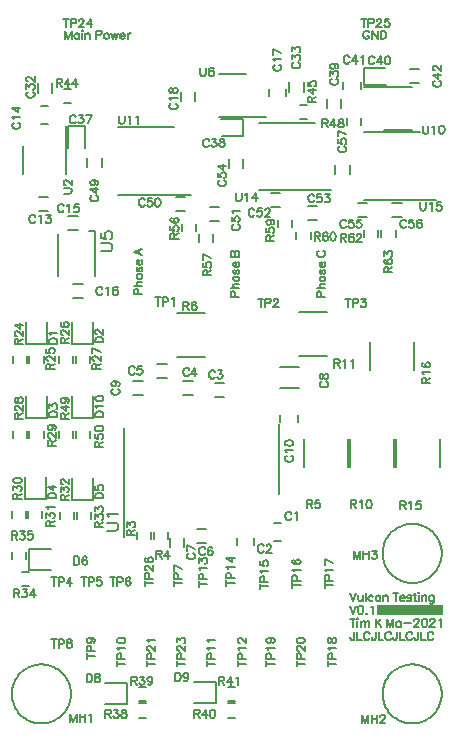
<source format=gto>
%FSLAX46Y46*%
%MOMM*%
%ADD11C,0.150000*%
%ADD10C,0.153000*%
G01*
%LPD*%
G36*
X31000000Y-25600000D02*
X25400000Y-25600000D01*
X25400000Y-26400000D01*
X31000000Y-26400000D01*
X31000000Y-25600000D01*
D02*
G37*
G01*
%LPD*%
D10*
X18333334Y20333334D02*
X18400000Y20366666D01*
D10*
X18266666Y20266666D02*
X18333334Y20333334D01*
D10*
X18233334Y20200000D02*
X18266666Y20266666D01*
D10*
X18233334Y20066666D02*
X18233334Y20200000D01*
D10*
X18266666Y20000000D02*
X18233334Y20066666D01*
D10*
X18333334Y19933334D02*
X18266666Y20000000D01*
D10*
X18400000Y19900000D02*
X18333334Y19933334D01*
D10*
X18500000Y19866666D02*
X18400000Y19900000D01*
D10*
X18666666Y19866666D02*
X18500000Y19866666D01*
D10*
X18766666Y19900000D02*
X18666666Y19866666D01*
D10*
X18833334Y19933334D02*
X18766666Y19900000D01*
D10*
X18900000Y20000000D02*
X18833334Y19933334D01*
D10*
X18933334Y20066666D02*
X18900000Y20000000D01*
D10*
X18933334Y20200000D02*
X18933334Y20066666D01*
D10*
X18900000Y20266666D02*
X18933334Y20200000D01*
D10*
X18833334Y20333334D02*
X18900000Y20266666D01*
D10*
X18766666Y20366666D02*
X18833334Y20333334D01*
D10*
X18233334Y21000000D02*
X18233334Y20633334D01*
D10*
X18500000Y20800000D02*
X18233334Y21000000D01*
D10*
X18500000Y20900000D02*
X18500000Y20800000D01*
D10*
X18533334Y20966666D02*
X18500000Y20900000D01*
D10*
X18566666Y21000000D02*
X18533334Y20966666D01*
D10*
X18666666Y21033334D02*
X18566666Y21000000D01*
D10*
X18733334Y21033334D02*
X18666666Y21033334D01*
D10*
X18833334Y21000000D02*
X18733334Y21033334D01*
D10*
X18900000Y20933334D02*
X18833334Y21000000D01*
D10*
X18933334Y20833334D02*
X18900000Y20933334D01*
D10*
X18933334Y20733334D02*
X18933334Y20833334D01*
D10*
X18900000Y20633334D02*
X18933334Y20733334D01*
D10*
X18866666Y20600000D02*
X18900000Y20633334D01*
D10*
X18800000Y20566666D02*
X18866666Y20600000D01*
D10*
X18233334Y21666666D02*
X18233334Y21300000D01*
D10*
X18500000Y21466666D02*
X18233334Y21666666D01*
D10*
X18500000Y21566666D02*
X18500000Y21466666D01*
D10*
X18533334Y21633334D02*
X18500000Y21566666D01*
D10*
X18566666Y21666666D02*
X18533334Y21633334D01*
D10*
X18666666Y21700000D02*
X18566666Y21666666D01*
D10*
X18733334Y21700000D02*
X18666666Y21700000D01*
D10*
X18833334Y21666666D02*
X18733334Y21700000D01*
D10*
X18900000Y21600000D02*
X18833334Y21666666D01*
D10*
X18933334Y21500000D02*
X18900000Y21600000D01*
D10*
X18933334Y21400000D02*
X18933334Y21500000D01*
D10*
X18900000Y21300000D02*
X18933334Y21400000D01*
D10*
X18866666Y21266666D02*
X18900000Y21300000D01*
D10*
X18800000Y21233334D02*
X18866666Y21266666D01*
D10*
X13203333Y6633333D02*
X13270000Y6666667D01*
D10*
X13136667Y6566667D02*
X13203333Y6633333D01*
D10*
X13103333Y6500000D02*
X13136667Y6566667D01*
D10*
X13103333Y6366667D02*
X13103333Y6500000D01*
D10*
X13136667Y6300000D02*
X13103333Y6366667D01*
D10*
X13203333Y6233333D02*
X13136667Y6300000D01*
D10*
X13270000Y6200000D02*
X13203333Y6233333D01*
D10*
X13370000Y6166667D02*
X13270000Y6200000D01*
D10*
X13536667Y6166667D02*
X13370000Y6166667D01*
D10*
X13636667Y6200000D02*
X13536667Y6166667D01*
D10*
X13703333Y6233333D02*
X13636667Y6200000D01*
D10*
X13770000Y6300000D02*
X13703333Y6233333D01*
D10*
X13803333Y6366667D02*
X13770000Y6300000D01*
D10*
X13803333Y6500000D02*
X13803333Y6366667D01*
D10*
X13770000Y6566667D02*
X13803333Y6500000D01*
D10*
X13703333Y6633333D02*
X13770000Y6566667D01*
D10*
X13636667Y6666667D02*
X13703333Y6633333D01*
D10*
X13103333Y6933333D02*
X13103333Y7266666D01*
D10*
X13403333Y6900000D02*
X13103333Y6933333D01*
D10*
X13370000Y6933333D02*
X13403333Y6900000D01*
D10*
X13336667Y7033333D02*
X13370000Y6933333D01*
D10*
X13336667Y7133333D02*
X13336667Y7033333D01*
D10*
X13370000Y7233333D02*
X13336667Y7133333D01*
D10*
X13436667Y7300000D02*
X13370000Y7233333D01*
D10*
X13536667Y7333333D02*
X13436667Y7300000D01*
D10*
X13603333Y7333333D02*
X13536667Y7333333D01*
D10*
X13703333Y7300000D02*
X13603333Y7333333D01*
D10*
X13770000Y7233333D02*
X13703333Y7300000D01*
D10*
X13803333Y7133333D02*
X13770000Y7233333D01*
D10*
X13803333Y7033333D02*
X13803333Y7133333D01*
D10*
X13770000Y6933333D02*
X13803333Y7033333D01*
D10*
X13736667Y6900000D02*
X13770000Y6933333D01*
D10*
X13670000Y6866667D02*
X13736667Y6900000D01*
D10*
X13203333Y7700000D02*
X13236667Y7633333D01*
D10*
X13103333Y7800000D02*
X13203333Y7700000D01*
D10*
X13803333Y7800000D02*
X13103333Y7800000D01*
D10*
X18116666Y-17783334D02*
X18150000Y-17850000D01*
D10*
X18050000Y-17716666D02*
X18116666Y-17783334D01*
D10*
X17983334Y-17683334D02*
X18050000Y-17716666D01*
D10*
X17850000Y-17683334D02*
X17983334Y-17683334D01*
D10*
X17783334Y-17716666D02*
X17850000Y-17683334D01*
D10*
X17716666Y-17783334D02*
X17783334Y-17716666D01*
D10*
X17683334Y-17850000D02*
X17716666Y-17783334D01*
D10*
X17650000Y-17950000D02*
X17683334Y-17850000D01*
D10*
X17650000Y-18116666D02*
X17650000Y-17950000D01*
D10*
X17683334Y-18216666D02*
X17650000Y-18116666D01*
D10*
X17716666Y-18283334D02*
X17683334Y-18216666D01*
D10*
X17783334Y-18350000D02*
X17716666Y-18283334D01*
D10*
X17850000Y-18383334D02*
X17783334Y-18350000D01*
D10*
X17983334Y-18383334D02*
X17850000Y-18383334D01*
D10*
X18050000Y-18350000D02*
X17983334Y-18383334D01*
D10*
X18116666Y-18283334D02*
X18050000Y-18350000D01*
D10*
X18150000Y-18216666D02*
X18116666Y-18283334D01*
D10*
X18516666Y-17783334D02*
X18450000Y-17816666D01*
D10*
X18616666Y-17683334D02*
X18516666Y-17783334D01*
D10*
X18616666Y-18383334D02*
X18616666Y-17683334D01*
D10*
X-666666Y-3400000D02*
X-1366666Y-3400000D01*
D10*
X-1366666Y-3100000D02*
X-1366666Y-3400000D01*
D10*
X-1333333Y-3000000D02*
X-1366666Y-3100000D01*
D10*
X-1300000Y-2966666D02*
X-1333333Y-3000000D01*
D10*
X-1233333Y-2933333D02*
X-1300000Y-2966666D01*
D10*
X-1166666Y-2933333D02*
X-1233333Y-2933333D01*
D10*
X-1100000Y-2966666D02*
X-1166666Y-2933333D01*
D10*
X-1066666Y-3000000D02*
X-1100000Y-2966666D01*
D10*
X-1033333Y-3100000D02*
X-1066666Y-3000000D01*
D10*
X-1033333Y-3400000D02*
X-1033333Y-3100000D01*
D10*
X-666666Y-2933333D02*
X-1033333Y-3166666D01*
D10*
X-1233333Y-2700000D02*
X-1200000Y-2700000D01*
D10*
X-1300000Y-2666666D02*
X-1233333Y-2700000D01*
D10*
X-1333333Y-2633333D02*
X-1300000Y-2666666D01*
D10*
X-1366666Y-2566666D02*
X-1333333Y-2633333D01*
D10*
X-1366666Y-2433333D02*
X-1366666Y-2566666D01*
D10*
X-1333333Y-2366666D02*
X-1366666Y-2433333D01*
D10*
X-1300000Y-2333333D02*
X-1333333Y-2366666D01*
D10*
X-1233333Y-2300000D02*
X-1300000Y-2333333D01*
D10*
X-1166666Y-2300000D02*
X-1233333Y-2300000D01*
D10*
X-1100000Y-2333333D02*
X-1166666Y-2300000D01*
D10*
X-1000000Y-2400000D02*
X-1100000Y-2333333D01*
D10*
X-666666Y-2733333D02*
X-1000000Y-2400000D01*
D10*
X-666666Y-2266666D02*
X-666666Y-2733333D01*
D10*
X-1333333Y-1666666D02*
X-1266666Y-1633333D01*
D10*
X-1366666Y-1766666D02*
X-1333333Y-1666666D01*
D10*
X-1366666Y-1833333D02*
X-1366666Y-1766666D01*
D10*
X-1333333Y-1933333D02*
X-1366666Y-1833333D01*
D10*
X-1233333Y-2000000D02*
X-1333333Y-1933333D01*
D10*
X-1066666Y-2033333D02*
X-1233333Y-2000000D01*
D10*
X-900000Y-2033333D02*
X-1066666Y-2033333D01*
D10*
X-766666Y-2000000D02*
X-900000Y-2033333D01*
D10*
X-700000Y-1933333D02*
X-766666Y-2000000D01*
D10*
X-666666Y-1833333D02*
X-700000Y-1933333D01*
D10*
X-666666Y-1800000D02*
X-666666Y-1833333D01*
D10*
X-700000Y-1700000D02*
X-666666Y-1800000D01*
D10*
X-766666Y-1633333D02*
X-700000Y-1700000D01*
D10*
X-866666Y-1600000D02*
X-766666Y-1633333D01*
D10*
X-900000Y-1600000D02*
X-866666Y-1600000D01*
D10*
X-1000000Y-1633333D02*
X-900000Y-1600000D01*
D10*
X-1066666Y-1700000D02*
X-1000000Y-1633333D01*
D10*
X-1100000Y-1800000D02*
X-1066666Y-1700000D01*
D10*
X-1100000Y-1833333D02*
X-1100000Y-1800000D01*
D10*
X-1066666Y-1933333D02*
X-1100000Y-1833333D01*
D10*
X-1000000Y-2000000D02*
X-1066666Y-1933333D01*
D10*
X-900000Y-2033333D02*
X-1000000Y-2000000D01*
D10*
X4874155Y-5459163D02*
X4907489Y-5525830D01*
D10*
X4807489Y-5392496D02*
X4874155Y-5459163D01*
D10*
X4740822Y-5359163D02*
X4807489Y-5392496D01*
D10*
X4607489Y-5359163D02*
X4740822Y-5359163D01*
D10*
X4540822Y-5392496D02*
X4607489Y-5359163D01*
D10*
X4474155Y-5459163D02*
X4540822Y-5392496D01*
D10*
X4440822Y-5525830D02*
X4474155Y-5459163D01*
D10*
X4407489Y-5625830D02*
X4440822Y-5525830D01*
D10*
X4407489Y-5792496D02*
X4407489Y-5625830D01*
D10*
X4440822Y-5892496D02*
X4407489Y-5792496D01*
D10*
X4474155Y-5959163D02*
X4440822Y-5892496D01*
D10*
X4540822Y-6025830D02*
X4474155Y-5959163D01*
D10*
X4607489Y-6059163D02*
X4540822Y-6025830D01*
D10*
X4740822Y-6059163D02*
X4607489Y-6059163D01*
D10*
X4807489Y-6025830D02*
X4740822Y-6059163D01*
D10*
X4874155Y-5959163D02*
X4807489Y-6025830D01*
D10*
X4907489Y-5892496D02*
X4874155Y-5959163D01*
D10*
X5174155Y-5359163D02*
X5507489Y-5359163D01*
D10*
X5140822Y-5659163D02*
X5174155Y-5359163D01*
D10*
X5174155Y-5625830D02*
X5140822Y-5659163D01*
D10*
X5274155Y-5592496D02*
X5174155Y-5625830D01*
D10*
X5374155Y-5592496D02*
X5274155Y-5592496D01*
D10*
X5474155Y-5625830D02*
X5374155Y-5592496D01*
D10*
X5540822Y-5692496D02*
X5474155Y-5625830D01*
D10*
X5574155Y-5792496D02*
X5540822Y-5692496D01*
D10*
X5574155Y-5859163D02*
X5574155Y-5792496D01*
D10*
X5540822Y-5959163D02*
X5574155Y-5859163D01*
D10*
X5474155Y-6025830D02*
X5540822Y-5959163D01*
D10*
X5374155Y-6059163D02*
X5474155Y-6025830D01*
D10*
X5274155Y-6059163D02*
X5374155Y-6059163D01*
D10*
X5174155Y-6025830D02*
X5274155Y-6059163D01*
D10*
X5140822Y-5992496D02*
X5174155Y-6025830D01*
D10*
X5107489Y-5925830D02*
X5140822Y-5992496D01*
D10*
X20683334Y-6673333D02*
X20750000Y-6640000D01*
D10*
X20616666Y-6740000D02*
X20683334Y-6673333D01*
D10*
X20583334Y-6806666D02*
X20616666Y-6740000D01*
D10*
X20583334Y-6940000D02*
X20583334Y-6806666D01*
D10*
X20616666Y-7006666D02*
X20583334Y-6940000D01*
D10*
X20683334Y-7073333D02*
X20616666Y-7006666D01*
D10*
X20750000Y-7106666D02*
X20683334Y-7073333D01*
D10*
X20850000Y-7140000D02*
X20750000Y-7106666D01*
D10*
X21016666Y-7140000D02*
X20850000Y-7140000D01*
D10*
X21116666Y-7106666D02*
X21016666Y-7140000D01*
D10*
X21183334Y-7073333D02*
X21116666Y-7106666D01*
D10*
X21250000Y-7006666D02*
X21183334Y-7073333D01*
D10*
X21283334Y-6940000D02*
X21250000Y-7006666D01*
D10*
X21283334Y-6806666D02*
X21283334Y-6940000D01*
D10*
X21250000Y-6740000D02*
X21283334Y-6806666D01*
D10*
X21183334Y-6673333D02*
X21250000Y-6740000D01*
D10*
X21116666Y-6640000D02*
X21183334Y-6673333D01*
D10*
X20616666Y-6373333D02*
X20583334Y-6273333D01*
D10*
X20683334Y-6406666D02*
X20616666Y-6373333D01*
D10*
X20750000Y-6406666D02*
X20683334Y-6406666D01*
D10*
X20816666Y-6373333D02*
X20750000Y-6406666D01*
D10*
X20850000Y-6306666D02*
X20816666Y-6373333D01*
D10*
X20883334Y-6173333D02*
X20850000Y-6306666D01*
D10*
X20916666Y-6073333D02*
X20883334Y-6173333D01*
D10*
X20983334Y-6006667D02*
X20916666Y-6073333D01*
D10*
X21050000Y-5973333D02*
X20983334Y-6006667D01*
D10*
X21150000Y-5973333D02*
X21050000Y-5973333D01*
D10*
X21216666Y-6006667D02*
X21150000Y-5973333D01*
D10*
X21250000Y-6040000D02*
X21216666Y-6006667D01*
D10*
X21283334Y-6140000D02*
X21250000Y-6040000D01*
D10*
X21283334Y-6273333D02*
X21283334Y-6140000D01*
D10*
X21250000Y-6373333D02*
X21283334Y-6273333D01*
D10*
X21216666Y-6406666D02*
X21250000Y-6373333D01*
D10*
X21150000Y-6440000D02*
X21216666Y-6406666D01*
D10*
X21050000Y-6440000D02*
X21150000Y-6440000D01*
D10*
X20983334Y-6406666D02*
X21050000Y-6440000D01*
D10*
X20916666Y-6340000D02*
X20983334Y-6406666D01*
D10*
X20883334Y-6240000D02*
X20916666Y-6340000D01*
D10*
X20850000Y-6106667D02*
X20883334Y-6240000D01*
D10*
X20816666Y-6040000D02*
X20850000Y-6106667D01*
D10*
X20750000Y-6006667D02*
X20816666Y-6040000D01*
D10*
X20683334Y-6006667D02*
X20750000Y-6006667D01*
D10*
X20616666Y-6040000D02*
X20683334Y-6006667D01*
D10*
X20583334Y-6140000D02*
X20616666Y-6040000D01*
D10*
X20583334Y-6273333D02*
X20583334Y-6140000D01*
D10*
X22966666Y-333333D02*
X22966666Y366666D01*
D10*
X23200000Y366666D02*
X22733334Y366666D01*
D10*
X23366666Y-333333D02*
X23366666Y366666D01*
D10*
X23666666Y366666D02*
X23366666Y366666D01*
D10*
X23766666Y333333D02*
X23666666Y366666D01*
D10*
X23800000Y300000D02*
X23766666Y333333D01*
D10*
X23833334Y233333D02*
X23800000Y300000D01*
D10*
X23833334Y133333D02*
X23833334Y233333D01*
D10*
X23800000Y66666D02*
X23833334Y133333D01*
D10*
X23766666Y33333D02*
X23800000Y66666D01*
D10*
X23666666Y0D02*
X23766666Y33333D01*
D10*
X23366666Y0D02*
X23666666Y0D01*
D10*
X24466666Y366666D02*
X24100000Y366666D01*
D10*
X24266666Y100000D02*
X24466666Y366666D01*
D10*
X24366666Y100000D02*
X24266666Y100000D01*
D10*
X24433334Y66666D02*
X24366666Y100000D01*
D10*
X24466666Y33333D02*
X24433334Y66666D01*
D10*
X24500000Y-66666D02*
X24466666Y33333D01*
D10*
X24500000Y-133333D02*
X24500000Y-66666D01*
D10*
X24466666Y-233333D02*
X24500000Y-133333D01*
D10*
X24400000Y-300000D02*
X24466666Y-233333D01*
D10*
X24300000Y-333333D02*
X24400000Y-300000D01*
D10*
X24200000Y-333333D02*
X24300000Y-333333D01*
D10*
X24100000Y-300000D02*
X24200000Y-333333D01*
D10*
X24066666Y-266666D02*
X24100000Y-300000D01*
D10*
X24033334Y-200000D02*
X24066666Y-266666D01*
D10*
X24158334Y-35558332D02*
X24158334Y-34858332D01*
D10*
X24425000Y-35558332D02*
X24158334Y-34858332D01*
D10*
X24425000Y-35558332D02*
X24691666Y-34858332D01*
D10*
X24691666Y-35558332D02*
X24691666Y-34858332D01*
D10*
X24958334Y-35558332D02*
X24958334Y-34858332D01*
D10*
X25425000Y-35558332D02*
X25425000Y-34858332D01*
D10*
X25425000Y-35191668D02*
X24958334Y-35191668D01*
D10*
X25691666Y-34991668D02*
X25691666Y-35025000D01*
D10*
X25725000Y-34925000D02*
X25691666Y-34991668D01*
D10*
X25758334Y-34891668D02*
X25725000Y-34925000D01*
D10*
X25825000Y-34858332D02*
X25758334Y-34891668D01*
D10*
X25958334Y-34858332D02*
X25825000Y-34858332D01*
D10*
X26025000Y-34891668D02*
X25958334Y-34858332D01*
D10*
X26058334Y-34925000D02*
X26025000Y-34891668D01*
D10*
X26091666Y-34991668D02*
X26058334Y-34925000D01*
D10*
X26091666Y-35058332D02*
X26091666Y-34991668D01*
D10*
X26058334Y-35125000D02*
X26091666Y-35058332D01*
D10*
X25991666Y-35225000D02*
X26058334Y-35125000D01*
D10*
X25658334Y-35558332D02*
X25991666Y-35225000D01*
D10*
X26125000Y-35558332D02*
X25658334Y-35558332D01*
D10*
X20133334Y5266666D02*
X20133334Y5966666D01*
D10*
X20433334Y5966666D02*
X20133334Y5966666D01*
D10*
X20533334Y5933333D02*
X20433334Y5966666D01*
D10*
X20566666Y5900000D02*
X20533334Y5933333D01*
D10*
X20600000Y5833333D02*
X20566666Y5900000D01*
D10*
X20600000Y5766666D02*
X20600000Y5833333D01*
D10*
X20566666Y5700000D02*
X20600000Y5766666D01*
D10*
X20533334Y5666666D02*
X20566666Y5700000D01*
D10*
X20433334Y5633333D02*
X20533334Y5666666D01*
D10*
X20133334Y5633333D02*
X20433334Y5633333D01*
D10*
X20600000Y5266666D02*
X20366666Y5633333D01*
D10*
X21200000Y5933333D02*
X21233334Y5866666D01*
D10*
X21100000Y5966666D02*
X21200000Y5933333D01*
D10*
X21033334Y5966666D02*
X21100000Y5966666D01*
D10*
X20933334Y5933333D02*
X21033334Y5966666D01*
D10*
X20866666Y5833333D02*
X20933334Y5933333D01*
D10*
X20833334Y5666666D02*
X20866666Y5833333D01*
D10*
X20833334Y5500000D02*
X20833334Y5666666D01*
D10*
X20866666Y5366666D02*
X20833334Y5500000D01*
D10*
X20933334Y5300000D02*
X20866666Y5366666D01*
D10*
X21033334Y5266666D02*
X20933334Y5300000D01*
D10*
X21066666Y5266666D02*
X21033334Y5266666D01*
D10*
X21166666Y5300000D02*
X21066666Y5266666D01*
D10*
X21233334Y5366666D02*
X21166666Y5300000D01*
D10*
X21266666Y5466666D02*
X21233334Y5366666D01*
D10*
X21266666Y5500000D02*
X21266666Y5466666D01*
D10*
X21233334Y5600000D02*
X21266666Y5500000D01*
D10*
X21166666Y5666666D02*
X21233334Y5600000D01*
D10*
X21066666Y5700000D02*
X21166666Y5666666D01*
D10*
X21033334Y5700000D02*
X21066666Y5700000D01*
D10*
X20933334Y5666666D02*
X21033334Y5700000D01*
D10*
X20866666Y5600000D02*
X20933334Y5666666D01*
D10*
X20833334Y5500000D02*
X20866666Y5600000D01*
D10*
X21566666Y5933333D02*
X21666666Y5966666D01*
D10*
X21500000Y5833333D02*
X21566666Y5933333D01*
D10*
X21466666Y5666666D02*
X21500000Y5833333D01*
D10*
X21466666Y5566666D02*
X21466666Y5666666D01*
D10*
X21500000Y5400000D02*
X21466666Y5566666D01*
D10*
X21566666Y5300000D02*
X21500000Y5400000D01*
D10*
X21666666Y5266666D02*
X21566666Y5300000D01*
D10*
X21733334Y5266666D02*
X21666666Y5266666D01*
D10*
X21833334Y5300000D02*
X21733334Y5266666D01*
D10*
X21900000Y5400000D02*
X21833334Y5300000D01*
D10*
X21933334Y5566666D02*
X21900000Y5400000D01*
D10*
X21933334Y5666666D02*
X21933334Y5566666D01*
D10*
X21900000Y5833333D02*
X21933334Y5666666D01*
D10*
X21833334Y5933333D02*
X21900000Y5833333D01*
D10*
X21733334Y5966666D02*
X21833334Y5933333D01*
D10*
X21666666Y5966666D02*
X21733334Y5966666D01*
D10*
X6866666Y-233333D02*
X6866666Y466666D01*
D10*
X7100000Y466666D02*
X6633333Y466666D01*
D10*
X7266666Y-233333D02*
X7266666Y466666D01*
D10*
X7566666Y466666D02*
X7266666Y466666D01*
D10*
X7666666Y433333D02*
X7566666Y466666D01*
D10*
X7700000Y400000D02*
X7666666Y433333D01*
D10*
X7733333Y333333D02*
X7700000Y400000D01*
D10*
X7733333Y233333D02*
X7733333Y333333D01*
D10*
X7700000Y166666D02*
X7733333Y233333D01*
D10*
X7666666Y133333D02*
X7700000Y166666D01*
D10*
X7566666Y100000D02*
X7666666Y133333D01*
D10*
X7266666Y100000D02*
X7566666Y100000D01*
D10*
X8100000Y366666D02*
X8033333Y333333D01*
D10*
X8200000Y466666D02*
X8100000Y366666D01*
D10*
X8200000Y-233333D02*
X8200000Y466666D01*
D10*
X4633333Y-32333334D02*
X4633333Y-31633334D01*
D10*
X4933333Y-31633334D02*
X4633333Y-31633334D01*
D10*
X5033333Y-31666666D02*
X4933333Y-31633334D01*
D10*
X5066666Y-31700000D02*
X5033333Y-31666666D01*
D10*
X5100000Y-31766666D02*
X5066666Y-31700000D01*
D10*
X5100000Y-31833334D02*
X5100000Y-31766666D01*
D10*
X5066666Y-31900000D02*
X5100000Y-31833334D01*
D10*
X5033333Y-31933334D02*
X5066666Y-31900000D01*
D10*
X4933333Y-31966666D02*
X5033333Y-31933334D01*
D10*
X4633333Y-31966666D02*
X4933333Y-31966666D01*
D10*
X5100000Y-32333334D02*
X4866666Y-31966666D01*
D10*
X5733333Y-31633334D02*
X5366666Y-31633334D01*
D10*
X5533333Y-31900000D02*
X5733333Y-31633334D01*
D10*
X5633333Y-31900000D02*
X5533333Y-31900000D01*
D10*
X5700000Y-31933334D02*
X5633333Y-31900000D01*
D10*
X5733333Y-31966666D02*
X5700000Y-31933334D01*
D10*
X5766666Y-32066666D02*
X5733333Y-31966666D01*
D10*
X5766666Y-32133334D02*
X5766666Y-32066666D01*
D10*
X5733333Y-32233334D02*
X5766666Y-32133334D01*
D10*
X5666666Y-32300000D02*
X5733333Y-32233334D01*
D10*
X5566666Y-32333334D02*
X5666666Y-32300000D01*
D10*
X5466666Y-32333334D02*
X5566666Y-32333334D01*
D10*
X5366666Y-32300000D02*
X5466666Y-32333334D01*
D10*
X5333333Y-32266666D02*
X5366666Y-32300000D01*
D10*
X5300000Y-32200000D02*
X5333333Y-32266666D01*
D10*
X6366666Y-31966666D02*
X6400000Y-31866666D01*
D10*
X6300000Y-32033334D02*
X6366666Y-31966666D01*
D10*
X6200000Y-32066666D02*
X6300000Y-32033334D01*
D10*
X6166666Y-32066666D02*
X6200000Y-32066666D01*
D10*
X6066666Y-32033334D02*
X6166666Y-32066666D01*
D10*
X6000000Y-31966666D02*
X6066666Y-32033334D01*
D10*
X5966666Y-31866666D02*
X6000000Y-31966666D01*
D10*
X5966666Y-31833334D02*
X5966666Y-31866666D01*
D10*
X6000000Y-31733334D02*
X5966666Y-31833334D01*
D10*
X6066666Y-31666666D02*
X6000000Y-31733334D01*
D10*
X6166666Y-31633334D02*
X6066666Y-31666666D01*
D10*
X6200000Y-31633334D02*
X6166666Y-31633334D01*
D10*
X6300000Y-31666666D02*
X6200000Y-31633334D01*
D10*
X6366666Y-31733334D02*
X6300000Y-31666666D01*
D10*
X6400000Y-31866666D02*
X6366666Y-31733334D01*
D10*
X6400000Y-32033334D02*
X6400000Y-31866666D01*
D10*
X6366666Y-32200000D02*
X6400000Y-32033334D01*
D10*
X6300000Y-32300000D02*
X6366666Y-32200000D01*
D10*
X6200000Y-32333334D02*
X6300000Y-32300000D01*
D10*
X6133333Y-32333334D02*
X6200000Y-32333334D01*
D10*
X6033333Y-32300000D02*
X6133333Y-32333334D01*
D10*
X6000000Y-32233334D02*
X6033333Y-32300000D01*
D10*
X7933333Y16866666D02*
X8000000Y16900000D01*
D10*
X7866666Y16800000D02*
X7933333Y16866666D01*
D10*
X7833333Y16733333D02*
X7866666Y16800000D01*
D10*
X7833333Y16600000D02*
X7833333Y16733333D01*
D10*
X7866666Y16533333D02*
X7833333Y16600000D01*
D10*
X7933333Y16466667D02*
X7866666Y16533333D01*
D10*
X8000000Y16433333D02*
X7933333Y16466667D01*
D10*
X8100000Y16400000D02*
X8000000Y16433333D01*
D10*
X8266666Y16400000D02*
X8100000Y16400000D01*
D10*
X8366666Y16433333D02*
X8266666Y16400000D01*
D10*
X8433333Y16466667D02*
X8366666Y16433333D01*
D10*
X8500000Y16533333D02*
X8433333Y16466667D01*
D10*
X8533333Y16600000D02*
X8500000Y16533333D01*
D10*
X8533333Y16733333D02*
X8533333Y16600000D01*
D10*
X8500000Y16800000D02*
X8533333Y16733333D01*
D10*
X8433333Y16866666D02*
X8500000Y16800000D01*
D10*
X8366666Y16900000D02*
X8433333Y16866666D01*
D10*
X7933333Y17266666D02*
X7966666Y17200000D01*
D10*
X7833333Y17366666D02*
X7933333Y17266666D01*
D10*
X8533333Y17366666D02*
X7833333Y17366666D01*
D10*
X7866666Y17833334D02*
X7833333Y17933334D01*
D10*
X7933333Y17800000D02*
X7866666Y17833334D01*
D10*
X8000000Y17800000D02*
X7933333Y17800000D01*
D10*
X8066666Y17833334D02*
X8000000Y17800000D01*
D10*
X8100000Y17900000D02*
X8066666Y17833334D01*
D10*
X8133333Y18033334D02*
X8100000Y17900000D01*
D10*
X8166666Y18133334D02*
X8133333Y18033334D01*
D10*
X8233333Y18200000D02*
X8166666Y18133334D01*
D10*
X8300000Y18233334D02*
X8233333Y18200000D01*
D10*
X8400000Y18233334D02*
X8300000Y18233334D01*
D10*
X8466667Y18200000D02*
X8400000Y18233334D01*
D10*
X8500000Y18166666D02*
X8466667Y18200000D01*
D10*
X8533333Y18066666D02*
X8500000Y18166666D01*
D10*
X8533333Y17933334D02*
X8533333Y18066666D01*
D10*
X8500000Y17833334D02*
X8533333Y17933334D01*
D10*
X8466667Y17800000D02*
X8500000Y17833334D01*
D10*
X8400000Y17766666D02*
X8466667Y17800000D01*
D10*
X8300000Y17766666D02*
X8400000Y17766666D01*
D10*
X8233333Y17800000D02*
X8300000Y17766666D01*
D10*
X8166666Y17866666D02*
X8233333Y17800000D01*
D10*
X8133333Y17966666D02*
X8166666Y17866666D01*
D10*
X8100000Y18100000D02*
X8133333Y17966666D01*
D10*
X8066666Y18166666D02*
X8100000Y18100000D01*
D10*
X8000000Y18200000D02*
X8066666Y18166666D01*
D10*
X7933333Y18200000D02*
X8000000Y18200000D01*
D10*
X7866666Y18166666D02*
X7933333Y18200000D01*
D10*
X7833333Y18066666D02*
X7866666Y18166666D01*
D10*
X7833333Y17933334D02*
X7833333Y18066666D01*
D10*
X19483334Y-17383334D02*
X19483334Y-16683333D01*
D10*
X19783334Y-16683333D02*
X19483334Y-16683333D01*
D10*
X19883334Y-16716667D02*
X19783334Y-16683333D01*
D10*
X19916666Y-16750000D02*
X19883334Y-16716667D01*
D10*
X19950000Y-16816666D02*
X19916666Y-16750000D01*
D10*
X19950000Y-16883334D02*
X19950000Y-16816666D01*
D10*
X19916666Y-16950000D02*
X19950000Y-16883334D01*
D10*
X19883334Y-16983334D02*
X19916666Y-16950000D01*
D10*
X19783334Y-17016666D02*
X19883334Y-16983334D01*
D10*
X19483334Y-17016666D02*
X19783334Y-17016666D01*
D10*
X19950000Y-17383334D02*
X19716666Y-17016666D01*
D10*
X20216666Y-16683333D02*
X20550000Y-16683333D01*
D10*
X20183334Y-16983334D02*
X20216666Y-16683333D01*
D10*
X20216666Y-16950000D02*
X20183334Y-16983334D01*
D10*
X20316666Y-16916666D02*
X20216666Y-16950000D01*
D10*
X20416666Y-16916666D02*
X20316666Y-16916666D01*
D10*
X20516666Y-16950000D02*
X20416666Y-16916666D01*
D10*
X20583334Y-17016666D02*
X20516666Y-16950000D01*
D10*
X20616666Y-17116666D02*
X20583334Y-17016666D01*
D10*
X20616666Y-17183334D02*
X20616666Y-17116666D01*
D10*
X20583334Y-17283334D02*
X20616666Y-17183334D01*
D10*
X20516666Y-17350000D02*
X20583334Y-17283334D01*
D10*
X20416666Y-17383334D02*
X20516666Y-17350000D01*
D10*
X20316666Y-17383334D02*
X20416666Y-17383334D01*
D10*
X20216666Y-17350000D02*
X20316666Y-17383334D01*
D10*
X20183334Y-17316666D02*
X20216666Y-17350000D01*
D10*
X20150000Y-17250000D02*
X20183334Y-17316666D01*
D10*
X-1641666Y-3441666D02*
X-2341666Y-3441666D01*
D10*
X-2341666Y-3208333D02*
X-2341666Y-3441666D01*
D10*
X-2308333Y-3108333D02*
X-2341666Y-3208333D01*
D10*
X-2241666Y-3041666D02*
X-2308333Y-3108333D01*
D10*
X-2175000Y-3008333D02*
X-2241666Y-3041666D01*
D10*
X-2075000Y-2975000D02*
X-2175000Y-3008333D01*
D10*
X-1908333Y-2975000D02*
X-2075000Y-2975000D01*
D10*
X-1808333Y-3008333D02*
X-1908333Y-2975000D01*
D10*
X-1741666Y-3041666D02*
X-1808333Y-3008333D01*
D10*
X-1675000Y-3108333D02*
X-1741666Y-3041666D01*
D10*
X-1641666Y-3208333D02*
X-1675000Y-3108333D01*
D10*
X-1641666Y-3441666D02*
X-1641666Y-3208333D01*
D10*
X-2241666Y-2608333D02*
X-2208333Y-2675000D01*
D10*
X-2341666Y-2508333D02*
X-2241666Y-2608333D01*
D10*
X-1641666Y-2508333D02*
X-2341666Y-2508333D01*
D10*
X10824157Y-20759164D02*
X10857490Y-20825830D01*
D10*
X10757490Y-20692496D02*
X10824157Y-20759164D01*
D10*
X10690823Y-20659164D02*
X10757490Y-20692496D01*
D10*
X10557490Y-20659164D02*
X10690823Y-20659164D01*
D10*
X10490823Y-20692496D02*
X10557490Y-20659164D01*
D10*
X10424157Y-20759164D02*
X10490823Y-20692496D01*
D10*
X10390823Y-20825830D02*
X10424157Y-20759164D01*
D10*
X10357490Y-20925830D02*
X10390823Y-20825830D01*
D10*
X10357490Y-21092496D02*
X10357490Y-20925830D01*
D10*
X10390823Y-21192496D02*
X10357490Y-21092496D01*
D10*
X10424157Y-21259164D02*
X10390823Y-21192496D01*
D10*
X10490823Y-21325830D02*
X10424157Y-21259164D01*
D10*
X10557490Y-21359164D02*
X10490823Y-21325830D01*
D10*
X10690823Y-21359164D02*
X10557490Y-21359164D01*
D10*
X10757490Y-21325830D02*
X10690823Y-21359164D01*
D10*
X10824157Y-21259164D02*
X10757490Y-21325830D01*
D10*
X10857490Y-21192496D02*
X10824157Y-21259164D01*
D10*
X11457490Y-20692496D02*
X11490823Y-20759164D01*
D10*
X11357490Y-20659164D02*
X11457490Y-20692496D01*
D10*
X11290823Y-20659164D02*
X11357490Y-20659164D01*
D10*
X11190823Y-20692496D02*
X11290823Y-20659164D01*
D10*
X11124157Y-20792496D02*
X11190823Y-20692496D01*
D10*
X11090823Y-20959164D02*
X11124157Y-20792496D01*
D10*
X11090823Y-21125830D02*
X11090823Y-20959164D01*
D10*
X11124157Y-21259164D02*
X11090823Y-21125830D01*
D10*
X11190823Y-21325830D02*
X11124157Y-21259164D01*
D10*
X11290823Y-21359164D02*
X11190823Y-21325830D01*
D10*
X11324157Y-21359164D02*
X11290823Y-21359164D01*
D10*
X11424157Y-21325830D02*
X11324157Y-21359164D01*
D10*
X11490823Y-21259164D02*
X11424157Y-21325830D01*
D10*
X11524157Y-21159164D02*
X11490823Y-21259164D01*
D10*
X11524157Y-21125830D02*
X11524157Y-21159164D01*
D10*
X11490823Y-21025830D02*
X11524157Y-21125830D01*
D10*
X11424157Y-20959164D02*
X11490823Y-21025830D01*
D10*
X11324157Y-20925830D02*
X11424157Y-20959164D01*
D10*
X11290823Y-20925830D02*
X11324157Y-20925830D01*
D10*
X11190823Y-20959164D02*
X11290823Y-20925830D01*
D10*
X11124157Y-21025830D02*
X11190823Y-20959164D01*
D10*
X11090823Y-21125830D02*
X11124157Y-21025830D01*
D10*
X21533334Y18933334D02*
X21600000Y18966666D01*
D10*
X21466666Y18866666D02*
X21533334Y18933334D01*
D10*
X21433334Y18800000D02*
X21466666Y18866666D01*
D10*
X21433334Y18666666D02*
X21433334Y18800000D01*
D10*
X21466666Y18600000D02*
X21433334Y18666666D01*
D10*
X21533334Y18533334D02*
X21466666Y18600000D01*
D10*
X21600000Y18500000D02*
X21533334Y18533334D01*
D10*
X21700000Y18466666D02*
X21600000Y18500000D01*
D10*
X21866666Y18466666D02*
X21700000Y18466666D01*
D10*
X21966666Y18500000D02*
X21866666Y18466666D01*
D10*
X22033334Y18533334D02*
X21966666Y18500000D01*
D10*
X22100000Y18600000D02*
X22033334Y18533334D01*
D10*
X22133334Y18666666D02*
X22100000Y18600000D01*
D10*
X22133334Y18800000D02*
X22133334Y18666666D01*
D10*
X22100000Y18866666D02*
X22133334Y18800000D01*
D10*
X22033334Y18933334D02*
X22100000Y18866666D01*
D10*
X21966666Y18966666D02*
X22033334Y18933334D01*
D10*
X21433334Y19600000D02*
X21433334Y19233334D01*
D10*
X21700000Y19400000D02*
X21433334Y19600000D01*
D10*
X21700000Y19500000D02*
X21700000Y19400000D01*
D10*
X21733334Y19566666D02*
X21700000Y19500000D01*
D10*
X21766666Y19600000D02*
X21733334Y19566666D01*
D10*
X21866666Y19633334D02*
X21766666Y19600000D01*
D10*
X21933334Y19633334D02*
X21866666Y19633334D01*
D10*
X22033334Y19600000D02*
X21933334Y19633334D01*
D10*
X22100000Y19533334D02*
X22033334Y19600000D01*
D10*
X22133334Y19433334D02*
X22100000Y19533334D01*
D10*
X22133334Y19333334D02*
X22133334Y19433334D01*
D10*
X22100000Y19233334D02*
X22133334Y19333334D01*
D10*
X22066666Y19200000D02*
X22100000Y19233334D01*
D10*
X22000000Y19166666D02*
X22066666Y19200000D01*
D10*
X21766666Y20233334D02*
X21666666Y20266666D01*
D10*
X21833334Y20166666D02*
X21766666Y20233334D01*
D10*
X21866666Y20066666D02*
X21833334Y20166666D01*
D10*
X21866666Y20033334D02*
X21866666Y20066666D01*
D10*
X21833334Y19933334D02*
X21866666Y20033334D01*
D10*
X21766666Y19866666D02*
X21833334Y19933334D01*
D10*
X21666666Y19833334D02*
X21766666Y19866666D01*
D10*
X21633334Y19833334D02*
X21666666Y19833334D01*
D10*
X21533334Y19866666D02*
X21633334Y19833334D01*
D10*
X21466666Y19933334D02*
X21533334Y19866666D01*
D10*
X21433334Y20033334D02*
X21466666Y19933334D01*
D10*
X21433334Y20066666D02*
X21433334Y20033334D01*
D10*
X21466666Y20166666D02*
X21433334Y20066666D01*
D10*
X21533334Y20233334D02*
X21466666Y20166666D01*
D10*
X21666666Y20266666D02*
X21533334Y20233334D01*
D10*
X21833334Y20266666D02*
X21666666Y20266666D01*
D10*
X22000000Y20233334D02*
X21833334Y20266666D01*
D10*
X22100000Y20166666D02*
X22000000Y20233334D01*
D10*
X22133334Y20066666D02*
X22100000Y20166666D01*
D10*
X22133334Y20000000D02*
X22133334Y20066666D01*
D10*
X22100000Y19900000D02*
X22133334Y20000000D01*
D10*
X22033334Y19866666D02*
X22100000Y19900000D01*
D10*
X11033333Y-23800000D02*
X10333333Y-23800000D01*
D10*
X10333333Y-23566666D02*
X10333333Y-24033334D01*
D10*
X11033333Y-23400000D02*
X10333333Y-23400000D01*
D10*
X10333333Y-23100000D02*
X10333333Y-23400000D01*
D10*
X10366667Y-23000000D02*
X10333333Y-23100000D01*
D10*
X10400000Y-22966666D02*
X10366667Y-23000000D01*
D10*
X10466667Y-22933334D02*
X10400000Y-22966666D01*
D10*
X10566667Y-22933334D02*
X10466667Y-22933334D01*
D10*
X10633333Y-22966666D02*
X10566667Y-22933334D01*
D10*
X10666667Y-23000000D02*
X10633333Y-22966666D01*
D10*
X10700000Y-23100000D02*
X10666667Y-23000000D01*
D10*
X10700000Y-23400000D02*
X10700000Y-23100000D01*
D10*
X10433333Y-22566666D02*
X10466667Y-22633334D01*
D10*
X10333333Y-22466666D02*
X10433333Y-22566666D01*
D10*
X11033333Y-22466666D02*
X10333333Y-22466666D01*
D10*
X10333333Y-21633334D02*
X10333333Y-22000000D01*
D10*
X10600000Y-21833334D02*
X10333333Y-21633334D01*
D10*
X10600000Y-21733334D02*
X10600000Y-21833334D01*
D10*
X10633333Y-21666666D02*
X10600000Y-21733334D01*
D10*
X10666667Y-21633334D02*
X10633333Y-21666666D01*
D10*
X10766667Y-21600000D02*
X10666667Y-21633334D01*
D10*
X10833333Y-21600000D02*
X10766667Y-21600000D01*
D10*
X10933333Y-21633334D02*
X10833333Y-21600000D01*
D10*
X11000000Y-21700000D02*
X10933333Y-21633334D01*
D10*
X11033333Y-21800000D02*
X11000000Y-21700000D01*
D10*
X11033333Y-21900000D02*
X11033333Y-21800000D01*
D10*
X11000000Y-22000000D02*
X11033333Y-21900000D01*
D10*
X10966667Y-22033334D02*
X11000000Y-22000000D01*
D10*
X10900000Y-22066666D02*
X10966667Y-22033334D01*
D10*
X20800000Y14866667D02*
X20800000Y15566667D01*
D10*
X21100000Y15566667D02*
X20800000Y15566667D01*
D10*
X21200000Y15533333D02*
X21100000Y15566667D01*
D10*
X21233334Y15500000D02*
X21200000Y15533333D01*
D10*
X21266666Y15433333D02*
X21233334Y15500000D01*
D10*
X21266666Y15366667D02*
X21266666Y15433333D01*
D10*
X21233334Y15300000D02*
X21266666Y15366667D01*
D10*
X21200000Y15266667D02*
X21233334Y15300000D01*
D10*
X21100000Y15233333D02*
X21200000Y15266667D01*
D10*
X20800000Y15233333D02*
X21100000Y15233333D01*
D10*
X21266666Y14866667D02*
X21033334Y15233333D01*
D10*
X21466666Y15100000D02*
X21800000Y15566667D01*
D10*
X21966666Y15100000D02*
X21466666Y15100000D01*
D10*
X21800000Y14866667D02*
X21800000Y15566667D01*
D10*
X22200000Y15533333D02*
X22300000Y15566667D01*
D10*
X22166666Y15466667D02*
X22200000Y15533333D01*
D10*
X22166666Y15400000D02*
X22166666Y15466667D01*
D10*
X22200000Y15333333D02*
X22166666Y15400000D01*
D10*
X22266666Y15300000D02*
X22200000Y15333333D01*
D10*
X22400000Y15266667D02*
X22266666Y15300000D01*
D10*
X22500000Y15233333D02*
X22400000Y15266667D01*
D10*
X22566666Y15166667D02*
X22500000Y15233333D01*
D10*
X22600000Y15100000D02*
X22566666Y15166667D01*
D10*
X22600000Y15000000D02*
X22600000Y15100000D01*
D10*
X22566666Y14933333D02*
X22600000Y15000000D01*
D10*
X22533334Y14900000D02*
X22566666Y14933333D01*
D10*
X22433334Y14866667D02*
X22533334Y14900000D01*
D10*
X22300000Y14866667D02*
X22433334Y14866667D01*
D10*
X22200000Y14900000D02*
X22300000Y14866667D01*
D10*
X22166666Y14933333D02*
X22200000Y14900000D01*
D10*
X22133334Y15000000D02*
X22166666Y14933333D01*
D10*
X22133334Y15100000D02*
X22133334Y15000000D01*
D10*
X22166666Y15166667D02*
X22133334Y15100000D01*
D10*
X22233334Y15233333D02*
X22166666Y15166667D01*
D10*
X22333334Y15266667D02*
X22233334Y15233333D01*
D10*
X22466666Y15300000D02*
X22333334Y15266667D01*
D10*
X22533334Y15333333D02*
X22466666Y15300000D01*
D10*
X22566666Y15400000D02*
X22533334Y15333333D01*
D10*
X22566666Y15466667D02*
X22566666Y15400000D01*
D10*
X22533334Y15533333D02*
X22566666Y15466667D01*
D10*
X22433334Y15566667D02*
X22533334Y15533333D01*
D10*
X22300000Y15566667D02*
X22433334Y15566667D01*
D10*
X-616666Y9258333D02*
X-1116666Y9258333D01*
D10*
X-516666Y9291667D02*
X-616666Y9258333D01*
D10*
X-450000Y9358333D02*
X-516666Y9291667D01*
D10*
X-416666Y9458333D02*
X-450000Y9358333D01*
D10*
X-416666Y9525000D02*
X-416666Y9458333D01*
D10*
X-450000Y9625000D02*
X-416666Y9525000D01*
D10*
X-516666Y9691667D02*
X-450000Y9625000D01*
D10*
X-616666Y9725000D02*
X-516666Y9691667D01*
D10*
X-1116666Y9725000D02*
X-616666Y9725000D01*
D10*
X-983333Y9991667D02*
X-950000Y9991667D01*
D10*
X-1050000Y10025000D02*
X-983333Y9991667D01*
D10*
X-1083333Y10058333D02*
X-1050000Y10025000D01*
D10*
X-1116666Y10125000D02*
X-1083333Y10058333D01*
D10*
X-1116666Y10258333D02*
X-1116666Y10125000D01*
D10*
X-1083333Y10325000D02*
X-1116666Y10258333D01*
D10*
X-1050000Y10358333D02*
X-1083333Y10325000D01*
D10*
X-983333Y10391667D02*
X-1050000Y10358333D01*
D10*
X-916666Y10391667D02*
X-983333Y10391667D01*
D10*
X-850000Y10358333D02*
X-916666Y10391667D01*
D10*
X-750000Y10291667D02*
X-850000Y10358333D01*
D10*
X-416666Y9958333D02*
X-750000Y10291667D01*
D10*
X-416666Y10425000D02*
X-416666Y9958333D01*
D10*
X-541666Y-35458332D02*
X-541666Y-34758332D01*
D10*
X-275000Y-35458332D02*
X-541666Y-34758332D01*
D10*
X-275000Y-35458332D02*
X-8333Y-34758332D01*
D10*
X-8333Y-35458332D02*
X-8333Y-34758332D01*
D10*
X258333Y-35458332D02*
X258333Y-34758332D01*
D10*
X725000Y-35458332D02*
X725000Y-34758332D01*
D10*
X725000Y-35091668D02*
X258333Y-35091668D01*
D10*
X1124999Y-34858332D02*
X1058333Y-34891668D01*
D10*
X1224999Y-34758332D02*
X1124999Y-34858332D01*
D10*
X1224999Y-35458332D02*
X1224999Y-34758332D01*
D10*
X8341667Y-32008334D02*
X8341667Y-31308334D01*
D10*
X8575000Y-31308334D02*
X8341667Y-31308334D01*
D10*
X8675000Y-31341666D02*
X8575000Y-31308334D01*
D10*
X8741667Y-31408334D02*
X8675000Y-31341666D01*
D10*
X8775000Y-31475000D02*
X8741667Y-31408334D01*
D10*
X8808333Y-31575000D02*
X8775000Y-31475000D01*
D10*
X8808333Y-31741666D02*
X8808333Y-31575000D01*
D10*
X8775000Y-31841666D02*
X8808333Y-31741666D01*
D10*
X8741667Y-31908334D02*
X8775000Y-31841666D01*
D10*
X8675000Y-31975000D02*
X8741667Y-31908334D01*
D10*
X8575000Y-32008334D02*
X8675000Y-31975000D01*
D10*
X8341667Y-32008334D02*
X8575000Y-32008334D01*
D10*
X9408333Y-31641666D02*
X9441667Y-31541666D01*
D10*
X9341667Y-31708334D02*
X9408333Y-31641666D01*
D10*
X9241667Y-31741666D02*
X9341667Y-31708334D01*
D10*
X9208333Y-31741666D02*
X9241667Y-31741666D01*
D10*
X9108333Y-31708334D02*
X9208333Y-31741666D01*
D10*
X9041667Y-31641666D02*
X9108333Y-31708334D01*
D10*
X9008333Y-31541666D02*
X9041667Y-31641666D01*
D10*
X9008333Y-31508334D02*
X9008333Y-31541666D01*
D10*
X9041667Y-31408334D02*
X9008333Y-31508334D01*
D10*
X9108333Y-31341666D02*
X9041667Y-31408334D01*
D10*
X9208333Y-31308334D02*
X9108333Y-31341666D01*
D10*
X9241667Y-31308334D02*
X9208333Y-31308334D01*
D10*
X9341667Y-31341666D02*
X9241667Y-31308334D01*
D10*
X9408333Y-31408334D02*
X9341667Y-31341666D01*
D10*
X9441667Y-31541666D02*
X9408333Y-31408334D01*
D10*
X9441667Y-31708334D02*
X9441667Y-31541666D01*
D10*
X9408333Y-31875000D02*
X9441667Y-31708334D01*
D10*
X9341667Y-31975000D02*
X9408333Y-31875000D01*
D10*
X9241667Y-32008334D02*
X9341667Y-31975000D01*
D10*
X9175000Y-32008334D02*
X9241667Y-32008334D01*
D10*
X9075000Y-31975000D02*
X9175000Y-32008334D01*
D10*
X9041667Y-31908334D02*
X9075000Y-31975000D01*
D10*
X1233333Y9066667D02*
X1300000Y9100000D01*
D10*
X1166666Y9000000D02*
X1233333Y9066667D01*
D10*
X1133333Y8933333D02*
X1166666Y9000000D01*
D10*
X1133333Y8800000D02*
X1133333Y8933333D01*
D10*
X1166666Y8733333D02*
X1133333Y8800000D01*
D10*
X1233333Y8666667D02*
X1166666Y8733333D01*
D10*
X1300000Y8633333D02*
X1233333Y8666667D01*
D10*
X1400000Y8600000D02*
X1300000Y8633333D01*
D10*
X1566666Y8600000D02*
X1400000Y8600000D01*
D10*
X1666666Y8633333D02*
X1566666Y8600000D01*
D10*
X1733333Y8666667D02*
X1666666Y8633333D01*
D10*
X1800000Y8733333D02*
X1733333Y8666667D01*
D10*
X1833333Y8800000D02*
X1800000Y8733333D01*
D10*
X1833333Y8933333D02*
X1833333Y8800000D01*
D10*
X1800000Y9000000D02*
X1833333Y8933333D01*
D10*
X1733333Y9066667D02*
X1800000Y9000000D01*
D10*
X1666666Y9100000D02*
X1733333Y9066667D01*
D10*
X1600000Y9300000D02*
X1133333Y9633333D01*
D10*
X1600000Y9800000D02*
X1600000Y9300000D01*
D10*
X1833333Y9633333D02*
X1133333Y9633333D01*
D10*
X1466666Y10366667D02*
X1366666Y10400000D01*
D10*
X1533333Y10300000D02*
X1466666Y10366667D01*
D10*
X1566666Y10200000D02*
X1533333Y10300000D01*
D10*
X1566666Y10166667D02*
X1566666Y10200000D01*
D10*
X1533333Y10066667D02*
X1566666Y10166667D01*
D10*
X1466666Y10000000D02*
X1533333Y10066667D01*
D10*
X1366666Y9966667D02*
X1466666Y10000000D01*
D10*
X1333333Y9966667D02*
X1366666Y9966667D01*
D10*
X1233333Y10000000D02*
X1333333Y9966667D01*
D10*
X1166666Y10066667D02*
X1233333Y10000000D01*
D10*
X1133333Y10166667D02*
X1166666Y10066667D01*
D10*
X1133333Y10200000D02*
X1133333Y10166667D01*
D10*
X1166666Y10300000D02*
X1133333Y10200000D01*
D10*
X1233333Y10366667D02*
X1166666Y10300000D01*
D10*
X1366666Y10400000D02*
X1233333Y10366667D01*
D10*
X1533333Y10400000D02*
X1366666Y10400000D01*
D10*
X1700000Y10366667D02*
X1533333Y10400000D01*
D10*
X1800000Y10300000D02*
X1700000Y10366667D01*
D10*
X1833333Y10200000D02*
X1800000Y10300000D01*
D10*
X1833333Y10133333D02*
X1833333Y10200000D01*
D10*
X1800000Y10033333D02*
X1833333Y10133333D01*
D10*
X1733333Y10000000D02*
X1800000Y10033333D01*
D10*
X1533333Y-29873334D02*
X833333Y-29873334D01*
D10*
X833333Y-29640000D02*
X833333Y-30106666D01*
D10*
X1533333Y-29473334D02*
X833333Y-29473334D01*
D10*
X833333Y-29173334D02*
X833333Y-29473334D01*
D10*
X866666Y-29073334D02*
X833333Y-29173334D01*
D10*
X900000Y-29040000D02*
X866666Y-29073334D01*
D10*
X966666Y-29006666D02*
X900000Y-29040000D01*
D10*
X1066666Y-29006666D02*
X966666Y-29006666D01*
D10*
X1133333Y-29040000D02*
X1066666Y-29006666D01*
D10*
X1166666Y-29073334D02*
X1133333Y-29040000D01*
D10*
X1200000Y-29173334D02*
X1166666Y-29073334D01*
D10*
X1200000Y-29473334D02*
X1200000Y-29173334D01*
D10*
X1166666Y-28406666D02*
X1066666Y-28373334D01*
D10*
X1233333Y-28473334D02*
X1166666Y-28406666D01*
D10*
X1266666Y-28573334D02*
X1233333Y-28473334D01*
D10*
X1266666Y-28606666D02*
X1266666Y-28573334D01*
D10*
X1233333Y-28706666D02*
X1266666Y-28606666D01*
D10*
X1166666Y-28773334D02*
X1233333Y-28706666D01*
D10*
X1066666Y-28806666D02*
X1166666Y-28773334D01*
D10*
X1033333Y-28806666D02*
X1066666Y-28806666D01*
D10*
X933333Y-28773334D02*
X1033333Y-28806666D01*
D10*
X866666Y-28706666D02*
X933333Y-28773334D01*
D10*
X833333Y-28606666D02*
X866666Y-28706666D01*
D10*
X833333Y-28573334D02*
X833333Y-28606666D01*
D10*
X866666Y-28473334D02*
X833333Y-28573334D01*
D10*
X933333Y-28406666D02*
X866666Y-28473334D01*
D10*
X1066666Y-28373334D02*
X933333Y-28406666D01*
D10*
X1233333Y-28373334D02*
X1066666Y-28373334D01*
D10*
X1400000Y-28406666D02*
X1233333Y-28373334D01*
D10*
X1500000Y-28473334D02*
X1400000Y-28406666D01*
D10*
X1533333Y-28573334D02*
X1500000Y-28473334D01*
D10*
X1533333Y-28640000D02*
X1533333Y-28573334D01*
D10*
X1500000Y-28740000D02*
X1533333Y-28640000D01*
D10*
X1433333Y-28773334D02*
X1500000Y-28740000D01*
D10*
X5733333Y8766667D02*
X5766667Y8700000D01*
D10*
X5666667Y8833333D02*
X5733333Y8766667D01*
D10*
X5600000Y8866667D02*
X5666667Y8833333D01*
D10*
X5466667Y8866667D02*
X5600000Y8866667D01*
D10*
X5400000Y8833333D02*
X5466667Y8866667D01*
D10*
X5333333Y8766667D02*
X5400000Y8833333D01*
D10*
X5300000Y8700000D02*
X5333333Y8766667D01*
D10*
X5266667Y8600000D02*
X5300000Y8700000D01*
D10*
X5266667Y8433333D02*
X5266667Y8600000D01*
D10*
X5300000Y8333333D02*
X5266667Y8433333D01*
D10*
X5333333Y8266666D02*
X5300000Y8333333D01*
D10*
X5400000Y8200000D02*
X5333333Y8266666D01*
D10*
X5466667Y8166666D02*
X5400000Y8200000D01*
D10*
X5600000Y8166666D02*
X5466667Y8166666D01*
D10*
X5666667Y8200000D02*
X5600000Y8166666D01*
D10*
X5733333Y8266666D02*
X5666667Y8200000D01*
D10*
X5766667Y8333333D02*
X5733333Y8266666D01*
D10*
X6033333Y8866667D02*
X6366666Y8866667D01*
D10*
X6000000Y8566667D02*
X6033333Y8866667D01*
D10*
X6033333Y8600000D02*
X6000000Y8566667D01*
D10*
X6133333Y8633333D02*
X6033333Y8600000D01*
D10*
X6233333Y8633333D02*
X6133333Y8633333D01*
D10*
X6333333Y8600000D02*
X6233333Y8633333D01*
D10*
X6400000Y8533333D02*
X6333333Y8600000D01*
D10*
X6433333Y8433333D02*
X6400000Y8533333D01*
D10*
X6433333Y8366666D02*
X6433333Y8433333D01*
D10*
X6400000Y8266666D02*
X6433333Y8366666D01*
D10*
X6333333Y8200000D02*
X6400000Y8266666D01*
D10*
X6233333Y8166666D02*
X6333333Y8200000D01*
D10*
X6133333Y8166666D02*
X6233333Y8166666D01*
D10*
X6033333Y8200000D02*
X6133333Y8166666D01*
D10*
X6000000Y8233333D02*
X6033333Y8200000D01*
D10*
X5966667Y8300000D02*
X6000000Y8233333D01*
D10*
X6733333Y8833333D02*
X6833333Y8866667D01*
D10*
X6666666Y8733333D02*
X6733333Y8833333D01*
D10*
X6633333Y8566667D02*
X6666666Y8733333D01*
D10*
X6633333Y8466667D02*
X6633333Y8566667D01*
D10*
X6666666Y8300000D02*
X6633333Y8466667D01*
D10*
X6733333Y8200000D02*
X6666666Y8300000D01*
D10*
X6833333Y8166666D02*
X6733333Y8200000D01*
D10*
X6900000Y8166666D02*
X6833333Y8166666D01*
D10*
X7000000Y8200000D02*
X6900000Y8166666D01*
D10*
X7066666Y8300000D02*
X7000000Y8200000D01*
D10*
X7100000Y8466667D02*
X7066666Y8300000D01*
D10*
X7100000Y8566667D02*
X7100000Y8466667D01*
D10*
X7066666Y8733333D02*
X7100000Y8566667D01*
D10*
X7000000Y8833333D02*
X7066666Y8733333D01*
D10*
X6900000Y8866667D02*
X7000000Y8833333D01*
D10*
X6833333Y8866667D02*
X6900000Y8866667D01*
D10*
X16733333Y20133334D02*
X16800000Y20166666D01*
D10*
X16666667Y20066666D02*
X16733333Y20133334D01*
D10*
X16633333Y20000000D02*
X16666667Y20066666D01*
D10*
X16633333Y19866666D02*
X16633333Y20000000D01*
D10*
X16666667Y19800000D02*
X16633333Y19866666D01*
D10*
X16733333Y19733334D02*
X16666667Y19800000D01*
D10*
X16800000Y19700000D02*
X16733333Y19733334D01*
D10*
X16900000Y19666666D02*
X16800000Y19700000D01*
D10*
X17066666Y19666666D02*
X16900000Y19666666D01*
D10*
X17166666Y19700000D02*
X17066666Y19666666D01*
D10*
X17233334Y19733334D02*
X17166666Y19700000D01*
D10*
X17300000Y19800000D02*
X17233334Y19733334D01*
D10*
X17333334Y19866666D02*
X17300000Y19800000D01*
D10*
X17333334Y20000000D02*
X17333334Y19866666D01*
D10*
X17300000Y20066666D02*
X17333334Y20000000D01*
D10*
X17233334Y20133334D02*
X17300000Y20066666D01*
D10*
X17166666Y20166666D02*
X17233334Y20133334D01*
D10*
X16733333Y20533334D02*
X16766667Y20466666D01*
D10*
X16633333Y20633334D02*
X16733333Y20533334D01*
D10*
X17333334Y20633334D02*
X16633333Y20633334D01*
D10*
X17333334Y21166666D02*
X16633333Y21500000D01*
D10*
X16633333Y21500000D02*
X16633333Y21033334D01*
D10*
X-4566666Y-9800000D02*
X-5266666Y-9800000D01*
D10*
X-5266666Y-9500000D02*
X-5266666Y-9800000D01*
D10*
X-5233333Y-9400000D02*
X-5266666Y-9500000D01*
D10*
X-5200000Y-9366667D02*
X-5233333Y-9400000D01*
D10*
X-5133333Y-9333333D02*
X-5200000Y-9366667D01*
D10*
X-5066666Y-9333333D02*
X-5133333Y-9333333D01*
D10*
X-5000000Y-9366667D02*
X-5066666Y-9333333D01*
D10*
X-4966666Y-9400000D02*
X-5000000Y-9366667D01*
D10*
X-4933333Y-9500000D02*
X-4966666Y-9400000D01*
D10*
X-4933333Y-9800000D02*
X-4933333Y-9500000D01*
D10*
X-4566666Y-9333333D02*
X-4933333Y-9566667D01*
D10*
X-5133333Y-9100000D02*
X-5100000Y-9100000D01*
D10*
X-5200000Y-9066667D02*
X-5133333Y-9100000D01*
D10*
X-5233333Y-9033333D02*
X-5200000Y-9066667D01*
D10*
X-5266666Y-8966667D02*
X-5233333Y-9033333D01*
D10*
X-5266666Y-8833333D02*
X-5266666Y-8966667D01*
D10*
X-5233333Y-8766667D02*
X-5266666Y-8833333D01*
D10*
X-5200000Y-8733333D02*
X-5233333Y-8766667D01*
D10*
X-5133333Y-8700000D02*
X-5200000Y-8733333D01*
D10*
X-5066666Y-8700000D02*
X-5133333Y-8700000D01*
D10*
X-5000000Y-8733333D02*
X-5066666Y-8700000D01*
D10*
X-4900000Y-8800000D02*
X-5000000Y-8733333D01*
D10*
X-4566666Y-9133333D02*
X-4900000Y-8800000D01*
D10*
X-4566666Y-8666667D02*
X-4566666Y-9133333D01*
D10*
X-5233333Y-8400000D02*
X-5266666Y-8300000D01*
D10*
X-5166666Y-8433333D02*
X-5233333Y-8400000D01*
D10*
X-5100000Y-8433333D02*
X-5166666Y-8433333D01*
D10*
X-5033333Y-8400000D02*
X-5100000Y-8433333D01*
D10*
X-5000000Y-8333333D02*
X-5033333Y-8400000D01*
D10*
X-4966666Y-8200000D02*
X-5000000Y-8333333D01*
D10*
X-4933333Y-8100000D02*
X-4966666Y-8200000D01*
D10*
X-4866666Y-8033333D02*
X-4933333Y-8100000D01*
D10*
X-4800000Y-8000000D02*
X-4866666Y-8033333D01*
D10*
X-4700000Y-8000000D02*
X-4800000Y-8000000D01*
D10*
X-4633333Y-8033333D02*
X-4700000Y-8000000D01*
D10*
X-4600000Y-8066666D02*
X-4633333Y-8033333D01*
D10*
X-4566666Y-8166666D02*
X-4600000Y-8066666D01*
D10*
X-4566666Y-8300000D02*
X-4566666Y-8166666D01*
D10*
X-4600000Y-8400000D02*
X-4566666Y-8300000D01*
D10*
X-4633333Y-8433333D02*
X-4600000Y-8400000D01*
D10*
X-4700000Y-8466667D02*
X-4633333Y-8433333D01*
D10*
X-4800000Y-8466667D02*
X-4700000Y-8466667D01*
D10*
X-4866666Y-8433333D02*
X-4800000Y-8466667D01*
D10*
X-4933333Y-8366666D02*
X-4866666Y-8433333D01*
D10*
X-4966666Y-8266666D02*
X-4933333Y-8366666D01*
D10*
X-5000000Y-8133333D02*
X-4966666Y-8266666D01*
D10*
X-5033333Y-8066666D02*
X-5000000Y-8133333D01*
D10*
X-5100000Y-8033333D02*
X-5033333Y-8066666D01*
D10*
X-5166666Y-8033333D02*
X-5100000Y-8033333D01*
D10*
X-5233333Y-8066666D02*
X-5166666Y-8033333D01*
D10*
X-5266666Y-8166666D02*
X-5233333Y-8066666D01*
D10*
X-5266666Y-8300000D02*
X-5266666Y-8166666D01*
D10*
X9933333Y-35133332D02*
X9933333Y-34433332D01*
D10*
X10233333Y-34433332D02*
X9933333Y-34433332D01*
D10*
X10333333Y-34466668D02*
X10233333Y-34433332D01*
D10*
X10366667Y-34500000D02*
X10333333Y-34466668D01*
D10*
X10400000Y-34566668D02*
X10366667Y-34500000D01*
D10*
X10400000Y-34633332D02*
X10400000Y-34566668D01*
D10*
X10366667Y-34700000D02*
X10400000Y-34633332D01*
D10*
X10333333Y-34733332D02*
X10366667Y-34700000D01*
D10*
X10233333Y-34766668D02*
X10333333Y-34733332D01*
D10*
X9933333Y-34766668D02*
X10233333Y-34766668D01*
D10*
X10400000Y-35133332D02*
X10166667Y-34766668D01*
D10*
X10600000Y-34900000D02*
X10933333Y-34433332D01*
D10*
X11100000Y-34900000D02*
X10600000Y-34900000D01*
D10*
X10933333Y-35133332D02*
X10933333Y-34433332D01*
D10*
X11366667Y-34466668D02*
X11466667Y-34433332D01*
D10*
X11300000Y-34566668D02*
X11366667Y-34466668D01*
D10*
X11266667Y-34733332D02*
X11300000Y-34566668D01*
D10*
X11266667Y-34833332D02*
X11266667Y-34733332D01*
D10*
X11300000Y-35000000D02*
X11266667Y-34833332D01*
D10*
X11366667Y-35100000D02*
X11300000Y-35000000D01*
D10*
X11466667Y-35133332D02*
X11366667Y-35100000D01*
D10*
X11533333Y-35133332D02*
X11466667Y-35133332D01*
D10*
X11633333Y-35100000D02*
X11533333Y-35133332D01*
D10*
X11700000Y-35000000D02*
X11633333Y-35100000D01*
D10*
X11733333Y-34833332D02*
X11700000Y-35000000D01*
D10*
X11733333Y-34733332D02*
X11733333Y-34833332D01*
D10*
X11700000Y-34566668D02*
X11733333Y-34733332D01*
D10*
X11633333Y-34466668D02*
X11700000Y-34566668D01*
D10*
X11533333Y-34433332D02*
X11633333Y-34466668D01*
D10*
X11466667Y-34433332D02*
X11533333Y-34433332D01*
D10*
X-5366666Y15233333D02*
X-5300000Y15266667D01*
D10*
X-5433333Y15166667D02*
X-5366666Y15233333D01*
D10*
X-5466666Y15100000D02*
X-5433333Y15166667D01*
D10*
X-5466666Y14966667D02*
X-5466666Y15100000D01*
D10*
X-5433333Y14900000D02*
X-5466666Y14966667D01*
D10*
X-5366666Y14833333D02*
X-5433333Y14900000D01*
D10*
X-5300000Y14800000D02*
X-5366666Y14833333D01*
D10*
X-5200000Y14766667D02*
X-5300000Y14800000D01*
D10*
X-5033333Y14766667D02*
X-5200000Y14766667D01*
D10*
X-4933333Y14800000D02*
X-5033333Y14766667D01*
D10*
X-4866666Y14833333D02*
X-4933333Y14800000D01*
D10*
X-4800000Y14900000D02*
X-4866666Y14833333D01*
D10*
X-4766666Y14966667D02*
X-4800000Y14900000D01*
D10*
X-4766666Y15100000D02*
X-4766666Y14966667D01*
D10*
X-4800000Y15166667D02*
X-4766666Y15100000D01*
D10*
X-4866666Y15233333D02*
X-4800000Y15166667D01*
D10*
X-4933333Y15266667D02*
X-4866666Y15233333D01*
D10*
X-5366666Y15633333D02*
X-5333333Y15566667D01*
D10*
X-5466666Y15733333D02*
X-5366666Y15633333D01*
D10*
X-4766666Y15733333D02*
X-5466666Y15733333D01*
D10*
X-5000000Y16133333D02*
X-5466666Y16466667D01*
D10*
X-5000000Y16633333D02*
X-5000000Y16133333D01*
D10*
X-4766666Y16466667D02*
X-5466666Y16466667D01*
D10*
X-5316666Y-24933334D02*
X-5316666Y-24233334D01*
D10*
X-5016666Y-24233334D02*
X-5316666Y-24233334D01*
D10*
X-4916666Y-24266666D02*
X-5016666Y-24233334D01*
D10*
X-4883333Y-24300000D02*
X-4916666Y-24266666D01*
D10*
X-4850000Y-24366666D02*
X-4883333Y-24300000D01*
D10*
X-4850000Y-24433334D02*
X-4850000Y-24366666D01*
D10*
X-4883333Y-24500000D02*
X-4850000Y-24433334D01*
D10*
X-4916666Y-24533334D02*
X-4883333Y-24500000D01*
D10*
X-5016666Y-24566666D02*
X-4916666Y-24533334D01*
D10*
X-5316666Y-24566666D02*
X-5016666Y-24566666D01*
D10*
X-4850000Y-24933334D02*
X-5083333Y-24566666D01*
D10*
X-4216667Y-24233334D02*
X-4583333Y-24233334D01*
D10*
X-4416666Y-24500000D02*
X-4216667Y-24233334D01*
D10*
X-4316667Y-24500000D02*
X-4416666Y-24500000D01*
D10*
X-4250000Y-24533334D02*
X-4316667Y-24500000D01*
D10*
X-4216667Y-24566666D02*
X-4250000Y-24533334D01*
D10*
X-4183333Y-24666666D02*
X-4216667Y-24566666D01*
D10*
X-4183333Y-24733334D02*
X-4183333Y-24666666D01*
D10*
X-4216667Y-24833334D02*
X-4183333Y-24733334D01*
D10*
X-4283333Y-24900000D02*
X-4216667Y-24833334D01*
D10*
X-4383333Y-24933334D02*
X-4283333Y-24900000D01*
D10*
X-4483333Y-24933334D02*
X-4383333Y-24933334D01*
D10*
X-4583333Y-24900000D02*
X-4483333Y-24933334D01*
D10*
X-4616666Y-24866666D02*
X-4583333Y-24900000D01*
D10*
X-4650000Y-24800000D02*
X-4616666Y-24866666D01*
D10*
X-3983333Y-24700000D02*
X-3650000Y-24233334D01*
D10*
X-3483333Y-24700000D02*
X-3983333Y-24700000D01*
D10*
X-3650000Y-24933334D02*
X-3650000Y-24233334D01*
D10*
X11403333Y2333333D02*
X10703333Y2333333D01*
D10*
X10703333Y2633333D02*
X10703333Y2333333D01*
D10*
X10736667Y2733333D02*
X10703333Y2633333D01*
D10*
X10770000Y2766666D02*
X10736667Y2733333D01*
D10*
X10836667Y2800000D02*
X10770000Y2766666D01*
D10*
X10903333Y2800000D02*
X10836667Y2800000D01*
D10*
X10970000Y2766666D02*
X10903333Y2800000D01*
D10*
X11003333Y2733333D02*
X10970000Y2766666D01*
D10*
X11036667Y2633333D02*
X11003333Y2733333D01*
D10*
X11036667Y2333333D02*
X11036667Y2633333D01*
D10*
X11403333Y2800000D02*
X11036667Y2566666D01*
D10*
X10703333Y3066666D02*
X10703333Y3400000D01*
D10*
X11003333Y3033333D02*
X10703333Y3066666D01*
D10*
X10970000Y3066666D02*
X11003333Y3033333D01*
D10*
X10936667Y3166666D02*
X10970000Y3066666D01*
D10*
X10936667Y3266666D02*
X10936667Y3166666D01*
D10*
X10970000Y3366666D02*
X10936667Y3266666D01*
D10*
X11036667Y3433333D02*
X10970000Y3366666D01*
D10*
X11136667Y3466666D02*
X11036667Y3433333D01*
D10*
X11203333Y3466666D02*
X11136667Y3466666D01*
D10*
X11303333Y3433333D02*
X11203333Y3466666D01*
D10*
X11370000Y3366666D02*
X11303333Y3433333D01*
D10*
X11403333Y3266666D02*
X11370000Y3366666D01*
D10*
X11403333Y3166666D02*
X11403333Y3266666D01*
D10*
X11370000Y3066666D02*
X11403333Y3166666D01*
D10*
X11336667Y3033333D02*
X11370000Y3066666D01*
D10*
X11270000Y3000000D02*
X11336667Y3033333D01*
D10*
X11403333Y3800000D02*
X10703333Y4133333D01*
D10*
X10703333Y4133333D02*
X10703333Y3666666D01*
D10*
X26733334Y2600000D02*
X26033334Y2600000D01*
D10*
X26033334Y2900000D02*
X26033334Y2600000D01*
D10*
X26066666Y3000000D02*
X26033334Y2900000D01*
D10*
X26100000Y3033333D02*
X26066666Y3000000D01*
D10*
X26166666Y3066666D02*
X26100000Y3033333D01*
D10*
X26233334Y3066666D02*
X26166666Y3066666D01*
D10*
X26300000Y3033333D02*
X26233334Y3066666D01*
D10*
X26333334Y3000000D02*
X26300000Y3033333D01*
D10*
X26366666Y2900000D02*
X26333334Y3000000D01*
D10*
X26366666Y2600000D02*
X26366666Y2900000D01*
D10*
X26733334Y3066666D02*
X26366666Y2833333D01*
D10*
X26066666Y3666666D02*
X26133334Y3700000D01*
D10*
X26033334Y3566666D02*
X26066666Y3666666D01*
D10*
X26033334Y3500000D02*
X26033334Y3566666D01*
D10*
X26066666Y3400000D02*
X26033334Y3500000D01*
D10*
X26166666Y3333333D02*
X26066666Y3400000D01*
D10*
X26333334Y3300000D02*
X26166666Y3333333D01*
D10*
X26500000Y3300000D02*
X26333334Y3300000D01*
D10*
X26633334Y3333333D02*
X26500000Y3300000D01*
D10*
X26700000Y3400000D02*
X26633334Y3333333D01*
D10*
X26733334Y3500000D02*
X26700000Y3400000D01*
D10*
X26733334Y3533333D02*
X26733334Y3500000D01*
D10*
X26700000Y3633333D02*
X26733334Y3533333D01*
D10*
X26633334Y3700000D02*
X26700000Y3633333D01*
D10*
X26533334Y3733333D02*
X26633334Y3700000D01*
D10*
X26500000Y3733333D02*
X26533334Y3733333D01*
D10*
X26400000Y3700000D02*
X26500000Y3733333D01*
D10*
X26333334Y3633333D02*
X26400000Y3700000D01*
D10*
X26300000Y3533333D02*
X26333334Y3633333D01*
D10*
X26300000Y3500000D02*
X26300000Y3533333D01*
D10*
X26333334Y3400000D02*
X26300000Y3500000D01*
D10*
X26400000Y3333333D02*
X26333334Y3400000D01*
D10*
X26500000Y3300000D02*
X26400000Y3333333D01*
D10*
X26033334Y4366666D02*
X26033334Y4000000D01*
D10*
X26300000Y4166666D02*
X26033334Y4366666D01*
D10*
X26300000Y4266666D02*
X26300000Y4166666D01*
D10*
X26333334Y4333333D02*
X26300000Y4266666D01*
D10*
X26366666Y4366666D02*
X26333334Y4333333D01*
D10*
X26466666Y4400000D02*
X26366666Y4366666D01*
D10*
X26533334Y4400000D02*
X26466666Y4400000D01*
D10*
X26633334Y4366666D02*
X26533334Y4400000D01*
D10*
X26700000Y4300000D02*
X26633334Y4366666D01*
D10*
X26733334Y4200000D02*
X26700000Y4300000D01*
D10*
X26733334Y4100000D02*
X26733334Y4200000D01*
D10*
X26700000Y4000000D02*
X26733334Y4100000D01*
D10*
X26666666Y3966666D02*
X26700000Y4000000D01*
D10*
X26600000Y3933333D02*
X26666666Y3966666D01*
D10*
X-4566666Y-3500000D02*
X-5266666Y-3500000D01*
D10*
X-5266666Y-3200000D02*
X-5266666Y-3500000D01*
D10*
X-5233333Y-3100000D02*
X-5266666Y-3200000D01*
D10*
X-5200000Y-3066666D02*
X-5233333Y-3100000D01*
D10*
X-5133333Y-3033333D02*
X-5200000Y-3066666D01*
D10*
X-5066666Y-3033333D02*
X-5133333Y-3033333D01*
D10*
X-5000000Y-3066666D02*
X-5066666Y-3033333D01*
D10*
X-4966666Y-3100000D02*
X-5000000Y-3066666D01*
D10*
X-4933333Y-3200000D02*
X-4966666Y-3100000D01*
D10*
X-4933333Y-3500000D02*
X-4933333Y-3200000D01*
D10*
X-4566666Y-3033333D02*
X-4933333Y-3266666D01*
D10*
X-5133333Y-2800000D02*
X-5100000Y-2800000D01*
D10*
X-5200000Y-2766666D02*
X-5133333Y-2800000D01*
D10*
X-5233333Y-2733333D02*
X-5200000Y-2766666D01*
D10*
X-5266666Y-2666666D02*
X-5233333Y-2733333D01*
D10*
X-5266666Y-2533333D02*
X-5266666Y-2666666D01*
D10*
X-5233333Y-2466666D02*
X-5266666Y-2533333D01*
D10*
X-5200000Y-2433333D02*
X-5233333Y-2466666D01*
D10*
X-5133333Y-2400000D02*
X-5200000Y-2433333D01*
D10*
X-5066666Y-2400000D02*
X-5133333Y-2400000D01*
D10*
X-5000000Y-2433333D02*
X-5066666Y-2400000D01*
D10*
X-4900000Y-2500000D02*
X-5000000Y-2433333D01*
D10*
X-4566666Y-2833333D02*
X-4900000Y-2500000D01*
D10*
X-4566666Y-2366666D02*
X-4566666Y-2833333D01*
D10*
X-4800000Y-2166666D02*
X-5266666Y-1833333D01*
D10*
X-4800000Y-1666666D02*
X-4800000Y-2166666D01*
D10*
X-4566666Y-1833333D02*
X-5266666Y-1833333D01*
D10*
X9474156Y-5609163D02*
X9507489Y-5675830D01*
D10*
X9407489Y-5542496D02*
X9474156Y-5609163D01*
D10*
X9340822Y-5509163D02*
X9407489Y-5542496D01*
D10*
X9207489Y-5509163D02*
X9340822Y-5509163D01*
D10*
X9140822Y-5542496D02*
X9207489Y-5509163D01*
D10*
X9074156Y-5609163D02*
X9140822Y-5542496D01*
D10*
X9040822Y-5675830D02*
X9074156Y-5609163D01*
D10*
X9007489Y-5775830D02*
X9040822Y-5675830D01*
D10*
X9007489Y-5942496D02*
X9007489Y-5775830D01*
D10*
X9040822Y-6042496D02*
X9007489Y-5942496D01*
D10*
X9074156Y-6109163D02*
X9040822Y-6042496D01*
D10*
X9140822Y-6175830D02*
X9074156Y-6109163D01*
D10*
X9207489Y-6209163D02*
X9140822Y-6175830D01*
D10*
X9340822Y-6209163D02*
X9207489Y-6209163D01*
D10*
X9407489Y-6175830D02*
X9340822Y-6209163D01*
D10*
X9474156Y-6109163D02*
X9407489Y-6175830D01*
D10*
X9507489Y-6042496D02*
X9474156Y-6109163D01*
D10*
X9707489Y-5975830D02*
X10040822Y-5509163D01*
D10*
X10207489Y-5975830D02*
X9707489Y-5975830D01*
D10*
X10040822Y-6209163D02*
X10040822Y-5509163D01*
D10*
X23458334Y-21658334D02*
X23458334Y-20958334D01*
D10*
X23725000Y-21658334D02*
X23458334Y-20958334D01*
D10*
X23725000Y-21658334D02*
X23991666Y-20958334D01*
D10*
X23991666Y-21658334D02*
X23991666Y-20958334D01*
D10*
X24258334Y-21658334D02*
X24258334Y-20958334D01*
D10*
X24725000Y-21658334D02*
X24725000Y-20958334D01*
D10*
X24725000Y-21291666D02*
X24258334Y-21291666D01*
D10*
X25391666Y-20958334D02*
X25025000Y-20958334D01*
D10*
X25191666Y-21225000D02*
X25391666Y-20958334D01*
D10*
X25291666Y-21225000D02*
X25191666Y-21225000D01*
D10*
X25358334Y-21258334D02*
X25291666Y-21225000D01*
D10*
X25391666Y-21291666D02*
X25358334Y-21258334D01*
D10*
X25425000Y-21391666D02*
X25391666Y-21291666D01*
D10*
X25425000Y-21458334D02*
X25425000Y-21391666D01*
D10*
X25391666Y-21558334D02*
X25425000Y-21458334D01*
D10*
X25325000Y-21625000D02*
X25391666Y-21558334D01*
D10*
X25225000Y-21658334D02*
X25325000Y-21625000D01*
D10*
X25125000Y-21658334D02*
X25225000Y-21658334D01*
D10*
X25025000Y-21625000D02*
X25125000Y-21658334D01*
D10*
X24991666Y-21591666D02*
X25025000Y-21625000D01*
D10*
X24958334Y-21525000D02*
X24991666Y-21591666D01*
D10*
X25183334Y20796666D02*
X25216666Y20730000D01*
D10*
X25116666Y20863334D02*
X25183334Y20796666D01*
D10*
X25050000Y20896666D02*
X25116666Y20863334D01*
D10*
X24916666Y20896666D02*
X25050000Y20896666D01*
D10*
X24850000Y20863334D02*
X24916666Y20896666D01*
D10*
X24783334Y20796666D02*
X24850000Y20863334D01*
D10*
X24750000Y20730000D02*
X24783334Y20796666D01*
D10*
X24716666Y20630000D02*
X24750000Y20730000D01*
D10*
X24716666Y20463334D02*
X24716666Y20630000D01*
D10*
X24750000Y20363334D02*
X24716666Y20463334D01*
D10*
X24783334Y20296666D02*
X24750000Y20363334D01*
D10*
X24850000Y20230000D02*
X24783334Y20296666D01*
D10*
X24916666Y20196666D02*
X24850000Y20230000D01*
D10*
X25050000Y20196666D02*
X24916666Y20196666D01*
D10*
X25116666Y20230000D02*
X25050000Y20196666D01*
D10*
X25183334Y20296666D02*
X25116666Y20230000D01*
D10*
X25216666Y20363334D02*
X25183334Y20296666D01*
D10*
X25416666Y20430000D02*
X25750000Y20896666D01*
D10*
X25916666Y20430000D02*
X25416666Y20430000D01*
D10*
X25750000Y20196666D02*
X25750000Y20896666D01*
D10*
X26183334Y20863334D02*
X26283334Y20896666D01*
D10*
X26116666Y20763334D02*
X26183334Y20863334D01*
D10*
X26083334Y20596666D02*
X26116666Y20763334D01*
D10*
X26083334Y20496666D02*
X26083334Y20596666D01*
D10*
X26116666Y20330000D02*
X26083334Y20496666D01*
D10*
X26183334Y20230000D02*
X26116666Y20330000D01*
D10*
X26283334Y20196666D02*
X26183334Y20230000D01*
D10*
X26350000Y20196666D02*
X26283334Y20196666D01*
D10*
X26450000Y20230000D02*
X26350000Y20196666D01*
D10*
X26516666Y20330000D02*
X26450000Y20230000D01*
D10*
X26550000Y20496666D02*
X26516666Y20330000D01*
D10*
X26550000Y20596666D02*
X26550000Y20496666D01*
D10*
X26516666Y20763334D02*
X26550000Y20596666D01*
D10*
X26450000Y20863334D02*
X26516666Y20763334D01*
D10*
X26350000Y20896666D02*
X26450000Y20863334D01*
D10*
X26283334Y20896666D02*
X26350000Y20896666D01*
D10*
X-5500000Y-20033334D02*
X-5500000Y-19333334D01*
D10*
X-5200000Y-19333334D02*
X-5500000Y-19333334D01*
D10*
X-5100000Y-19366666D02*
X-5200000Y-19333334D01*
D10*
X-5066666Y-19400000D02*
X-5100000Y-19366666D01*
D10*
X-5033333Y-19466666D02*
X-5066666Y-19400000D01*
D10*
X-5033333Y-19533334D02*
X-5033333Y-19466666D01*
D10*
X-5066666Y-19600000D02*
X-5033333Y-19533334D01*
D10*
X-5100000Y-19633334D02*
X-5066666Y-19600000D01*
D10*
X-5200000Y-19666666D02*
X-5100000Y-19633334D01*
D10*
X-5500000Y-19666666D02*
X-5200000Y-19666666D01*
D10*
X-5033333Y-20033334D02*
X-5266666Y-19666666D01*
D10*
X-4400000Y-19333334D02*
X-4766666Y-19333334D01*
D10*
X-4600000Y-19600000D02*
X-4400000Y-19333334D01*
D10*
X-4500000Y-19600000D02*
X-4600000Y-19600000D01*
D10*
X-4433333Y-19633334D02*
X-4500000Y-19600000D01*
D10*
X-4400000Y-19666666D02*
X-4433333Y-19633334D01*
D10*
X-4366666Y-19766666D02*
X-4400000Y-19666666D01*
D10*
X-4366666Y-19833334D02*
X-4366666Y-19766666D01*
D10*
X-4400000Y-19933334D02*
X-4366666Y-19833334D01*
D10*
X-4466666Y-20000000D02*
X-4400000Y-19933334D01*
D10*
X-4566666Y-20033334D02*
X-4466666Y-20000000D01*
D10*
X-4666666Y-20033334D02*
X-4566666Y-20033334D01*
D10*
X-4766666Y-20000000D02*
X-4666666Y-20033334D01*
D10*
X-4800000Y-19966666D02*
X-4766666Y-20000000D01*
D10*
X-4833333Y-19900000D02*
X-4800000Y-19966666D01*
D10*
X-4100000Y-19333334D02*
X-3766666Y-19333334D01*
D10*
X-4133333Y-19633334D02*
X-4100000Y-19333334D01*
D10*
X-4100000Y-19600000D02*
X-4133333Y-19633334D01*
D10*
X-4000000Y-19566666D02*
X-4100000Y-19600000D01*
D10*
X-3900000Y-19566666D02*
X-4000000Y-19566666D01*
D10*
X-3800000Y-19600000D02*
X-3900000Y-19566666D01*
D10*
X-3733333Y-19666666D02*
X-3800000Y-19600000D01*
D10*
X-3700000Y-19766666D02*
X-3733333Y-19666666D01*
D10*
X-3700000Y-19833334D02*
X-3700000Y-19766666D01*
D10*
X-3733333Y-19933334D02*
X-3700000Y-19833334D01*
D10*
X-3800000Y-20000000D02*
X-3733333Y-19933334D01*
D10*
X-3900000Y-20033334D02*
X-3800000Y-20000000D01*
D10*
X-4000000Y-20033334D02*
X-3900000Y-20033334D01*
D10*
X-4100000Y-20000000D02*
X-4000000Y-20033334D01*
D10*
X-4133333Y-19966666D02*
X-4100000Y-20000000D01*
D10*
X-4166666Y-19900000D02*
X-4133333Y-19966666D01*
D10*
X17733334Y-12983333D02*
X17800000Y-12950000D01*
D10*
X17666666Y-13050000D02*
X17733334Y-12983333D01*
D10*
X17633334Y-13116667D02*
X17666666Y-13050000D01*
D10*
X17633334Y-13250000D02*
X17633334Y-13116667D01*
D10*
X17666666Y-13316667D02*
X17633334Y-13250000D01*
D10*
X17733334Y-13383333D02*
X17666666Y-13316667D01*
D10*
X17800000Y-13416667D02*
X17733334Y-13383333D01*
D10*
X17900000Y-13450000D02*
X17800000Y-13416667D01*
D10*
X18066666Y-13450000D02*
X17900000Y-13450000D01*
D10*
X18166666Y-13416667D02*
X18066666Y-13450000D01*
D10*
X18233334Y-13383333D02*
X18166666Y-13416667D01*
D10*
X18300000Y-13316667D02*
X18233334Y-13383333D01*
D10*
X18333334Y-13250000D02*
X18300000Y-13316667D01*
D10*
X18333334Y-13116667D02*
X18333334Y-13250000D01*
D10*
X18300000Y-13050000D02*
X18333334Y-13116667D01*
D10*
X18233334Y-12983333D02*
X18300000Y-13050000D01*
D10*
X18166666Y-12950000D02*
X18233334Y-12983333D01*
D10*
X17733334Y-12583333D02*
X17766666Y-12650000D01*
D10*
X17633334Y-12483333D02*
X17733334Y-12583333D01*
D10*
X18333334Y-12483333D02*
X17633334Y-12483333D01*
D10*
X17666666Y-11983333D02*
X17633334Y-11883333D01*
D10*
X17766666Y-12050000D02*
X17666666Y-11983333D01*
D10*
X17933334Y-12083333D02*
X17766666Y-12050000D01*
D10*
X18033334Y-12083333D02*
X17933334Y-12083333D01*
D10*
X18200000Y-12050000D02*
X18033334Y-12083333D01*
D10*
X18300000Y-11983333D02*
X18200000Y-12050000D01*
D10*
X18333334Y-11883333D02*
X18300000Y-11983333D01*
D10*
X18333334Y-11816667D02*
X18333334Y-11883333D01*
D10*
X18300000Y-11716667D02*
X18333334Y-11816667D01*
D10*
X18200000Y-11650000D02*
X18300000Y-11716667D01*
D10*
X18033334Y-11616667D02*
X18200000Y-11650000D01*
D10*
X17933334Y-11616667D02*
X18033334Y-11616667D01*
D10*
X17766666Y-11650000D02*
X17933334Y-11616667D01*
D10*
X17666666Y-11716667D02*
X17766666Y-11650000D01*
D10*
X17633334Y-11816667D02*
X17666666Y-11716667D01*
D10*
X17633334Y-11883333D02*
X17633334Y-11816667D01*
D10*
X21973334Y-30540000D02*
X21273334Y-30540000D01*
D10*
X21273334Y-30306666D02*
X21273334Y-30773334D01*
D10*
X21973334Y-30140000D02*
X21273334Y-30140000D01*
D10*
X21273334Y-29840000D02*
X21273334Y-30140000D01*
D10*
X21306666Y-29740000D02*
X21273334Y-29840000D01*
D10*
X21340000Y-29706666D02*
X21306666Y-29740000D01*
D10*
X21406666Y-29673334D02*
X21340000Y-29706666D01*
D10*
X21506666Y-29673334D02*
X21406666Y-29673334D01*
D10*
X21573334Y-29706666D02*
X21506666Y-29673334D01*
D10*
X21606666Y-29740000D02*
X21573334Y-29706666D01*
D10*
X21640000Y-29840000D02*
X21606666Y-29740000D01*
D10*
X21640000Y-30140000D02*
X21640000Y-29840000D01*
D10*
X21373334Y-29306666D02*
X21406666Y-29373334D01*
D10*
X21273334Y-29206666D02*
X21373334Y-29306666D01*
D10*
X21973334Y-29206666D02*
X21273334Y-29206666D01*
D10*
X21306666Y-28740000D02*
X21273334Y-28640000D01*
D10*
X21373334Y-28773334D02*
X21306666Y-28740000D01*
D10*
X21440000Y-28773334D02*
X21373334Y-28773334D01*
D10*
X21506666Y-28740000D02*
X21440000Y-28773334D01*
D10*
X21540000Y-28673334D02*
X21506666Y-28740000D01*
D10*
X21573334Y-28540000D02*
X21540000Y-28673334D01*
D10*
X21606666Y-28440000D02*
X21573334Y-28540000D01*
D10*
X21673334Y-28373334D02*
X21606666Y-28440000D01*
D10*
X21740000Y-28340000D02*
X21673334Y-28373334D01*
D10*
X21840000Y-28340000D02*
X21740000Y-28340000D01*
D10*
X21906666Y-28373334D02*
X21840000Y-28340000D01*
D10*
X21940000Y-28406666D02*
X21906666Y-28373334D01*
D10*
X21973334Y-28506666D02*
X21940000Y-28406666D01*
D10*
X21973334Y-28640000D02*
X21973334Y-28506666D01*
D10*
X21940000Y-28740000D02*
X21973334Y-28640000D01*
D10*
X21906666Y-28773334D02*
X21940000Y-28740000D01*
D10*
X21840000Y-28806666D02*
X21906666Y-28773334D01*
D10*
X21740000Y-28806666D02*
X21840000Y-28806666D01*
D10*
X21673334Y-28773334D02*
X21740000Y-28806666D01*
D10*
X21606666Y-28706666D02*
X21673334Y-28773334D01*
D10*
X21573334Y-28606666D02*
X21606666Y-28706666D01*
D10*
X21540000Y-28473334D02*
X21573334Y-28606666D01*
D10*
X21506666Y-28406666D02*
X21540000Y-28473334D01*
D10*
X21440000Y-28373334D02*
X21506666Y-28406666D01*
D10*
X21373334Y-28373334D02*
X21440000Y-28373334D01*
D10*
X21306666Y-28406666D02*
X21373334Y-28373334D01*
D10*
X21273334Y-28506666D02*
X21306666Y-28406666D01*
D10*
X21273334Y-28640000D02*
X21273334Y-28506666D01*
D10*
X23400000Y-25233334D02*
X23133334Y-24533334D01*
D10*
X23400000Y-25233334D02*
X23666666Y-24533334D01*
D10*
X23833334Y-25100000D02*
X23833334Y-24766666D01*
D10*
X23866666Y-25200000D02*
X23833334Y-25100000D01*
D10*
X23933334Y-25233334D02*
X23866666Y-25200000D01*
D10*
X24033334Y-25233334D02*
X23933334Y-25233334D01*
D10*
X24100000Y-25200000D02*
X24033334Y-25233334D01*
D10*
X24200000Y-25100000D02*
X24100000Y-25200000D01*
D10*
X24200000Y-25233334D02*
X24200000Y-24766666D01*
D10*
X24466666Y-25233334D02*
X24466666Y-24533334D01*
D10*
X25033334Y-24800000D02*
X25100000Y-24866666D01*
D10*
X24966666Y-24766666D02*
X25033334Y-24800000D01*
D10*
X24866666Y-24766666D02*
X24966666Y-24766666D01*
D10*
X24800000Y-24800000D02*
X24866666Y-24766666D01*
D10*
X24733334Y-24866666D02*
X24800000Y-24800000D01*
D10*
X24700000Y-24966666D02*
X24733334Y-24866666D01*
D10*
X24700000Y-25033334D02*
X24700000Y-24966666D01*
D10*
X24733334Y-25133334D02*
X24700000Y-25033334D01*
D10*
X24800000Y-25200000D02*
X24733334Y-25133334D01*
D10*
X24866666Y-25233334D02*
X24800000Y-25200000D01*
D10*
X24966666Y-25233334D02*
X24866666Y-25233334D01*
D10*
X25033334Y-25200000D02*
X24966666Y-25233334D01*
D10*
X25100000Y-25133334D02*
X25033334Y-25200000D01*
D10*
X25700000Y-25233334D02*
X25700000Y-24766666D01*
D10*
X25633334Y-24800000D02*
X25700000Y-24866666D01*
D10*
X25566666Y-24766666D02*
X25633334Y-24800000D01*
D10*
X25466666Y-24766666D02*
X25566666Y-24766666D01*
D10*
X25400000Y-24800000D02*
X25466666Y-24766666D01*
D10*
X25333334Y-24866666D02*
X25400000Y-24800000D01*
D10*
X25300000Y-24966666D02*
X25333334Y-24866666D01*
D10*
X25300000Y-25033334D02*
X25300000Y-24966666D01*
D10*
X25333334Y-25133334D02*
X25300000Y-25033334D01*
D10*
X25400000Y-25200000D02*
X25333334Y-25133334D01*
D10*
X25466666Y-25233334D02*
X25400000Y-25200000D01*
D10*
X25566666Y-25233334D02*
X25466666Y-25233334D01*
D10*
X25633334Y-25200000D02*
X25566666Y-25233334D01*
D10*
X25700000Y-25133334D02*
X25633334Y-25200000D01*
D10*
X25966666Y-25233334D02*
X25966666Y-24766666D01*
D10*
X26066666Y-24800000D02*
X25966666Y-24900000D01*
D10*
X26133334Y-24766666D02*
X26066666Y-24800000D01*
D10*
X26233334Y-24766666D02*
X26133334Y-24766666D01*
D10*
X26300000Y-24800000D02*
X26233334Y-24766666D01*
D10*
X26333334Y-24900000D02*
X26300000Y-24800000D01*
D10*
X26333334Y-25233334D02*
X26333334Y-24900000D01*
D10*
X27000000Y-25233334D02*
X27000000Y-24533334D01*
D10*
X27233334Y-24533334D02*
X26766666Y-24533334D01*
D10*
X27766666Y-24966666D02*
X27366666Y-24966666D01*
D10*
X27766666Y-24900000D02*
X27766666Y-24966666D01*
D10*
X27733332Y-24833334D02*
X27766666Y-24900000D01*
D10*
X27700000Y-24800000D02*
X27733332Y-24833334D01*
D10*
X27633332Y-24766666D02*
X27700000Y-24800000D01*
D10*
X27533332Y-24766666D02*
X27633332Y-24766666D01*
D10*
X27466666Y-24800000D02*
X27533332Y-24766666D01*
D10*
X27400000Y-24866666D02*
X27466666Y-24800000D01*
D10*
X27366666Y-24966666D02*
X27400000Y-24866666D01*
D10*
X27366666Y-25033334D02*
X27366666Y-24966666D01*
D10*
X27400000Y-25133334D02*
X27366666Y-25033334D01*
D10*
X27466666Y-25200000D02*
X27400000Y-25133334D01*
D10*
X27533332Y-25233334D02*
X27466666Y-25200000D01*
D10*
X27633332Y-25233334D02*
X27533332Y-25233334D01*
D10*
X27700000Y-25200000D02*
X27633332Y-25233334D01*
D10*
X27766666Y-25133334D02*
X27700000Y-25200000D01*
D10*
X28300000Y-24800000D02*
X28333332Y-24866666D01*
D10*
X28200000Y-24766666D02*
X28300000Y-24800000D01*
D10*
X28100000Y-24766666D02*
X28200000Y-24766666D01*
D10*
X28000000Y-24800000D02*
X28100000Y-24766666D01*
D10*
X27966666Y-24866666D02*
X28000000Y-24800000D01*
D10*
X28000000Y-24933334D02*
X27966666Y-24866666D01*
D10*
X28066666Y-24966666D02*
X28000000Y-24933334D01*
D10*
X28233332Y-25000000D02*
X28066666Y-24966666D01*
D10*
X28300000Y-25033334D02*
X28233332Y-25000000D01*
D10*
X28333332Y-25100000D02*
X28300000Y-25033334D01*
D10*
X28333332Y-25133334D02*
X28333332Y-25100000D01*
D10*
X28300000Y-25200000D02*
X28333332Y-25133334D01*
D10*
X28200000Y-25233334D02*
X28300000Y-25200000D01*
D10*
X28100000Y-25233334D02*
X28200000Y-25233334D01*
D10*
X28000000Y-25200000D02*
X28100000Y-25233334D01*
D10*
X27966666Y-25133334D02*
X28000000Y-25200000D01*
D10*
X28600000Y-25100000D02*
X28600000Y-24533334D01*
D10*
X28633332Y-25200000D02*
X28600000Y-25100000D01*
D10*
X28700000Y-25233334D02*
X28633332Y-25200000D01*
D10*
X28766666Y-25233334D02*
X28700000Y-25233334D01*
D10*
X28733332Y-24766666D02*
X28500000Y-24766666D01*
D10*
X28966666Y-24566666D02*
X28933332Y-24533334D01*
D10*
X29000000Y-24533334D02*
X28966666Y-24566666D01*
D10*
X28966666Y-24500000D02*
X29000000Y-24533334D01*
D10*
X28933332Y-24533334D02*
X28966666Y-24500000D01*
D10*
X28966666Y-25233334D02*
X28966666Y-24766666D01*
D10*
X29233332Y-25233334D02*
X29233332Y-24766666D01*
D10*
X29333332Y-24800000D02*
X29233332Y-24900000D01*
D10*
X29400000Y-24766666D02*
X29333332Y-24800000D01*
D10*
X29500000Y-24766666D02*
X29400000Y-24766666D01*
D10*
X29566666Y-24800000D02*
X29500000Y-24766666D01*
D10*
X29600000Y-24900000D02*
X29566666Y-24800000D01*
D10*
X29600000Y-25233334D02*
X29600000Y-24900000D01*
D10*
X30233332Y-25300000D02*
X30233332Y-24766666D01*
D10*
X30200000Y-25400000D02*
X30233332Y-25300000D01*
D10*
X30166666Y-25433334D02*
X30200000Y-25400000D01*
D10*
X30100000Y-25466666D02*
X30166666Y-25433334D01*
D10*
X30000000Y-25466666D02*
X30100000Y-25466666D01*
D10*
X29933332Y-25433334D02*
X30000000Y-25466666D01*
D10*
X30166666Y-24800000D02*
X30233332Y-24866666D01*
D10*
X30100000Y-24766666D02*
X30166666Y-24800000D01*
D10*
X30000000Y-24766666D02*
X30100000Y-24766666D01*
D10*
X29933332Y-24800000D02*
X30000000Y-24766666D01*
D10*
X29866666Y-24866666D02*
X29933332Y-24800000D01*
D10*
X29833332Y-24966666D02*
X29866666Y-24866666D01*
D10*
X29833332Y-25033334D02*
X29833332Y-24966666D01*
D10*
X29866666Y-25133334D02*
X29833332Y-25033334D01*
D10*
X29933332Y-25200000D02*
X29866666Y-25133334D01*
D10*
X30000000Y-25233334D02*
X29933332Y-25200000D01*
D10*
X30100000Y-25233334D02*
X30000000Y-25233334D01*
D10*
X30166666Y-25200000D02*
X30100000Y-25233334D01*
D10*
X30233332Y-25133334D02*
X30166666Y-25200000D01*
D10*
X23400000Y-26331334D02*
X23133334Y-25631334D01*
D10*
X23400000Y-26331334D02*
X23666666Y-25631334D01*
D10*
X23900000Y-25664666D02*
X24000000Y-25631334D01*
D10*
X23833334Y-25764666D02*
X23900000Y-25664666D01*
D10*
X23800000Y-25931334D02*
X23833334Y-25764666D01*
D10*
X23800000Y-26031334D02*
X23800000Y-25931334D01*
D10*
X23833334Y-26198000D02*
X23800000Y-26031334D01*
D10*
X23900000Y-26298000D02*
X23833334Y-26198000D01*
D10*
X24000000Y-26331334D02*
X23900000Y-26298000D01*
D10*
X24066666Y-26331334D02*
X24000000Y-26331334D01*
D10*
X24166666Y-26298000D02*
X24066666Y-26331334D01*
D10*
X24233334Y-26198000D02*
X24166666Y-26298000D01*
D10*
X24266666Y-26031334D02*
X24233334Y-26198000D01*
D10*
X24266666Y-25931334D02*
X24266666Y-26031334D01*
D10*
X24233334Y-25764666D02*
X24266666Y-25931334D01*
D10*
X24166666Y-25664666D02*
X24233334Y-25764666D01*
D10*
X24066666Y-25631334D02*
X24166666Y-25664666D01*
D10*
X24000000Y-25631334D02*
X24066666Y-25631334D01*
D10*
X24500000Y-26298000D02*
X24533334Y-26264666D01*
D10*
X24533334Y-26331334D02*
X24500000Y-26298000D01*
D10*
X24566666Y-26298000D02*
X24533334Y-26331334D01*
D10*
X24533334Y-26264666D02*
X24566666Y-26298000D01*
D10*
X24966666Y-25731334D02*
X24900000Y-25764666D01*
D10*
X25066666Y-25631334D02*
X24966666Y-25731334D01*
D10*
X25066666Y-26331334D02*
X25066666Y-25631334D01*
D10*
X23366666Y-27429334D02*
X23366666Y-26729334D01*
D10*
X23600000Y-26729334D02*
X23133334Y-26729334D01*
D10*
X23766666Y-26762666D02*
X23733334Y-26729334D01*
D10*
X23800000Y-26729334D02*
X23766666Y-26762666D01*
D10*
X23766666Y-26696000D02*
X23800000Y-26729334D01*
D10*
X23733334Y-26729334D02*
X23766666Y-26696000D01*
D10*
X23766666Y-27429334D02*
X23766666Y-26962666D01*
D10*
X24033334Y-27429334D02*
X24033334Y-26962666D01*
D10*
X24133334Y-26996000D02*
X24033334Y-27096000D01*
D10*
X24200000Y-26962666D02*
X24133334Y-26996000D01*
D10*
X24300000Y-26962666D02*
X24200000Y-26962666D01*
D10*
X24366666Y-26996000D02*
X24300000Y-26962666D01*
D10*
X24400000Y-27096000D02*
X24366666Y-26996000D01*
D10*
X24400000Y-27429334D02*
X24400000Y-27096000D01*
D10*
X24500000Y-26996000D02*
X24400000Y-27096000D01*
D10*
X24566666Y-26962666D02*
X24500000Y-26996000D01*
D10*
X24666666Y-26962666D02*
X24566666Y-26962666D01*
D10*
X24733334Y-26996000D02*
X24666666Y-26962666D01*
D10*
X24766666Y-27096000D02*
X24733334Y-26996000D01*
D10*
X24766666Y-27429334D02*
X24766666Y-27096000D01*
D10*
X25300000Y-27429334D02*
X25300000Y-26729334D01*
D10*
X25300000Y-27196000D02*
X25766666Y-26729334D01*
D10*
X25766666Y-27429334D02*
X25466666Y-27029334D01*
D10*
X26266666Y-27429334D02*
X26266666Y-26729334D01*
D10*
X26533334Y-27429334D02*
X26266666Y-26729334D01*
D10*
X26533334Y-27429334D02*
X26800000Y-26729334D01*
D10*
X26800000Y-27429334D02*
X26800000Y-26729334D01*
D10*
X27433332Y-27429334D02*
X27433332Y-26962666D01*
D10*
X27366666Y-26996000D02*
X27433332Y-27062666D01*
D10*
X27300000Y-26962666D02*
X27366666Y-26996000D01*
D10*
X27200000Y-26962666D02*
X27300000Y-26962666D01*
D10*
X27133334Y-26996000D02*
X27200000Y-26962666D01*
D10*
X27066666Y-27062666D02*
X27133334Y-26996000D01*
D10*
X27033334Y-27162666D02*
X27066666Y-27062666D01*
D10*
X27033334Y-27229334D02*
X27033334Y-27162666D01*
D10*
X27066666Y-27329334D02*
X27033334Y-27229334D01*
D10*
X27133334Y-27396000D02*
X27066666Y-27329334D01*
D10*
X27200000Y-27429334D02*
X27133334Y-27396000D01*
D10*
X27300000Y-27429334D02*
X27200000Y-27429334D01*
D10*
X27366666Y-27396000D02*
X27300000Y-27429334D01*
D10*
X27433332Y-27329334D02*
X27366666Y-27396000D01*
D10*
X28300000Y-27129334D02*
X27700000Y-27129334D01*
D10*
X28566666Y-26862666D02*
X28566666Y-26896000D01*
D10*
X28600000Y-26796000D02*
X28566666Y-26862666D01*
D10*
X28633332Y-26762666D02*
X28600000Y-26796000D01*
D10*
X28700000Y-26729334D02*
X28633332Y-26762666D01*
D10*
X28833332Y-26729334D02*
X28700000Y-26729334D01*
D10*
X28900000Y-26762666D02*
X28833332Y-26729334D01*
D10*
X28933332Y-26796000D02*
X28900000Y-26762666D01*
D10*
X28966666Y-26862666D02*
X28933332Y-26796000D01*
D10*
X28966666Y-26929334D02*
X28966666Y-26862666D01*
D10*
X28933332Y-26996000D02*
X28966666Y-26929334D01*
D10*
X28866666Y-27096000D02*
X28933332Y-26996000D01*
D10*
X28533332Y-27429334D02*
X28866666Y-27096000D01*
D10*
X29000000Y-27429334D02*
X28533332Y-27429334D01*
D10*
X29300000Y-26762666D02*
X29400000Y-26729334D01*
D10*
X29233332Y-26862666D02*
X29300000Y-26762666D01*
D10*
X29200000Y-27029334D02*
X29233332Y-26862666D01*
D10*
X29200000Y-27129334D02*
X29200000Y-27029334D01*
D10*
X29233332Y-27296000D02*
X29200000Y-27129334D01*
D10*
X29300000Y-27396000D02*
X29233332Y-27296000D01*
D10*
X29400000Y-27429334D02*
X29300000Y-27396000D01*
D10*
X29466666Y-27429334D02*
X29400000Y-27429334D01*
D10*
X29566666Y-27396000D02*
X29466666Y-27429334D01*
D10*
X29633332Y-27296000D02*
X29566666Y-27396000D01*
D10*
X29666666Y-27129334D02*
X29633332Y-27296000D01*
D10*
X29666666Y-27029334D02*
X29666666Y-27129334D01*
D10*
X29633332Y-26862666D02*
X29666666Y-27029334D01*
D10*
X29566666Y-26762666D02*
X29633332Y-26862666D01*
D10*
X29466666Y-26729334D02*
X29566666Y-26762666D01*
D10*
X29400000Y-26729334D02*
X29466666Y-26729334D01*
D10*
X29900000Y-26862666D02*
X29900000Y-26896000D01*
D10*
X29933332Y-26796000D02*
X29900000Y-26862666D01*
D10*
X29966666Y-26762666D02*
X29933332Y-26796000D01*
D10*
X30033332Y-26729334D02*
X29966666Y-26762666D01*
D10*
X30166666Y-26729334D02*
X30033332Y-26729334D01*
D10*
X30233332Y-26762666D02*
X30166666Y-26729334D01*
D10*
X30266666Y-26796000D02*
X30233332Y-26762666D01*
D10*
X30300000Y-26862666D02*
X30266666Y-26796000D01*
D10*
X30300000Y-26929334D02*
X30300000Y-26862666D01*
D10*
X30266666Y-26996000D02*
X30300000Y-26929334D01*
D10*
X30200000Y-27096000D02*
X30266666Y-26996000D01*
D10*
X29866666Y-27429334D02*
X30200000Y-27096000D01*
D10*
X30333332Y-27429334D02*
X29866666Y-27429334D01*
D10*
X30700000Y-26829334D02*
X30633332Y-26862666D01*
D10*
X30800000Y-26729334D02*
X30700000Y-26829334D01*
D10*
X30800000Y-27429334D02*
X30800000Y-26729334D01*
D10*
X23500000Y-28360666D02*
X23500000Y-27827334D01*
D10*
X23466666Y-28460666D02*
X23500000Y-28360666D01*
D10*
X23433334Y-28494000D02*
X23466666Y-28460666D01*
D10*
X23366666Y-28527334D02*
X23433334Y-28494000D01*
D10*
X23300000Y-28527334D02*
X23366666Y-28527334D01*
D10*
X23233334Y-28494000D02*
X23300000Y-28527334D01*
D10*
X23200000Y-28460666D02*
X23233334Y-28494000D01*
D10*
X23166666Y-28360666D02*
X23200000Y-28460666D01*
D10*
X23166666Y-28294000D02*
X23166666Y-28360666D01*
D10*
X23766666Y-28527334D02*
X23766666Y-27827334D01*
D10*
X24166666Y-28527334D02*
X23766666Y-28527334D01*
D10*
X24766666Y-27927334D02*
X24800000Y-27994000D01*
D10*
X24700000Y-27860666D02*
X24766666Y-27927334D01*
D10*
X24633334Y-27827334D02*
X24700000Y-27860666D01*
D10*
X24500000Y-27827334D02*
X24633334Y-27827334D01*
D10*
X24433334Y-27860666D02*
X24500000Y-27827334D01*
D10*
X24366666Y-27927334D02*
X24433334Y-27860666D01*
D10*
X24333334Y-27994000D02*
X24366666Y-27927334D01*
D10*
X24300000Y-28094000D02*
X24333334Y-27994000D01*
D10*
X24300000Y-28260666D02*
X24300000Y-28094000D01*
D10*
X24333334Y-28360666D02*
X24300000Y-28260666D01*
D10*
X24366666Y-28427334D02*
X24333334Y-28360666D01*
D10*
X24433334Y-28494000D02*
X24366666Y-28427334D01*
D10*
X24500000Y-28527334D02*
X24433334Y-28494000D01*
D10*
X24633334Y-28527334D02*
X24500000Y-28527334D01*
D10*
X24700000Y-28494000D02*
X24633334Y-28527334D01*
D10*
X24766666Y-28427334D02*
X24700000Y-28494000D01*
D10*
X24800000Y-28360666D02*
X24766666Y-28427334D01*
D10*
X25300000Y-28360666D02*
X25300000Y-27827334D01*
D10*
X25266666Y-28460666D02*
X25300000Y-28360666D01*
D10*
X25233334Y-28494000D02*
X25266666Y-28460666D01*
D10*
X25166666Y-28527334D02*
X25233334Y-28494000D01*
D10*
X25100000Y-28527334D02*
X25166666Y-28527334D01*
D10*
X25033334Y-28494000D02*
X25100000Y-28527334D01*
D10*
X25000000Y-28460666D02*
X25033334Y-28494000D01*
D10*
X24966666Y-28360666D02*
X25000000Y-28460666D01*
D10*
X24966666Y-28294000D02*
X24966666Y-28360666D01*
D10*
X25566666Y-28527334D02*
X25566666Y-27827334D01*
D10*
X25966666Y-28527334D02*
X25566666Y-28527334D01*
D10*
X26566666Y-27927334D02*
X26600000Y-27994000D01*
D10*
X26500000Y-27860666D02*
X26566666Y-27927334D01*
D10*
X26433334Y-27827334D02*
X26500000Y-27860666D01*
D10*
X26300000Y-27827334D02*
X26433334Y-27827334D01*
D10*
X26233334Y-27860666D02*
X26300000Y-27827334D01*
D10*
X26166666Y-27927334D02*
X26233334Y-27860666D01*
D10*
X26133334Y-27994000D02*
X26166666Y-27927334D01*
D10*
X26100000Y-28094000D02*
X26133334Y-27994000D01*
D10*
X26100000Y-28260666D02*
X26100000Y-28094000D01*
D10*
X26133334Y-28360666D02*
X26100000Y-28260666D01*
D10*
X26166666Y-28427334D02*
X26133334Y-28360666D01*
D10*
X26233334Y-28494000D02*
X26166666Y-28427334D01*
D10*
X26300000Y-28527334D02*
X26233334Y-28494000D01*
D10*
X26433334Y-28527334D02*
X26300000Y-28527334D01*
D10*
X26500000Y-28494000D02*
X26433334Y-28527334D01*
D10*
X26566666Y-28427334D02*
X26500000Y-28494000D01*
D10*
X26600000Y-28360666D02*
X26566666Y-28427334D01*
D10*
X27100000Y-28360666D02*
X27100000Y-27827334D01*
D10*
X27066666Y-28460666D02*
X27100000Y-28360666D01*
D10*
X27033334Y-28494000D02*
X27066666Y-28460666D01*
D10*
X26966666Y-28527334D02*
X27033334Y-28494000D01*
D10*
X26900000Y-28527334D02*
X26966666Y-28527334D01*
D10*
X26833334Y-28494000D02*
X26900000Y-28527334D01*
D10*
X26800000Y-28460666D02*
X26833334Y-28494000D01*
D10*
X26766666Y-28360666D02*
X26800000Y-28460666D01*
D10*
X26766666Y-28294000D02*
X26766666Y-28360666D01*
D10*
X27366666Y-28527334D02*
X27366666Y-27827334D01*
D10*
X27766666Y-28527334D02*
X27366666Y-28527334D01*
D10*
X28366666Y-27927334D02*
X28400000Y-27994000D01*
D10*
X28300000Y-27860666D02*
X28366666Y-27927334D01*
D10*
X28233332Y-27827334D02*
X28300000Y-27860666D01*
D10*
X28100000Y-27827334D02*
X28233332Y-27827334D01*
D10*
X28033332Y-27860666D02*
X28100000Y-27827334D01*
D10*
X27966666Y-27927334D02*
X28033332Y-27860666D01*
D10*
X27933332Y-27994000D02*
X27966666Y-27927334D01*
D10*
X27900000Y-28094000D02*
X27933332Y-27994000D01*
D10*
X27900000Y-28260666D02*
X27900000Y-28094000D01*
D10*
X27933332Y-28360666D02*
X27900000Y-28260666D01*
D10*
X27966666Y-28427334D02*
X27933332Y-28360666D01*
D10*
X28033332Y-28494000D02*
X27966666Y-28427334D01*
D10*
X28100000Y-28527334D02*
X28033332Y-28494000D01*
D10*
X28233332Y-28527334D02*
X28100000Y-28527334D01*
D10*
X28300000Y-28494000D02*
X28233332Y-28527334D01*
D10*
X28366666Y-28427334D02*
X28300000Y-28494000D01*
D10*
X28400000Y-28360666D02*
X28366666Y-28427334D01*
D10*
X28900000Y-28360666D02*
X28900000Y-27827334D01*
D10*
X28866666Y-28460666D02*
X28900000Y-28360666D01*
D10*
X28833332Y-28494000D02*
X28866666Y-28460666D01*
D10*
X28766666Y-28527334D02*
X28833332Y-28494000D01*
D10*
X28700000Y-28527334D02*
X28766666Y-28527334D01*
D10*
X28633332Y-28494000D02*
X28700000Y-28527334D01*
D10*
X28600000Y-28460666D02*
X28633332Y-28494000D01*
D10*
X28566666Y-28360666D02*
X28600000Y-28460666D01*
D10*
X28566666Y-28294000D02*
X28566666Y-28360666D01*
D10*
X29166666Y-28527334D02*
X29166666Y-27827334D01*
D10*
X29566666Y-28527334D02*
X29166666Y-28527334D01*
D10*
X30166666Y-27927334D02*
X30200000Y-27994000D01*
D10*
X30100000Y-27860666D02*
X30166666Y-27927334D01*
D10*
X30033332Y-27827334D02*
X30100000Y-27860666D01*
D10*
X29900000Y-27827334D02*
X30033332Y-27827334D01*
D10*
X29833332Y-27860666D02*
X29900000Y-27827334D01*
D10*
X29766666Y-27927334D02*
X29833332Y-27860666D01*
D10*
X29733332Y-27994000D02*
X29766666Y-27927334D01*
D10*
X29700000Y-28094000D02*
X29733332Y-27994000D01*
D10*
X29700000Y-28260666D02*
X29700000Y-28094000D01*
D10*
X29733332Y-28360666D02*
X29700000Y-28260666D01*
D10*
X29766666Y-28427334D02*
X29733332Y-28360666D01*
D10*
X29833332Y-28494000D02*
X29766666Y-28427334D01*
D10*
X29900000Y-28527334D02*
X29833332Y-28494000D01*
D10*
X30033332Y-28527334D02*
X29900000Y-28527334D01*
D10*
X30100000Y-28494000D02*
X30033332Y-28527334D01*
D10*
X30166666Y-28427334D02*
X30100000Y-28494000D01*
D10*
X30200000Y-28360666D02*
X30166666Y-28427334D01*
D10*
X14333333Y-30540000D02*
X13633333Y-30540000D01*
D10*
X13633333Y-30306666D02*
X13633333Y-30773334D01*
D10*
X14333333Y-30140000D02*
X13633333Y-30140000D01*
D10*
X13633333Y-29840000D02*
X13633333Y-30140000D01*
D10*
X13666667Y-29740000D02*
X13633333Y-29840000D01*
D10*
X13700000Y-29706666D02*
X13666667Y-29740000D01*
D10*
X13766667Y-29673334D02*
X13700000Y-29706666D01*
D10*
X13866667Y-29673334D02*
X13766667Y-29673334D01*
D10*
X13933333Y-29706666D02*
X13866667Y-29673334D01*
D10*
X13966667Y-29740000D02*
X13933333Y-29706666D01*
D10*
X14000000Y-29840000D02*
X13966667Y-29740000D01*
D10*
X14000000Y-30140000D02*
X14000000Y-29840000D01*
D10*
X13733333Y-29306666D02*
X13766667Y-29373334D01*
D10*
X13633333Y-29206666D02*
X13733333Y-29306666D01*
D10*
X14333333Y-29206666D02*
X13633333Y-29206666D01*
D10*
X13766667Y-28773334D02*
X13800000Y-28773334D01*
D10*
X13700000Y-28740000D02*
X13766667Y-28773334D01*
D10*
X13666667Y-28706666D02*
X13700000Y-28740000D01*
D10*
X13633333Y-28640000D02*
X13666667Y-28706666D01*
D10*
X13633333Y-28506666D02*
X13633333Y-28640000D01*
D10*
X13666667Y-28440000D02*
X13633333Y-28506666D01*
D10*
X13700000Y-28406666D02*
X13666667Y-28440000D01*
D10*
X13766667Y-28373334D02*
X13700000Y-28406666D01*
D10*
X13833333Y-28373334D02*
X13766667Y-28373334D01*
D10*
X13900000Y-28406666D02*
X13833333Y-28373334D01*
D10*
X14000000Y-28473334D02*
X13900000Y-28406666D01*
D10*
X14333333Y-28806666D02*
X14000000Y-28473334D01*
D10*
X14333333Y-28340000D02*
X14333333Y-28806666D01*
D10*
X606666Y-23933334D02*
X606666Y-23233334D01*
D10*
X840000Y-23233334D02*
X373333Y-23233334D01*
D10*
X1006666Y-23933334D02*
X1006666Y-23233334D01*
D10*
X1306666Y-23233334D02*
X1006666Y-23233334D01*
D10*
X1406666Y-23266666D02*
X1306666Y-23233334D01*
D10*
X1440000Y-23300000D02*
X1406666Y-23266666D01*
D10*
X1473333Y-23366666D02*
X1440000Y-23300000D01*
D10*
X1473333Y-23466666D02*
X1473333Y-23366666D01*
D10*
X1440000Y-23533334D02*
X1473333Y-23466666D01*
D10*
X1406666Y-23566666D02*
X1440000Y-23533334D01*
D10*
X1306666Y-23600000D02*
X1406666Y-23566666D01*
D10*
X1006666Y-23600000D02*
X1306666Y-23600000D01*
D10*
X1740000Y-23233334D02*
X2073333Y-23233334D01*
D10*
X1706666Y-23533334D02*
X1740000Y-23233334D01*
D10*
X1740000Y-23500000D02*
X1706666Y-23533334D01*
D10*
X1840000Y-23466666D02*
X1740000Y-23500000D01*
D10*
X1940000Y-23466666D02*
X1840000Y-23466666D01*
D10*
X2040000Y-23500000D02*
X1940000Y-23466666D01*
D10*
X2106666Y-23566666D02*
X2040000Y-23500000D01*
D10*
X2140000Y-23666666D02*
X2106666Y-23566666D01*
D10*
X2140000Y-23733334D02*
X2140000Y-23666666D01*
D10*
X2106666Y-23833334D02*
X2140000Y-23733334D01*
D10*
X2040000Y-23900000D02*
X2106666Y-23833334D01*
D10*
X1940000Y-23933334D02*
X2040000Y-23900000D01*
D10*
X1840000Y-23933334D02*
X1940000Y-23933334D01*
D10*
X1740000Y-23900000D02*
X1840000Y-23933334D01*
D10*
X1706666Y-23866666D02*
X1740000Y-23900000D01*
D10*
X1673333Y-23800000D02*
X1706666Y-23866666D01*
D10*
X15800000Y-20533334D02*
X15833333Y-20600000D01*
D10*
X15733333Y-20466666D02*
X15800000Y-20533334D01*
D10*
X15666667Y-20433334D02*
X15733333Y-20466666D01*
D10*
X15533333Y-20433334D02*
X15666667Y-20433334D01*
D10*
X15466667Y-20466666D02*
X15533333Y-20433334D01*
D10*
X15400000Y-20533334D02*
X15466667Y-20466666D01*
D10*
X15366667Y-20600000D02*
X15400000Y-20533334D01*
D10*
X15333333Y-20700000D02*
X15366667Y-20600000D01*
D10*
X15333333Y-20866666D02*
X15333333Y-20700000D01*
D10*
X15366667Y-20966666D02*
X15333333Y-20866666D01*
D10*
X15400000Y-21033334D02*
X15366667Y-20966666D01*
D10*
X15466667Y-21100000D02*
X15400000Y-21033334D01*
D10*
X15533333Y-21133334D02*
X15466667Y-21100000D01*
D10*
X15666667Y-21133334D02*
X15533333Y-21133334D01*
D10*
X15733333Y-21100000D02*
X15666667Y-21133334D01*
D10*
X15800000Y-21033334D02*
X15733333Y-21100000D01*
D10*
X15833333Y-20966666D02*
X15800000Y-21033334D01*
D10*
X16066667Y-20566666D02*
X16066667Y-20600000D01*
D10*
X16100000Y-20500000D02*
X16066667Y-20566666D01*
D10*
X16133333Y-20466666D02*
X16100000Y-20500000D01*
D10*
X16200000Y-20433334D02*
X16133333Y-20466666D01*
D10*
X16333333Y-20433334D02*
X16200000Y-20433334D01*
D10*
X16400000Y-20466666D02*
X16333333Y-20433334D01*
D10*
X16433333Y-20500000D02*
X16400000Y-20466666D01*
D10*
X16466667Y-20566666D02*
X16433333Y-20500000D01*
D10*
X16466667Y-20633334D02*
X16466667Y-20566666D01*
D10*
X16433333Y-20700000D02*
X16466667Y-20633334D01*
D10*
X16366667Y-20800000D02*
X16433333Y-20700000D01*
D10*
X16033333Y-21133334D02*
X16366667Y-20800000D01*
D10*
X16500000Y-21133334D02*
X16033333Y-21133334D01*
D10*
X12033333Y-32333334D02*
X12033333Y-31633334D01*
D10*
X12333333Y-31633334D02*
X12033333Y-31633334D01*
D10*
X12433333Y-31666666D02*
X12333333Y-31633334D01*
D10*
X12466667Y-31700000D02*
X12433333Y-31666666D01*
D10*
X12500000Y-31766666D02*
X12466667Y-31700000D01*
D10*
X12500000Y-31833334D02*
X12500000Y-31766666D01*
D10*
X12466667Y-31900000D02*
X12500000Y-31833334D01*
D10*
X12433333Y-31933334D02*
X12466667Y-31900000D01*
D10*
X12333333Y-31966666D02*
X12433333Y-31933334D01*
D10*
X12033333Y-31966666D02*
X12333333Y-31966666D01*
D10*
X12500000Y-32333334D02*
X12266667Y-31966666D01*
D10*
X12700000Y-32100000D02*
X13033333Y-31633334D01*
D10*
X13200000Y-32100000D02*
X12700000Y-32100000D01*
D10*
X13033333Y-32333334D02*
X13033333Y-31633334D01*
D10*
X13533333Y-31733334D02*
X13466667Y-31766666D01*
D10*
X13633333Y-31633334D02*
X13533333Y-31733334D01*
D10*
X13633333Y-32333334D02*
X13633333Y-31633334D01*
D10*
X2233333Y-12200000D02*
X1533333Y-12200000D01*
D10*
X1533333Y-11900000D02*
X1533333Y-12200000D01*
D10*
X1566666Y-11800000D02*
X1533333Y-11900000D01*
D10*
X1600000Y-11766667D02*
X1566666Y-11800000D01*
D10*
X1666666Y-11733333D02*
X1600000Y-11766667D01*
D10*
X1733333Y-11733333D02*
X1666666Y-11733333D01*
D10*
X1800000Y-11766667D02*
X1733333Y-11733333D01*
D10*
X1833333Y-11800000D02*
X1800000Y-11766667D01*
D10*
X1866666Y-11900000D02*
X1833333Y-11800000D01*
D10*
X1866666Y-12200000D02*
X1866666Y-11900000D01*
D10*
X2233333Y-11733333D02*
X1866666Y-11966667D01*
D10*
X1533333Y-11466667D02*
X1533333Y-11133333D01*
D10*
X1833333Y-11500000D02*
X1533333Y-11466667D01*
D10*
X1800000Y-11466667D02*
X1833333Y-11500000D01*
D10*
X1766666Y-11366667D02*
X1800000Y-11466667D01*
D10*
X1766666Y-11266667D02*
X1766666Y-11366667D01*
D10*
X1800000Y-11166667D02*
X1766666Y-11266667D01*
D10*
X1866666Y-11100000D02*
X1800000Y-11166667D01*
D10*
X1966666Y-11066667D02*
X1866666Y-11100000D01*
D10*
X2033333Y-11066667D02*
X1966666Y-11066667D01*
D10*
X2133333Y-11100000D02*
X2033333Y-11066667D01*
D10*
X2200000Y-11166667D02*
X2133333Y-11100000D01*
D10*
X2233333Y-11266667D02*
X2200000Y-11166667D01*
D10*
X2233333Y-11366667D02*
X2233333Y-11266667D01*
D10*
X2200000Y-11466667D02*
X2233333Y-11366667D01*
D10*
X2166666Y-11500000D02*
X2200000Y-11466667D01*
D10*
X2100000Y-11533333D02*
X2166666Y-11500000D01*
D10*
X1566666Y-10766667D02*
X1533333Y-10666667D01*
D10*
X1666666Y-10833333D02*
X1566666Y-10766667D01*
D10*
X1833333Y-10866667D02*
X1666666Y-10833333D01*
D10*
X1933333Y-10866667D02*
X1833333Y-10866667D01*
D10*
X2100000Y-10833333D02*
X1933333Y-10866667D01*
D10*
X2200000Y-10766667D02*
X2100000Y-10833333D01*
D10*
X2233333Y-10666667D02*
X2200000Y-10766667D01*
D10*
X2233333Y-10600000D02*
X2233333Y-10666667D01*
D10*
X2200000Y-10500000D02*
X2233333Y-10600000D01*
D10*
X2100000Y-10433333D02*
X2200000Y-10500000D01*
D10*
X1933333Y-10400000D02*
X2100000Y-10433333D01*
D10*
X1833333Y-10400000D02*
X1933333Y-10400000D01*
D10*
X1666666Y-10433333D02*
X1833333Y-10400000D01*
D10*
X1566666Y-10500000D02*
X1666666Y-10433333D01*
D10*
X1533333Y-10600000D02*
X1566666Y-10500000D01*
D10*
X1533333Y-10666667D02*
X1533333Y-10600000D01*
D10*
X2033333Y-5600000D02*
X1333333Y-5600000D01*
D10*
X1333333Y-5300000D02*
X1333333Y-5600000D01*
D10*
X1366666Y-5200000D02*
X1333333Y-5300000D01*
D10*
X1400000Y-5166666D02*
X1366666Y-5200000D01*
D10*
X1466666Y-5133333D02*
X1400000Y-5166666D01*
D10*
X1533333Y-5133333D02*
X1466666Y-5133333D01*
D10*
X1600000Y-5166666D02*
X1533333Y-5133333D01*
D10*
X1633333Y-5200000D02*
X1600000Y-5166666D01*
D10*
X1666666Y-5300000D02*
X1633333Y-5200000D01*
D10*
X1666666Y-5600000D02*
X1666666Y-5300000D01*
D10*
X2033333Y-5133333D02*
X1666666Y-5366666D01*
D10*
X1466666Y-4900000D02*
X1500000Y-4900000D01*
D10*
X1400000Y-4866666D02*
X1466666Y-4900000D01*
D10*
X1366666Y-4833333D02*
X1400000Y-4866666D01*
D10*
X1333333Y-4766666D02*
X1366666Y-4833333D01*
D10*
X1333333Y-4633333D02*
X1333333Y-4766666D01*
D10*
X1366666Y-4566666D02*
X1333333Y-4633333D01*
D10*
X1400000Y-4533333D02*
X1366666Y-4566666D01*
D10*
X1466666Y-4500000D02*
X1400000Y-4533333D01*
D10*
X1533333Y-4500000D02*
X1466666Y-4500000D01*
D10*
X1600000Y-4533333D02*
X1533333Y-4500000D01*
D10*
X1700000Y-4600000D02*
X1600000Y-4533333D01*
D10*
X2033333Y-4933333D02*
X1700000Y-4600000D01*
D10*
X2033333Y-4466666D02*
X2033333Y-4933333D01*
D10*
X2033333Y-4133333D02*
X1333333Y-3800000D01*
D10*
X1333333Y-3800000D02*
X1333333Y-4266666D01*
D10*
X-4666666Y-16600000D02*
X-5366666Y-16600000D01*
D10*
X-5366666Y-16300000D02*
X-5366666Y-16600000D01*
D10*
X-5333333Y-16200000D02*
X-5366666Y-16300000D01*
D10*
X-5300000Y-16166667D02*
X-5333333Y-16200000D01*
D10*
X-5233333Y-16133333D02*
X-5300000Y-16166667D01*
D10*
X-5166666Y-16133333D02*
X-5233333Y-16133333D01*
D10*
X-5100000Y-16166667D02*
X-5166666Y-16133333D01*
D10*
X-5066666Y-16200000D02*
X-5100000Y-16166667D01*
D10*
X-5033333Y-16300000D02*
X-5066666Y-16200000D01*
D10*
X-5033333Y-16600000D02*
X-5033333Y-16300000D01*
D10*
X-4666666Y-16133333D02*
X-5033333Y-16366667D01*
D10*
X-5366666Y-15500000D02*
X-5366666Y-15866667D01*
D10*
X-5100000Y-15700000D02*
X-5366666Y-15500000D01*
D10*
X-5100000Y-15600000D02*
X-5100000Y-15700000D01*
D10*
X-5066666Y-15533333D02*
X-5100000Y-15600000D01*
D10*
X-5033333Y-15500000D02*
X-5066666Y-15533333D01*
D10*
X-4933333Y-15466667D02*
X-5033333Y-15500000D01*
D10*
X-4866666Y-15466667D02*
X-4933333Y-15466667D01*
D10*
X-4766666Y-15500000D02*
X-4866666Y-15466667D01*
D10*
X-4700000Y-15566667D02*
X-4766666Y-15500000D01*
D10*
X-4666666Y-15666667D02*
X-4700000Y-15566667D01*
D10*
X-4666666Y-15766667D02*
X-4666666Y-15666667D01*
D10*
X-4700000Y-15866667D02*
X-4666666Y-15766667D01*
D10*
X-4733333Y-15900000D02*
X-4700000Y-15866667D01*
D10*
X-4800000Y-15933333D02*
X-4733333Y-15900000D01*
D10*
X-5333333Y-15166667D02*
X-5366666Y-15066667D01*
D10*
X-5233333Y-15233333D02*
X-5333333Y-15166667D01*
D10*
X-5066666Y-15266667D02*
X-5233333Y-15233333D01*
D10*
X-4966666Y-15266667D02*
X-5066666Y-15266667D01*
D10*
X-4800000Y-15233333D02*
X-4966666Y-15266667D01*
D10*
X-4700000Y-15166667D02*
X-4800000Y-15233333D01*
D10*
X-4666666Y-15066667D02*
X-4700000Y-15166667D01*
D10*
X-4666666Y-15000000D02*
X-4666666Y-15066667D01*
D10*
X-4700000Y-14900000D02*
X-4666666Y-15000000D01*
D10*
X-4800000Y-14833333D02*
X-4700000Y-14900000D01*
D10*
X-4966666Y-14800000D02*
X-4800000Y-14833333D01*
D10*
X-5066666Y-14800000D02*
X-4966666Y-14800000D01*
D10*
X-5233333Y-14833333D02*
X-5066666Y-14800000D01*
D10*
X-5333333Y-14900000D02*
X-5233333Y-14833333D01*
D10*
X-5366666Y-15000000D02*
X-5333333Y-14900000D01*
D10*
X-5366666Y-15066667D02*
X-5366666Y-15000000D01*
D10*
X21033334Y533333D02*
X20333334Y533333D01*
D10*
X20333334Y833333D02*
X20333334Y533333D01*
D10*
X20366666Y933333D02*
X20333334Y833333D01*
D10*
X20400000Y966666D02*
X20366666Y933333D01*
D10*
X20466666Y1000000D02*
X20400000Y966666D01*
D10*
X20566666Y1000000D02*
X20466666Y1000000D01*
D10*
X20633334Y966666D02*
X20566666Y1000000D01*
D10*
X20666666Y933333D02*
X20633334Y966666D01*
D10*
X20700000Y833333D02*
X20666666Y933333D01*
D10*
X20700000Y533333D02*
X20700000Y833333D01*
D10*
X21033334Y1233333D02*
X20333334Y1233333D01*
D10*
X20600000Y1333333D02*
X20700000Y1233333D01*
D10*
X20566666Y1400000D02*
X20600000Y1333333D01*
D10*
X20566666Y1500000D02*
X20566666Y1400000D01*
D10*
X20600000Y1566666D02*
X20566666Y1500000D01*
D10*
X20700000Y1600000D02*
X20600000Y1566666D01*
D10*
X21033334Y1600000D02*
X20700000Y1600000D01*
D10*
X21033334Y2233333D02*
X20566666Y2233333D01*
D10*
X20600000Y2166666D02*
X20666666Y2233333D01*
D10*
X20566666Y2100000D02*
X20600000Y2166666D01*
D10*
X20566666Y2000000D02*
X20566666Y2100000D01*
D10*
X20600000Y1933333D02*
X20566666Y2000000D01*
D10*
X20666666Y1866666D02*
X20600000Y1933333D01*
D10*
X20766666Y1833333D02*
X20666666Y1866666D01*
D10*
X20833334Y1833333D02*
X20766666Y1833333D01*
D10*
X20933334Y1866666D02*
X20833334Y1833333D01*
D10*
X21000000Y1933333D02*
X20933334Y1866666D01*
D10*
X21033334Y2000000D02*
X21000000Y1933333D01*
D10*
X21033334Y2100000D02*
X21033334Y2000000D01*
D10*
X21000000Y2166666D02*
X21033334Y2100000D01*
D10*
X20933334Y2233333D02*
X21000000Y2166666D01*
D10*
X20600000Y2800000D02*
X20666666Y2833333D01*
D10*
X20566666Y2700000D02*
X20600000Y2800000D01*
D10*
X20566666Y2600000D02*
X20566666Y2700000D01*
D10*
X20600000Y2500000D02*
X20566666Y2600000D01*
D10*
X20666666Y2466666D02*
X20600000Y2500000D01*
D10*
X20733334Y2500000D02*
X20666666Y2466666D01*
D10*
X20766666Y2566666D02*
X20733334Y2500000D01*
D10*
X20800000Y2733333D02*
X20766666Y2566666D01*
D10*
X20833334Y2800000D02*
X20800000Y2733333D01*
D10*
X20900000Y2833333D02*
X20833334Y2800000D01*
D10*
X20933334Y2833333D02*
X20900000Y2833333D01*
D10*
X21000000Y2800000D02*
X20933334Y2833333D01*
D10*
X21033334Y2700000D02*
X21000000Y2800000D01*
D10*
X21033334Y2600000D02*
X21033334Y2700000D01*
D10*
X21000000Y2500000D02*
X21033334Y2600000D01*
D10*
X20933334Y2466666D02*
X21000000Y2500000D01*
D10*
X20766666Y3433333D02*
X20766666Y3033333D01*
D10*
X20700000Y3433333D02*
X20766666Y3433333D01*
D10*
X20633334Y3400000D02*
X20700000Y3433333D01*
D10*
X20600000Y3366666D02*
X20633334Y3400000D01*
D10*
X20566666Y3300000D02*
X20600000Y3366666D01*
D10*
X20566666Y3200000D02*
X20566666Y3300000D01*
D10*
X20600000Y3133333D02*
X20566666Y3200000D01*
D10*
X20666666Y3066666D02*
X20600000Y3133333D01*
D10*
X20766666Y3033333D02*
X20666666Y3066666D01*
D10*
X20833334Y3033333D02*
X20766666Y3033333D01*
D10*
X20933334Y3066666D02*
X20833334Y3033333D01*
D10*
X21000000Y3133333D02*
X20933334Y3066666D01*
D10*
X21033334Y3200000D02*
X21000000Y3133333D01*
D10*
X21033334Y3300000D02*
X21033334Y3200000D01*
D10*
X21000000Y3366666D02*
X21033334Y3300000D01*
D10*
X20933334Y3433333D02*
X21000000Y3366666D01*
D10*
X20433334Y4366666D02*
X20500000Y4400000D01*
D10*
X20366666Y4300000D02*
X20433334Y4366666D01*
D10*
X20333334Y4233333D02*
X20366666Y4300000D01*
D10*
X20333334Y4100000D02*
X20333334Y4233333D01*
D10*
X20366666Y4033333D02*
X20333334Y4100000D01*
D10*
X20433334Y3966666D02*
X20366666Y4033333D01*
D10*
X20500000Y3933333D02*
X20433334Y3966666D01*
D10*
X20600000Y3900000D02*
X20500000Y3933333D01*
D10*
X20766666Y3900000D02*
X20600000Y3900000D01*
D10*
X20866666Y3933333D02*
X20766666Y3900000D01*
D10*
X20933334Y3966666D02*
X20866666Y3933333D01*
D10*
X21000000Y4033333D02*
X20933334Y3966666D01*
D10*
X21033334Y4100000D02*
X21000000Y4033333D01*
D10*
X21033334Y4233333D02*
X21033334Y4100000D01*
D10*
X21000000Y4300000D02*
X21033334Y4233333D01*
D10*
X20933334Y4366666D02*
X21000000Y4300000D01*
D10*
X20866666Y4400000D02*
X20933334Y4366666D01*
D10*
X29308334Y14516667D02*
X29308334Y15016667D01*
D10*
X29341666Y14416667D02*
X29308334Y14516667D01*
D10*
X29408334Y14350000D02*
X29341666Y14416667D01*
D10*
X29508334Y14316667D02*
X29408334Y14350000D01*
D10*
X29575000Y14316667D02*
X29508334Y14316667D01*
D10*
X29675000Y14350000D02*
X29575000Y14316667D01*
D10*
X29741666Y14416667D02*
X29675000Y14350000D01*
D10*
X29775000Y14516667D02*
X29741666Y14416667D01*
D10*
X29775000Y15016667D02*
X29775000Y14516667D01*
D10*
X30175000Y14916667D02*
X30108334Y14883333D01*
D10*
X30275000Y15016667D02*
X30175000Y14916667D01*
D10*
X30275000Y14316667D02*
X30275000Y15016667D01*
D10*
X30775000Y14983333D02*
X30875000Y15016667D01*
D10*
X30708334Y14883333D02*
X30775000Y14983333D01*
D10*
X30675000Y14716667D02*
X30708334Y14883333D01*
D10*
X30675000Y14616667D02*
X30675000Y14716667D01*
D10*
X30708334Y14450000D02*
X30675000Y14616667D01*
D10*
X30775000Y14350000D02*
X30708334Y14450000D01*
D10*
X30875000Y14316667D02*
X30775000Y14350000D01*
D10*
X30941666Y14316667D02*
X30875000Y14316667D01*
D10*
X31041666Y14350000D02*
X30941666Y14316667D01*
D10*
X31108334Y14450000D02*
X31041666Y14350000D01*
D10*
X31141666Y14616667D02*
X31108334Y14450000D01*
D10*
X31141666Y14716667D02*
X31141666Y14616667D01*
D10*
X31108334Y14883333D02*
X31141666Y14716667D01*
D10*
X31041666Y14983333D02*
X31108334Y14883333D01*
D10*
X30941666Y15016667D02*
X31041666Y14983333D01*
D10*
X30875000Y15016667D02*
X30941666Y15016667D01*
D10*
X20253334Y17000000D02*
X19553334Y17000000D01*
D10*
X19553334Y17300000D02*
X19553334Y17000000D01*
D10*
X19586666Y17400000D02*
X19553334Y17300000D01*
D10*
X19620000Y17433334D02*
X19586666Y17400000D01*
D10*
X19686666Y17466666D02*
X19620000Y17433334D01*
D10*
X19753334Y17466666D02*
X19686666Y17466666D01*
D10*
X19820000Y17433334D02*
X19753334Y17466666D01*
D10*
X19853334Y17400000D02*
X19820000Y17433334D01*
D10*
X19886666Y17300000D02*
X19853334Y17400000D01*
D10*
X19886666Y17000000D02*
X19886666Y17300000D01*
D10*
X20253334Y17466666D02*
X19886666Y17233334D01*
D10*
X20020000Y17666666D02*
X19553334Y18000000D01*
D10*
X20020000Y18166666D02*
X20020000Y17666666D01*
D10*
X20253334Y18000000D02*
X19553334Y18000000D01*
D10*
X19553334Y18400000D02*
X19553334Y18733334D01*
D10*
X19853334Y18366666D02*
X19553334Y18400000D01*
D10*
X19820000Y18400000D02*
X19853334Y18366666D01*
D10*
X19786666Y18500000D02*
X19820000Y18400000D01*
D10*
X19786666Y18600000D02*
X19786666Y18500000D01*
D10*
X19820000Y18700000D02*
X19786666Y18600000D01*
D10*
X19886666Y18766666D02*
X19820000Y18700000D01*
D10*
X19986666Y18800000D02*
X19886666Y18766666D01*
D10*
X20053334Y18800000D02*
X19986666Y18800000D01*
D10*
X20153334Y18766666D02*
X20053334Y18800000D01*
D10*
X20220000Y18700000D02*
X20153334Y18766666D01*
D10*
X20253334Y18600000D02*
X20220000Y18700000D01*
D10*
X20253334Y18500000D02*
X20253334Y18600000D01*
D10*
X20220000Y18400000D02*
X20253334Y18500000D01*
D10*
X20186666Y18366666D02*
X20220000Y18400000D01*
D10*
X20120000Y18333334D02*
X20186666Y18366666D01*
D10*
X11666667Y-5809162D02*
X11700000Y-5875829D01*
D10*
X11600000Y-5742495D02*
X11666667Y-5809162D01*
D10*
X11533333Y-5709162D02*
X11600000Y-5742495D01*
D10*
X11400000Y-5709162D02*
X11533333Y-5709162D01*
D10*
X11333333Y-5742495D02*
X11400000Y-5709162D01*
D10*
X11266667Y-5809162D02*
X11333333Y-5742495D01*
D10*
X11233333Y-5875829D02*
X11266667Y-5809162D01*
D10*
X11200000Y-5975829D02*
X11233333Y-5875829D01*
D10*
X11200000Y-6142495D02*
X11200000Y-5975829D01*
D10*
X11233333Y-6242495D02*
X11200000Y-6142495D01*
D10*
X11266667Y-6309162D02*
X11233333Y-6242495D01*
D10*
X11333333Y-6375829D02*
X11266667Y-6309162D01*
D10*
X11400000Y-6409162D02*
X11333333Y-6375829D01*
D10*
X11533333Y-6409162D02*
X11400000Y-6409162D01*
D10*
X11600000Y-6375829D02*
X11533333Y-6409162D01*
D10*
X11666667Y-6309162D02*
X11600000Y-6375829D01*
D10*
X11700000Y-6242495D02*
X11666667Y-6309162D01*
D10*
X12333333Y-5709162D02*
X11966667Y-5709162D01*
D10*
X12133333Y-5975829D02*
X12333333Y-5709162D01*
D10*
X12233333Y-5975829D02*
X12133333Y-5975829D01*
D10*
X12300000Y-6009162D02*
X12233333Y-5975829D01*
D10*
X12333333Y-6042495D02*
X12300000Y-6009162D01*
D10*
X12366667Y-6142495D02*
X12333333Y-6042495D01*
D10*
X12366667Y-6209162D02*
X12366667Y-6142495D01*
D10*
X12333333Y-6309162D02*
X12366667Y-6209162D01*
D10*
X12266667Y-6375829D02*
X12333333Y-6309162D01*
D10*
X12166667Y-6409162D02*
X12266667Y-6375829D01*
D10*
X12066667Y-6409162D02*
X12166667Y-6409162D01*
D10*
X11966667Y-6375829D02*
X12066667Y-6409162D01*
D10*
X11933333Y-6342495D02*
X11966667Y-6375829D01*
D10*
X11900000Y-6275829D02*
X11933333Y-6342495D01*
D10*
X-4166666Y17833334D02*
X-4100000Y17866666D01*
D10*
X-4233333Y17766666D02*
X-4166666Y17833334D01*
D10*
X-4266666Y17700000D02*
X-4233333Y17766666D01*
D10*
X-4266666Y17566666D02*
X-4266666Y17700000D01*
D10*
X-4233333Y17500000D02*
X-4266666Y17566666D01*
D10*
X-4166666Y17433334D02*
X-4233333Y17500000D01*
D10*
X-4100000Y17400000D02*
X-4166666Y17433334D01*
D10*
X-4000000Y17366666D02*
X-4100000Y17400000D01*
D10*
X-3833333Y17366666D02*
X-4000000Y17366666D01*
D10*
X-3733333Y17400000D02*
X-3833333Y17366666D01*
D10*
X-3666666Y17433334D02*
X-3733333Y17400000D01*
D10*
X-3600000Y17500000D02*
X-3666666Y17433334D01*
D10*
X-3566666Y17566666D02*
X-3600000Y17500000D01*
D10*
X-3566666Y17700000D02*
X-3566666Y17566666D01*
D10*
X-3600000Y17766666D02*
X-3566666Y17700000D01*
D10*
X-3666666Y17833334D02*
X-3600000Y17766666D01*
D10*
X-3733333Y17866666D02*
X-3666666Y17833334D01*
D10*
X-4266666Y18500000D02*
X-4266666Y18133334D01*
D10*
X-4000000Y18300000D02*
X-4266666Y18500000D01*
D10*
X-4000000Y18400000D02*
X-4000000Y18300000D01*
D10*
X-3966666Y18466666D02*
X-4000000Y18400000D01*
D10*
X-3933333Y18500000D02*
X-3966666Y18466666D01*
D10*
X-3833333Y18533334D02*
X-3933333Y18500000D01*
D10*
X-3766666Y18533334D02*
X-3833333Y18533334D01*
D10*
X-3666666Y18500000D02*
X-3766666Y18533334D01*
D10*
X-3600000Y18433334D02*
X-3666666Y18500000D01*
D10*
X-3566666Y18333334D02*
X-3600000Y18433334D01*
D10*
X-3566666Y18233334D02*
X-3566666Y18333334D01*
D10*
X-3600000Y18133334D02*
X-3566666Y18233334D01*
D10*
X-3633333Y18100000D02*
X-3600000Y18133334D01*
D10*
X-3700000Y18066666D02*
X-3633333Y18100000D01*
D10*
X-4133333Y18766666D02*
X-4100000Y18766666D01*
D10*
X-4200000Y18800000D02*
X-4133333Y18766666D01*
D10*
X-4233333Y18833334D02*
X-4200000Y18800000D01*
D10*
X-4266666Y18900000D02*
X-4233333Y18833334D01*
D10*
X-4266666Y19033334D02*
X-4266666Y18900000D01*
D10*
X-4233333Y19100000D02*
X-4266666Y19033334D01*
D10*
X-4200000Y19133334D02*
X-4233333Y19100000D01*
D10*
X-4133333Y19166666D02*
X-4200000Y19133334D01*
D10*
X-4066666Y19166666D02*
X-4133333Y19166666D01*
D10*
X-4000000Y19133334D02*
X-4066666Y19166666D01*
D10*
X-3900000Y19066666D02*
X-4000000Y19133334D01*
D10*
X-3566666Y18733334D02*
X-3900000Y19066666D01*
D10*
X-3566666Y19200000D02*
X-3566666Y18733334D01*
D10*
X24733334Y22966666D02*
X24766666Y22900000D01*
D10*
X24666666Y23033334D02*
X24733334Y22966666D01*
D10*
X24600000Y23066666D02*
X24666666Y23033334D01*
D10*
X24466666Y23066666D02*
X24600000Y23066666D01*
D10*
X24400000Y23033334D02*
X24466666Y23066666D01*
D10*
X24333334Y22966666D02*
X24400000Y23033334D01*
D10*
X24300000Y22900000D02*
X24333334Y22966666D01*
D10*
X24266666Y22800000D02*
X24300000Y22900000D01*
D10*
X24266666Y22633334D02*
X24266666Y22800000D01*
D10*
X24300000Y22533334D02*
X24266666Y22633334D01*
D10*
X24333334Y22466666D02*
X24300000Y22533334D01*
D10*
X24400000Y22400000D02*
X24333334Y22466666D01*
D10*
X24466666Y22366666D02*
X24400000Y22400000D01*
D10*
X24600000Y22366666D02*
X24466666Y22366666D01*
D10*
X24666666Y22400000D02*
X24600000Y22366666D01*
D10*
X24733334Y22466666D02*
X24666666Y22400000D01*
D10*
X24766666Y22533334D02*
X24733334Y22466666D01*
D10*
X24766666Y22633334D02*
X24766666Y22533334D01*
D10*
X24766666Y22633334D02*
X24600000Y22633334D01*
D10*
X25000000Y22366666D02*
X25000000Y23066666D01*
D10*
X25466666Y22366666D02*
X25000000Y23066666D01*
D10*
X25466666Y22366666D02*
X25466666Y23066666D01*
D10*
X25733334Y22366666D02*
X25733334Y23066666D01*
D10*
X25966666Y23066666D02*
X25733334Y23066666D01*
D10*
X26066666Y23033334D02*
X25966666Y23066666D01*
D10*
X26133334Y22966666D02*
X26066666Y23033334D01*
D10*
X26166666Y22900000D02*
X26133334Y22966666D01*
D10*
X26200000Y22800000D02*
X26166666Y22900000D01*
D10*
X26200000Y22633334D02*
X26200000Y22800000D01*
D10*
X26166666Y22533334D02*
X26200000Y22633334D01*
D10*
X26133334Y22466666D02*
X26166666Y22533334D01*
D10*
X26066666Y22400000D02*
X26133334Y22466666D01*
D10*
X25966666Y22366666D02*
X26066666Y22400000D01*
D10*
X25733334Y22366666D02*
X25966666Y22366666D01*
D10*
X20083334Y9116667D02*
X20116666Y9050000D01*
D10*
X20016666Y9183333D02*
X20083334Y9116667D01*
D10*
X19950000Y9216667D02*
X20016666Y9183333D01*
D10*
X19816666Y9216667D02*
X19950000Y9216667D01*
D10*
X19750000Y9183333D02*
X19816666Y9216667D01*
D10*
X19683334Y9116667D02*
X19750000Y9183333D01*
D10*
X19650000Y9050000D02*
X19683334Y9116667D01*
D10*
X19616666Y8950000D02*
X19650000Y9050000D01*
D10*
X19616666Y8783333D02*
X19616666Y8950000D01*
D10*
X19650000Y8683333D02*
X19616666Y8783333D01*
D10*
X19683334Y8616667D02*
X19650000Y8683333D01*
D10*
X19750000Y8550000D02*
X19683334Y8616667D01*
D10*
X19816666Y8516667D02*
X19750000Y8550000D01*
D10*
X19950000Y8516667D02*
X19816666Y8516667D01*
D10*
X20016666Y8550000D02*
X19950000Y8516667D01*
D10*
X20083334Y8616667D02*
X20016666Y8550000D01*
D10*
X20116666Y8683333D02*
X20083334Y8616667D01*
D10*
X20383334Y9216667D02*
X20716666Y9216667D01*
D10*
X20350000Y8916667D02*
X20383334Y9216667D01*
D10*
X20383334Y8950000D02*
X20350000Y8916667D01*
D10*
X20483334Y8983333D02*
X20383334Y8950000D01*
D10*
X20583334Y8983333D02*
X20483334Y8983333D01*
D10*
X20683334Y8950000D02*
X20583334Y8983333D01*
D10*
X20750000Y8883333D02*
X20683334Y8950000D01*
D10*
X20783334Y8783333D02*
X20750000Y8883333D01*
D10*
X20783334Y8716667D02*
X20783334Y8783333D01*
D10*
X20750000Y8616667D02*
X20783334Y8716667D01*
D10*
X20683334Y8550000D02*
X20750000Y8616667D01*
D10*
X20583334Y8516667D02*
X20683334Y8550000D01*
D10*
X20483334Y8516667D02*
X20583334Y8516667D01*
D10*
X20383334Y8550000D02*
X20483334Y8516667D01*
D10*
X20350000Y8583333D02*
X20383334Y8550000D01*
D10*
X20316666Y8650000D02*
X20350000Y8583333D01*
D10*
X21416666Y9216667D02*
X21050000Y9216667D01*
D10*
X21216666Y8950000D02*
X21416666Y9216667D01*
D10*
X21316666Y8950000D02*
X21216666Y8950000D01*
D10*
X21383334Y8916667D02*
X21316666Y8950000D01*
D10*
X21416666Y8883333D02*
X21383334Y8916667D01*
D10*
X21450000Y8783333D02*
X21416666Y8883333D01*
D10*
X21450000Y8716667D02*
X21450000Y8783333D01*
D10*
X21416666Y8616667D02*
X21450000Y8716667D01*
D10*
X21350000Y8550000D02*
X21416666Y8616667D01*
D10*
X21250000Y8516667D02*
X21350000Y8550000D01*
D10*
X21150000Y8516667D02*
X21250000Y8516667D01*
D10*
X21050000Y8550000D02*
X21150000Y8516667D01*
D10*
X21016666Y8583333D02*
X21050000Y8550000D01*
D10*
X20983334Y8650000D02*
X21016666Y8583333D01*
D10*
X3583333Y15366667D02*
X3583333Y15866667D01*
D10*
X3616666Y15266667D02*
X3583333Y15366667D01*
D10*
X3683333Y15200000D02*
X3616666Y15266667D01*
D10*
X3783333Y15166667D02*
X3683333Y15200000D01*
D10*
X3850000Y15166667D02*
X3783333Y15166667D01*
D10*
X3950000Y15200000D02*
X3850000Y15166667D01*
D10*
X4016666Y15266667D02*
X3950000Y15200000D01*
D10*
X4050000Y15366667D02*
X4016666Y15266667D01*
D10*
X4050000Y15866667D02*
X4050000Y15366667D01*
D10*
X4450000Y15766667D02*
X4383333Y15733333D01*
D10*
X4550000Y15866667D02*
X4450000Y15766667D01*
D10*
X4550000Y15166667D02*
X4550000Y15866667D01*
D10*
X5116666Y15766667D02*
X5050000Y15733333D01*
D10*
X5216666Y15866667D02*
X5116666Y15766667D01*
D10*
X5216666Y15166667D02*
X5216666Y15866667D01*
D10*
X11163333Y13816667D02*
X11196667Y13750000D01*
D10*
X11096667Y13883333D02*
X11163333Y13816667D01*
D10*
X11030000Y13916667D02*
X11096667Y13883333D01*
D10*
X10896667Y13916667D02*
X11030000Y13916667D01*
D10*
X10830000Y13883333D02*
X10896667Y13916667D01*
D10*
X10763333Y13816667D02*
X10830000Y13883333D01*
D10*
X10730000Y13750000D02*
X10763333Y13816667D01*
D10*
X10696667Y13650000D02*
X10730000Y13750000D01*
D10*
X10696667Y13483333D02*
X10696667Y13650000D01*
D10*
X10730000Y13383333D02*
X10696667Y13483333D01*
D10*
X10763333Y13316667D02*
X10730000Y13383333D01*
D10*
X10830000Y13250000D02*
X10763333Y13316667D01*
D10*
X10896667Y13216667D02*
X10830000Y13250000D01*
D10*
X11030000Y13216667D02*
X10896667Y13216667D01*
D10*
X11096667Y13250000D02*
X11030000Y13216667D01*
D10*
X11163333Y13316667D02*
X11096667Y13250000D01*
D10*
X11196667Y13383333D02*
X11163333Y13316667D01*
D10*
X11830000Y13916667D02*
X11463333Y13916667D01*
D10*
X11630000Y13650000D02*
X11830000Y13916667D01*
D10*
X11730000Y13650000D02*
X11630000Y13650000D01*
D10*
X11796667Y13616667D02*
X11730000Y13650000D01*
D10*
X11830000Y13583333D02*
X11796667Y13616667D01*
D10*
X11863333Y13483333D02*
X11830000Y13583333D01*
D10*
X11863333Y13416667D02*
X11863333Y13483333D01*
D10*
X11830000Y13316667D02*
X11863333Y13416667D01*
D10*
X11763333Y13250000D02*
X11830000Y13316667D01*
D10*
X11663333Y13216667D02*
X11763333Y13250000D01*
D10*
X11563333Y13216667D02*
X11663333Y13216667D01*
D10*
X11463333Y13250000D02*
X11563333Y13216667D01*
D10*
X11430000Y13283333D02*
X11463333Y13250000D01*
D10*
X11396667Y13350000D02*
X11430000Y13283333D01*
D10*
X12130000Y13883333D02*
X12230000Y13916667D01*
D10*
X12096667Y13816667D02*
X12130000Y13883333D01*
D10*
X12096667Y13750000D02*
X12096667Y13816667D01*
D10*
X12130000Y13683333D02*
X12096667Y13750000D01*
D10*
X12196667Y13650000D02*
X12130000Y13683333D01*
D10*
X12330000Y13616667D02*
X12196667Y13650000D01*
D10*
X12430000Y13583333D02*
X12330000Y13616667D01*
D10*
X12496667Y13516667D02*
X12430000Y13583333D01*
D10*
X12530000Y13450000D02*
X12496667Y13516667D01*
D10*
X12530000Y13350000D02*
X12530000Y13450000D01*
D10*
X12496667Y13283333D02*
X12530000Y13350000D01*
D10*
X12463333Y13250000D02*
X12496667Y13283333D01*
D10*
X12363333Y13216667D02*
X12463333Y13250000D01*
D10*
X12230000Y13216667D02*
X12363333Y13216667D01*
D10*
X12130000Y13250000D02*
X12230000Y13216667D01*
D10*
X12096667Y13283333D02*
X12130000Y13250000D01*
D10*
X12063333Y13350000D02*
X12096667Y13283333D01*
D10*
X12063333Y13450000D02*
X12063333Y13350000D01*
D10*
X12096667Y13516667D02*
X12063333Y13450000D01*
D10*
X12163333Y13583333D02*
X12096667Y13516667D01*
D10*
X12263333Y13616667D02*
X12163333Y13583333D01*
D10*
X12396667Y13650000D02*
X12263333Y13616667D01*
D10*
X12463333Y13683333D02*
X12396667Y13650000D01*
D10*
X12496667Y13750000D02*
X12463333Y13683333D01*
D10*
X12496667Y13816667D02*
X12496667Y13750000D01*
D10*
X12463333Y13883333D02*
X12496667Y13816667D01*
D10*
X12363333Y13916667D02*
X12463333Y13883333D01*
D10*
X12230000Y13916667D02*
X12363333Y13916667D01*
D10*
X24300000Y23366666D02*
X24300000Y24066666D01*
D10*
X24533334Y24066666D02*
X24066666Y24066666D01*
D10*
X24700000Y23366666D02*
X24700000Y24066666D01*
D10*
X25000000Y24066666D02*
X24700000Y24066666D01*
D10*
X25100000Y24033334D02*
X25000000Y24066666D01*
D10*
X25133334Y24000000D02*
X25100000Y24033334D01*
D10*
X25166666Y23933334D02*
X25133334Y24000000D01*
D10*
X25166666Y23833334D02*
X25166666Y23933334D01*
D10*
X25133334Y23766666D02*
X25166666Y23833334D01*
D10*
X25100000Y23733334D02*
X25133334Y23766666D01*
D10*
X25000000Y23700000D02*
X25100000Y23733334D01*
D10*
X24700000Y23700000D02*
X25000000Y23700000D01*
D10*
X25400000Y23933334D02*
X25400000Y23900000D01*
D10*
X25433334Y24000000D02*
X25400000Y23933334D01*
D10*
X25466666Y24033334D02*
X25433334Y24000000D01*
D10*
X25533334Y24066666D02*
X25466666Y24033334D01*
D10*
X25666666Y24066666D02*
X25533334Y24066666D01*
D10*
X25733334Y24033334D02*
X25666666Y24066666D01*
D10*
X25766666Y24000000D02*
X25733334Y24033334D01*
D10*
X25800000Y23933334D02*
X25766666Y24000000D01*
D10*
X25800000Y23866666D02*
X25800000Y23933334D01*
D10*
X25766666Y23800000D02*
X25800000Y23866666D01*
D10*
X25700000Y23700000D02*
X25766666Y23800000D01*
D10*
X25366666Y23366666D02*
X25700000Y23700000D01*
D10*
X25833334Y23366666D02*
X25366666Y23366666D01*
D10*
X26100000Y24066666D02*
X26433334Y24066666D01*
D10*
X26066666Y23766666D02*
X26100000Y24066666D01*
D10*
X26100000Y23800000D02*
X26066666Y23766666D01*
D10*
X26200000Y23833334D02*
X26100000Y23800000D01*
D10*
X26300000Y23833334D02*
X26200000Y23833334D01*
D10*
X26400000Y23800000D02*
X26300000Y23833334D01*
D10*
X26466666Y23733334D02*
X26400000Y23800000D01*
D10*
X26500000Y23633334D02*
X26466666Y23733334D01*
D10*
X26500000Y23566666D02*
X26500000Y23633334D01*
D10*
X26466666Y23466666D02*
X26500000Y23566666D01*
D10*
X26400000Y23400000D02*
X26466666Y23466666D01*
D10*
X26300000Y23366666D02*
X26400000Y23400000D01*
D10*
X26200000Y23366666D02*
X26300000Y23366666D01*
D10*
X26100000Y23400000D02*
X26200000Y23366666D01*
D10*
X26066666Y23433334D02*
X26100000Y23400000D01*
D10*
X26033334Y23500000D02*
X26066666Y23433334D01*
D10*
X21783334Y-5483333D02*
X21783334Y-4783333D01*
D10*
X22083334Y-4783333D02*
X21783334Y-4783333D01*
D10*
X22183334Y-4816666D02*
X22083334Y-4783333D01*
D10*
X22216666Y-4850000D02*
X22183334Y-4816666D01*
D10*
X22250000Y-4916666D02*
X22216666Y-4850000D01*
D10*
X22250000Y-4983333D02*
X22250000Y-4916666D01*
D10*
X22216666Y-5050000D02*
X22250000Y-4983333D01*
D10*
X22183334Y-5083333D02*
X22216666Y-5050000D01*
D10*
X22083334Y-5116666D02*
X22183334Y-5083333D01*
D10*
X21783334Y-5116666D02*
X22083334Y-5116666D01*
D10*
X22250000Y-5483333D02*
X22016666Y-5116666D01*
D10*
X22616666Y-4883333D02*
X22550000Y-4916666D01*
D10*
X22716666Y-4783333D02*
X22616666Y-4883333D01*
D10*
X22716666Y-5483333D02*
X22716666Y-4783333D01*
D10*
X23283334Y-4883333D02*
X23216666Y-4916666D01*
D10*
X23383334Y-4783333D02*
X23283334Y-4883333D01*
D10*
X23383334Y-5483333D02*
X23383334Y-4783333D01*
D10*
X22233334Y13233333D02*
X22300000Y13266667D01*
D10*
X22166666Y13166667D02*
X22233334Y13233333D01*
D10*
X22133334Y13100000D02*
X22166666Y13166667D01*
D10*
X22133334Y12966667D02*
X22133334Y13100000D01*
D10*
X22166666Y12900000D02*
X22133334Y12966667D01*
D10*
X22233334Y12833333D02*
X22166666Y12900000D01*
D10*
X22300000Y12800000D02*
X22233334Y12833333D01*
D10*
X22400000Y12766667D02*
X22300000Y12800000D01*
D10*
X22566666Y12766667D02*
X22400000Y12766667D01*
D10*
X22666666Y12800000D02*
X22566666Y12766667D01*
D10*
X22733334Y12833333D02*
X22666666Y12800000D01*
D10*
X22800000Y12900000D02*
X22733334Y12833333D01*
D10*
X22833334Y12966667D02*
X22800000Y12900000D01*
D10*
X22833334Y13100000D02*
X22833334Y12966667D01*
D10*
X22800000Y13166667D02*
X22833334Y13100000D01*
D10*
X22733334Y13233333D02*
X22800000Y13166667D01*
D10*
X22666666Y13266667D02*
X22733334Y13233333D01*
D10*
X22133334Y13533333D02*
X22133334Y13866667D01*
D10*
X22433334Y13500000D02*
X22133334Y13533333D01*
D10*
X22400000Y13533333D02*
X22433334Y13500000D01*
D10*
X22366666Y13633333D02*
X22400000Y13533333D01*
D10*
X22366666Y13733333D02*
X22366666Y13633333D01*
D10*
X22400000Y13833333D02*
X22366666Y13733333D01*
D10*
X22466666Y13900000D02*
X22400000Y13833333D01*
D10*
X22566666Y13933333D02*
X22466666Y13900000D01*
D10*
X22633334Y13933333D02*
X22566666Y13933333D01*
D10*
X22733334Y13900000D02*
X22633334Y13933333D01*
D10*
X22800000Y13833333D02*
X22733334Y13900000D01*
D10*
X22833334Y13733333D02*
X22800000Y13833333D01*
D10*
X22833334Y13633333D02*
X22833334Y13733333D01*
D10*
X22800000Y13533333D02*
X22833334Y13633333D01*
D10*
X22766666Y13500000D02*
X22800000Y13533333D01*
D10*
X22700000Y13466667D02*
X22766666Y13500000D01*
D10*
X22833334Y14266667D02*
X22133334Y14600000D01*
D10*
X22133334Y14600000D02*
X22133334Y14133333D01*
D10*
X2433333Y-35133332D02*
X2433333Y-34433332D01*
D10*
X2733333Y-34433332D02*
X2433333Y-34433332D01*
D10*
X2833333Y-34466668D02*
X2733333Y-34433332D01*
D10*
X2866666Y-34500000D02*
X2833333Y-34466668D01*
D10*
X2900000Y-34566668D02*
X2866666Y-34500000D01*
D10*
X2900000Y-34633332D02*
X2900000Y-34566668D01*
D10*
X2866666Y-34700000D02*
X2900000Y-34633332D01*
D10*
X2833333Y-34733332D02*
X2866666Y-34700000D01*
D10*
X2733333Y-34766668D02*
X2833333Y-34733332D01*
D10*
X2433333Y-34766668D02*
X2733333Y-34766668D01*
D10*
X2900000Y-35133332D02*
X2666666Y-34766668D01*
D10*
X3533333Y-34433332D02*
X3166666Y-34433332D01*
D10*
X3333333Y-34700000D02*
X3533333Y-34433332D01*
D10*
X3433333Y-34700000D02*
X3333333Y-34700000D01*
D10*
X3500000Y-34733332D02*
X3433333Y-34700000D01*
D10*
X3533333Y-34766668D02*
X3500000Y-34733332D01*
D10*
X3566666Y-34866668D02*
X3533333Y-34766668D01*
D10*
X3566666Y-34933332D02*
X3566666Y-34866668D01*
D10*
X3533333Y-35033332D02*
X3566666Y-34933332D01*
D10*
X3466666Y-35100000D02*
X3533333Y-35033332D01*
D10*
X3366666Y-35133332D02*
X3466666Y-35100000D01*
D10*
X3266666Y-35133332D02*
X3366666Y-35133332D01*
D10*
X3166666Y-35100000D02*
X3266666Y-35133332D01*
D10*
X3133333Y-35066668D02*
X3166666Y-35100000D01*
D10*
X3100000Y-35000000D02*
X3133333Y-35066668D01*
D10*
X3833333Y-34466668D02*
X3933333Y-34433332D01*
D10*
X3800000Y-34533332D02*
X3833333Y-34466668D01*
D10*
X3800000Y-34600000D02*
X3800000Y-34533332D01*
D10*
X3833333Y-34666668D02*
X3800000Y-34600000D01*
D10*
X3900000Y-34700000D02*
X3833333Y-34666668D01*
D10*
X4033333Y-34733332D02*
X3900000Y-34700000D01*
D10*
X4133333Y-34766668D02*
X4033333Y-34733332D01*
D10*
X4200000Y-34833332D02*
X4133333Y-34766668D01*
D10*
X4233333Y-34900000D02*
X4200000Y-34833332D01*
D10*
X4233333Y-35000000D02*
X4233333Y-34900000D01*
D10*
X4200000Y-35066668D02*
X4233333Y-35000000D01*
D10*
X4166666Y-35100000D02*
X4200000Y-35066668D01*
D10*
X4066666Y-35133332D02*
X4166666Y-35100000D01*
D10*
X3933333Y-35133332D02*
X4066666Y-35133332D01*
D10*
X3833333Y-35100000D02*
X3933333Y-35133332D01*
D10*
X3800000Y-35066668D02*
X3833333Y-35100000D01*
D10*
X3766666Y-35000000D02*
X3800000Y-35066668D01*
D10*
X3766666Y-34900000D02*
X3766666Y-35000000D01*
D10*
X3800000Y-34833332D02*
X3766666Y-34900000D01*
D10*
X3866666Y-34766668D02*
X3800000Y-34833332D01*
D10*
X3966666Y-34733332D02*
X3866666Y-34766668D01*
D10*
X4100000Y-34700000D02*
X3966666Y-34733332D01*
D10*
X4166666Y-34666668D02*
X4100000Y-34700000D01*
D10*
X4200000Y-34600000D02*
X4166666Y-34666668D01*
D10*
X4200000Y-34533332D02*
X4200000Y-34600000D01*
D10*
X4166666Y-34466668D02*
X4200000Y-34533332D01*
D10*
X4066666Y-34433332D02*
X4166666Y-34466668D01*
D10*
X3933333Y-34433332D02*
X4066666Y-34433332D01*
D10*
X841666Y-32108334D02*
X841666Y-31408334D01*
D10*
X1075000Y-31408334D02*
X841666Y-31408334D01*
D10*
X1175000Y-31441666D02*
X1075000Y-31408334D01*
D10*
X1241666Y-31508334D02*
X1175000Y-31441666D01*
D10*
X1275000Y-31575000D02*
X1241666Y-31508334D01*
D10*
X1308333Y-31675000D02*
X1275000Y-31575000D01*
D10*
X1308333Y-31841666D02*
X1308333Y-31675000D01*
D10*
X1275000Y-31941666D02*
X1308333Y-31841666D01*
D10*
X1241666Y-32008334D02*
X1275000Y-31941666D01*
D10*
X1175000Y-32075000D02*
X1241666Y-32008334D01*
D10*
X1075000Y-32108334D02*
X1175000Y-32075000D01*
D10*
X841666Y-32108334D02*
X1075000Y-32108334D01*
D10*
X1575000Y-31441666D02*
X1675000Y-31408334D01*
D10*
X1541666Y-31508334D02*
X1575000Y-31441666D01*
D10*
X1541666Y-31575000D02*
X1541666Y-31508334D01*
D10*
X1575000Y-31641666D02*
X1541666Y-31575000D01*
D10*
X1641666Y-31675000D02*
X1575000Y-31641666D01*
D10*
X1775000Y-31708334D02*
X1641666Y-31675000D01*
D10*
X1875000Y-31741666D02*
X1775000Y-31708334D01*
D10*
X1941666Y-31808334D02*
X1875000Y-31741666D01*
D10*
X1975000Y-31875000D02*
X1941666Y-31808334D01*
D10*
X1975000Y-31975000D02*
X1975000Y-31875000D01*
D10*
X1941666Y-32041666D02*
X1975000Y-31975000D01*
D10*
X1908333Y-32075000D02*
X1941666Y-32041666D01*
D10*
X1808333Y-32108334D02*
X1908333Y-32075000D01*
D10*
X1675000Y-32108334D02*
X1808333Y-32108334D01*
D10*
X1575000Y-32075000D02*
X1675000Y-32108334D01*
D10*
X1541666Y-32041666D02*
X1575000Y-32075000D01*
D10*
X1508333Y-31975000D02*
X1541666Y-32041666D01*
D10*
X1508333Y-31875000D02*
X1508333Y-31975000D01*
D10*
X1541666Y-31808334D02*
X1508333Y-31875000D01*
D10*
X1608333Y-31741666D02*
X1541666Y-31808334D01*
D10*
X1708333Y-31708334D02*
X1608333Y-31741666D01*
D10*
X1841666Y-31675000D02*
X1708333Y-31708334D01*
D10*
X1908333Y-31641666D02*
X1841666Y-31675000D01*
D10*
X1941666Y-31575000D02*
X1908333Y-31641666D01*
D10*
X1941666Y-31508334D02*
X1941666Y-31575000D01*
D10*
X1908333Y-31441666D02*
X1941666Y-31508334D01*
D10*
X1808333Y-31408334D02*
X1908333Y-31441666D01*
D10*
X1675000Y-31408334D02*
X1808333Y-31408334D01*
D10*
X29083334Y8016666D02*
X29083334Y8516667D01*
D10*
X29116666Y7916666D02*
X29083334Y8016666D01*
D10*
X29183334Y7850000D02*
X29116666Y7916666D01*
D10*
X29283334Y7816666D02*
X29183334Y7850000D01*
D10*
X29350000Y7816666D02*
X29283334Y7816666D01*
D10*
X29450000Y7850000D02*
X29350000Y7816666D01*
D10*
X29516666Y7916666D02*
X29450000Y7850000D01*
D10*
X29550000Y8016666D02*
X29516666Y7916666D01*
D10*
X29550000Y8516667D02*
X29550000Y8016666D01*
D10*
X29950000Y8416667D02*
X29883334Y8383333D01*
D10*
X30050000Y8516667D02*
X29950000Y8416667D01*
D10*
X30050000Y7816666D02*
X30050000Y8516667D01*
D10*
X30516666Y8516667D02*
X30850000Y8516667D01*
D10*
X30483334Y8216666D02*
X30516666Y8516667D01*
D10*
X30516666Y8250000D02*
X30483334Y8216666D01*
D10*
X30616666Y8283333D02*
X30516666Y8250000D01*
D10*
X30716666Y8283333D02*
X30616666Y8283333D01*
D10*
X30816666Y8250000D02*
X30716666Y8283333D01*
D10*
X30883334Y8183333D02*
X30816666Y8250000D01*
D10*
X30916666Y8083333D02*
X30883334Y8183333D01*
D10*
X30916666Y8016666D02*
X30916666Y8083333D01*
D10*
X30883334Y7916666D02*
X30916666Y8016666D01*
D10*
X30816666Y7850000D02*
X30883334Y7916666D01*
D10*
X30716666Y7816666D02*
X30816666Y7850000D01*
D10*
X30616666Y7816666D02*
X30716666Y7816666D01*
D10*
X30516666Y7850000D02*
X30616666Y7816666D01*
D10*
X30483334Y7883333D02*
X30516666Y7850000D01*
D10*
X30450000Y7950000D02*
X30483334Y7883333D01*
D10*
X23183334Y-17383334D02*
X23183334Y-16683333D01*
D10*
X23483334Y-16683333D02*
X23183334Y-16683333D01*
D10*
X23583334Y-16716667D02*
X23483334Y-16683333D01*
D10*
X23616666Y-16750000D02*
X23583334Y-16716667D01*
D10*
X23650000Y-16816666D02*
X23616666Y-16750000D01*
D10*
X23650000Y-16883334D02*
X23650000Y-16816666D01*
D10*
X23616666Y-16950000D02*
X23650000Y-16883334D01*
D10*
X23583334Y-16983334D02*
X23616666Y-16950000D01*
D10*
X23483334Y-17016666D02*
X23583334Y-16983334D01*
D10*
X23183334Y-17016666D02*
X23483334Y-17016666D01*
D10*
X23650000Y-17383334D02*
X23416666Y-17016666D01*
D10*
X24016666Y-16783334D02*
X23950000Y-16816666D01*
D10*
X24116666Y-16683333D02*
X24016666Y-16783334D01*
D10*
X24116666Y-17383334D02*
X24116666Y-16683333D01*
D10*
X24616666Y-16716667D02*
X24716666Y-16683333D01*
D10*
X24550000Y-16816666D02*
X24616666Y-16716667D01*
D10*
X24516666Y-16983334D02*
X24550000Y-16816666D01*
D10*
X24516666Y-17083334D02*
X24516666Y-16983334D01*
D10*
X24550000Y-17250000D02*
X24516666Y-17083334D01*
D10*
X24616666Y-17350000D02*
X24550000Y-17250000D01*
D10*
X24716666Y-17383334D02*
X24616666Y-17350000D01*
D10*
X24783334Y-17383334D02*
X24716666Y-17383334D01*
D10*
X24883334Y-17350000D02*
X24783334Y-17383334D01*
D10*
X24950000Y-17250000D02*
X24883334Y-17350000D01*
D10*
X24983334Y-17083334D02*
X24950000Y-17250000D01*
D10*
X24983334Y-16983334D02*
X24983334Y-17083334D01*
D10*
X24950000Y-16816666D02*
X24983334Y-16983334D01*
D10*
X24883334Y-16716667D02*
X24950000Y-16816666D01*
D10*
X24783334Y-16683333D02*
X24883334Y-16716667D01*
D10*
X24716666Y-16683333D02*
X24783334Y-16683333D01*
D10*
X19313334Y-30540000D02*
X18613334Y-30540000D01*
D10*
X18613334Y-30306666D02*
X18613334Y-30773334D01*
D10*
X19313334Y-30140000D02*
X18613334Y-30140000D01*
D10*
X18613334Y-29840000D02*
X18613334Y-30140000D01*
D10*
X18646666Y-29740000D02*
X18613334Y-29840000D01*
D10*
X18680000Y-29706666D02*
X18646666Y-29740000D01*
D10*
X18746666Y-29673334D02*
X18680000Y-29706666D01*
D10*
X18846666Y-29673334D02*
X18746666Y-29673334D01*
D10*
X18913334Y-29706666D02*
X18846666Y-29673334D01*
D10*
X18946666Y-29740000D02*
X18913334Y-29706666D01*
D10*
X18980000Y-29840000D02*
X18946666Y-29740000D01*
D10*
X18980000Y-30140000D02*
X18980000Y-29840000D01*
D10*
X18746666Y-29440000D02*
X18780000Y-29440000D01*
D10*
X18680000Y-29406666D02*
X18746666Y-29440000D01*
D10*
X18646666Y-29373334D02*
X18680000Y-29406666D01*
D10*
X18613334Y-29306666D02*
X18646666Y-29373334D01*
D10*
X18613334Y-29173334D02*
X18613334Y-29306666D01*
D10*
X18646666Y-29106666D02*
X18613334Y-29173334D01*
D10*
X18680000Y-29073334D02*
X18646666Y-29106666D01*
D10*
X18746666Y-29040000D02*
X18680000Y-29073334D01*
D10*
X18813334Y-29040000D02*
X18746666Y-29040000D01*
D10*
X18880000Y-29073334D02*
X18813334Y-29040000D01*
D10*
X18980000Y-29140000D02*
X18880000Y-29073334D01*
D10*
X19313334Y-29473334D02*
X18980000Y-29140000D01*
D10*
X19313334Y-29006666D02*
X19313334Y-29473334D01*
D10*
X18646666Y-28706666D02*
X18613334Y-28606666D01*
D10*
X18746666Y-28773334D02*
X18646666Y-28706666D01*
D10*
X18913334Y-28806666D02*
X18746666Y-28773334D01*
D10*
X19013334Y-28806666D02*
X18913334Y-28806666D01*
D10*
X19180000Y-28773334D02*
X19013334Y-28806666D01*
D10*
X19280000Y-28706666D02*
X19180000Y-28773334D01*
D10*
X19313334Y-28606666D02*
X19280000Y-28706666D01*
D10*
X19313334Y-28540000D02*
X19313334Y-28606666D01*
D10*
X19280000Y-28440000D02*
X19313334Y-28540000D01*
D10*
X19180000Y-28373334D02*
X19280000Y-28440000D01*
D10*
X19013334Y-28340000D02*
X19180000Y-28373334D01*
D10*
X18913334Y-28340000D02*
X19013334Y-28340000D01*
D10*
X18746666Y-28373334D02*
X18913334Y-28340000D01*
D10*
X18646666Y-28440000D02*
X18746666Y-28373334D01*
D10*
X18613334Y-28540000D02*
X18646666Y-28440000D01*
D10*
X18613334Y-28606666D02*
X18613334Y-28540000D01*
D10*
X-666666Y-9800000D02*
X-1366666Y-9800000D01*
D10*
X-1366666Y-9500000D02*
X-1366666Y-9800000D01*
D10*
X-1333333Y-9400000D02*
X-1366666Y-9500000D01*
D10*
X-1300000Y-9366667D02*
X-1333333Y-9400000D01*
D10*
X-1233333Y-9333333D02*
X-1300000Y-9366667D01*
D10*
X-1166666Y-9333333D02*
X-1233333Y-9333333D01*
D10*
X-1100000Y-9366667D02*
X-1166666Y-9333333D01*
D10*
X-1066666Y-9400000D02*
X-1100000Y-9366667D01*
D10*
X-1033333Y-9500000D02*
X-1066666Y-9400000D01*
D10*
X-1033333Y-9800000D02*
X-1033333Y-9500000D01*
D10*
X-666666Y-9333333D02*
X-1033333Y-9566667D01*
D10*
X-900000Y-9133333D02*
X-1366666Y-8800000D01*
D10*
X-900000Y-8633333D02*
X-900000Y-9133333D01*
D10*
X-666666Y-8800000D02*
X-1366666Y-8800000D01*
D10*
X-1033333Y-8066666D02*
X-1133333Y-8033333D01*
D10*
X-966666Y-8133333D02*
X-1033333Y-8066666D01*
D10*
X-933333Y-8233333D02*
X-966666Y-8133333D01*
D10*
X-933333Y-8266666D02*
X-933333Y-8233333D01*
D10*
X-966666Y-8366666D02*
X-933333Y-8266666D01*
D10*
X-1033333Y-8433333D02*
X-966666Y-8366666D01*
D10*
X-1133333Y-8466667D02*
X-1033333Y-8433333D01*
D10*
X-1166666Y-8466667D02*
X-1133333Y-8466667D01*
D10*
X-1266666Y-8433333D02*
X-1166666Y-8466667D01*
D10*
X-1333333Y-8366666D02*
X-1266666Y-8433333D01*
D10*
X-1366666Y-8266666D02*
X-1333333Y-8366666D01*
D10*
X-1366666Y-8233333D02*
X-1366666Y-8266666D01*
D10*
X-1333333Y-8133333D02*
X-1366666Y-8233333D01*
D10*
X-1266666Y-8066666D02*
X-1333333Y-8133333D01*
D10*
X-1133333Y-8033333D02*
X-1266666Y-8066666D01*
D10*
X-966666Y-8033333D02*
X-1133333Y-8033333D01*
D10*
X-800000Y-8066666D02*
X-966666Y-8033333D01*
D10*
X-700000Y-8133333D02*
X-800000Y-8066666D01*
D10*
X-666666Y-8233333D02*
X-700000Y-8133333D01*
D10*
X-666666Y-8300000D02*
X-666666Y-8233333D01*
D10*
X-700000Y-8400000D02*
X-666666Y-8300000D01*
D10*
X-766666Y-8433333D02*
X-700000Y-8400000D01*
D10*
X-1933333Y-23933334D02*
X-1933333Y-23233334D01*
D10*
X-1700000Y-23233334D02*
X-2166666Y-23233334D01*
D10*
X-1533333Y-23933334D02*
X-1533333Y-23233334D01*
D10*
X-1233333Y-23233334D02*
X-1533333Y-23233334D01*
D10*
X-1133333Y-23266666D02*
X-1233333Y-23233334D01*
D10*
X-1100000Y-23300000D02*
X-1133333Y-23266666D01*
D10*
X-1066666Y-23366666D02*
X-1100000Y-23300000D01*
D10*
X-1066666Y-23466666D02*
X-1066666Y-23366666D01*
D10*
X-1100000Y-23533334D02*
X-1066666Y-23466666D01*
D10*
X-1133333Y-23566666D02*
X-1100000Y-23533334D01*
D10*
X-1233333Y-23600000D02*
X-1133333Y-23566666D01*
D10*
X-1533333Y-23600000D02*
X-1233333Y-23600000D01*
D10*
X-866666Y-23700000D02*
X-533333Y-23233334D01*
D10*
X-366666Y-23700000D02*
X-866666Y-23700000D01*
D10*
X-533333Y-23933334D02*
X-533333Y-23233334D01*
D10*
X16753333Y-30540000D02*
X16053333Y-30540000D01*
D10*
X16053333Y-30306666D02*
X16053333Y-30773334D01*
D10*
X16753333Y-30140000D02*
X16053333Y-30140000D01*
D10*
X16053333Y-29840000D02*
X16053333Y-30140000D01*
D10*
X16086667Y-29740000D02*
X16053333Y-29840000D01*
D10*
X16120000Y-29706666D02*
X16086667Y-29740000D01*
D10*
X16186667Y-29673334D02*
X16120000Y-29706666D01*
D10*
X16286667Y-29673334D02*
X16186667Y-29673334D01*
D10*
X16353333Y-29706666D02*
X16286667Y-29673334D01*
D10*
X16386667Y-29740000D02*
X16353333Y-29706666D01*
D10*
X16420000Y-29840000D02*
X16386667Y-29740000D01*
D10*
X16420000Y-30140000D02*
X16420000Y-29840000D01*
D10*
X16153333Y-29306666D02*
X16186667Y-29373334D01*
D10*
X16053333Y-29206666D02*
X16153333Y-29306666D01*
D10*
X16753333Y-29206666D02*
X16053333Y-29206666D01*
D10*
X16386667Y-28406666D02*
X16286667Y-28373334D01*
D10*
X16453333Y-28473334D02*
X16386667Y-28406666D01*
D10*
X16486667Y-28573334D02*
X16453333Y-28473334D01*
D10*
X16486667Y-28606666D02*
X16486667Y-28573334D01*
D10*
X16453333Y-28706666D02*
X16486667Y-28606666D01*
D10*
X16386667Y-28773334D02*
X16453333Y-28706666D01*
D10*
X16286667Y-28806666D02*
X16386667Y-28773334D01*
D10*
X16253333Y-28806666D02*
X16286667Y-28806666D01*
D10*
X16153333Y-28773334D02*
X16253333Y-28806666D01*
D10*
X16086667Y-28706666D02*
X16153333Y-28773334D01*
D10*
X16053333Y-28606666D02*
X16086667Y-28706666D01*
D10*
X16053333Y-28573334D02*
X16053333Y-28606666D01*
D10*
X16086667Y-28473334D02*
X16053333Y-28573334D01*
D10*
X16153333Y-28406666D02*
X16086667Y-28473334D01*
D10*
X16286667Y-28373334D02*
X16153333Y-28406666D01*
D10*
X16453333Y-28373334D02*
X16286667Y-28373334D01*
D10*
X16620000Y-28406666D02*
X16453333Y-28373334D01*
D10*
X16720000Y-28473334D02*
X16620000Y-28406666D01*
D10*
X16753333Y-28573334D02*
X16720000Y-28473334D01*
D10*
X16753333Y-28640000D02*
X16753333Y-28573334D01*
D10*
X16720000Y-28740000D02*
X16753333Y-28640000D01*
D10*
X16653333Y-28773334D02*
X16720000Y-28740000D01*
D10*
X18953334Y-23900000D02*
X18253334Y-23900000D01*
D10*
X18253334Y-23666666D02*
X18253334Y-24133334D01*
D10*
X18953334Y-23500000D02*
X18253334Y-23500000D01*
D10*
X18253334Y-23200000D02*
X18253334Y-23500000D01*
D10*
X18286666Y-23100000D02*
X18253334Y-23200000D01*
D10*
X18320000Y-23066666D02*
X18286666Y-23100000D01*
D10*
X18386666Y-23033334D02*
X18320000Y-23066666D01*
D10*
X18486666Y-23033334D02*
X18386666Y-23033334D01*
D10*
X18553334Y-23066666D02*
X18486666Y-23033334D01*
D10*
X18586666Y-23100000D02*
X18553334Y-23066666D01*
D10*
X18620000Y-23200000D02*
X18586666Y-23100000D01*
D10*
X18620000Y-23500000D02*
X18620000Y-23200000D01*
D10*
X18353334Y-22666666D02*
X18386666Y-22733334D01*
D10*
X18253334Y-22566666D02*
X18353334Y-22666666D01*
D10*
X18953334Y-22566666D02*
X18253334Y-22566666D01*
D10*
X18286666Y-21766666D02*
X18353334Y-21733334D01*
D10*
X18253334Y-21866666D02*
X18286666Y-21766666D01*
D10*
X18253334Y-21933334D02*
X18253334Y-21866666D01*
D10*
X18286666Y-22033334D02*
X18253334Y-21933334D01*
D10*
X18386666Y-22100000D02*
X18286666Y-22033334D01*
D10*
X18553334Y-22133334D02*
X18386666Y-22100000D01*
D10*
X18720000Y-22133334D02*
X18553334Y-22133334D01*
D10*
X18853334Y-22100000D02*
X18720000Y-22133334D01*
D10*
X18920000Y-22033334D02*
X18853334Y-22100000D01*
D10*
X18953334Y-21933334D02*
X18920000Y-22033334D01*
D10*
X18953334Y-21900000D02*
X18953334Y-21933334D01*
D10*
X18920000Y-21800000D02*
X18953334Y-21900000D01*
D10*
X18853334Y-21733334D02*
X18920000Y-21800000D01*
D10*
X18753334Y-21700000D02*
X18853334Y-21733334D01*
D10*
X18720000Y-21700000D02*
X18753334Y-21700000D01*
D10*
X18620000Y-21733334D02*
X18720000Y-21700000D01*
D10*
X18553334Y-21800000D02*
X18620000Y-21733334D01*
D10*
X18520000Y-21900000D02*
X18553334Y-21800000D01*
D10*
X18520000Y-21933334D02*
X18520000Y-21900000D01*
D10*
X18553334Y-22033334D02*
X18520000Y-21933334D01*
D10*
X18620000Y-22100000D02*
X18553334Y-22033334D01*
D10*
X18720000Y-22133334D02*
X18620000Y-22100000D01*
D10*
X-666666Y-16700000D02*
X-1366666Y-16700000D01*
D10*
X-1366666Y-16400000D02*
X-1366666Y-16700000D01*
D10*
X-1333333Y-16300000D02*
X-1366666Y-16400000D01*
D10*
X-1300000Y-16266667D02*
X-1333333Y-16300000D01*
D10*
X-1233333Y-16233333D02*
X-1300000Y-16266667D01*
D10*
X-1166666Y-16233333D02*
X-1233333Y-16233333D01*
D10*
X-1100000Y-16266667D02*
X-1166666Y-16233333D01*
D10*
X-1066666Y-16300000D02*
X-1100000Y-16266667D01*
D10*
X-1033333Y-16400000D02*
X-1066666Y-16300000D01*
D10*
X-1033333Y-16700000D02*
X-1033333Y-16400000D01*
D10*
X-666666Y-16233333D02*
X-1033333Y-16466667D01*
D10*
X-1366666Y-15600000D02*
X-1366666Y-15966667D01*
D10*
X-1100000Y-15800000D02*
X-1366666Y-15600000D01*
D10*
X-1100000Y-15700000D02*
X-1100000Y-15800000D01*
D10*
X-1066666Y-15633333D02*
X-1100000Y-15700000D01*
D10*
X-1033333Y-15600000D02*
X-1066666Y-15633333D01*
D10*
X-933333Y-15566667D02*
X-1033333Y-15600000D01*
D10*
X-866666Y-15566667D02*
X-933333Y-15566667D01*
D10*
X-766666Y-15600000D02*
X-866666Y-15566667D01*
D10*
X-700000Y-15666667D02*
X-766666Y-15600000D01*
D10*
X-666666Y-15766667D02*
X-700000Y-15666667D01*
D10*
X-666666Y-15866667D02*
X-666666Y-15766667D01*
D10*
X-700000Y-15966667D02*
X-666666Y-15866667D01*
D10*
X-733333Y-16000000D02*
X-700000Y-15966667D01*
D10*
X-800000Y-16033333D02*
X-733333Y-16000000D01*
D10*
X-1233333Y-15333333D02*
X-1200000Y-15333333D01*
D10*
X-1300000Y-15300000D02*
X-1233333Y-15333333D01*
D10*
X-1333333Y-15266667D02*
X-1300000Y-15300000D01*
D10*
X-1366666Y-15200000D02*
X-1333333Y-15266667D01*
D10*
X-1366666Y-15066667D02*
X-1366666Y-15200000D01*
D10*
X-1333333Y-15000000D02*
X-1366666Y-15066667D01*
D10*
X-1300000Y-14966667D02*
X-1333333Y-15000000D01*
D10*
X-1233333Y-14933333D02*
X-1300000Y-14966667D01*
D10*
X-1166666Y-14933333D02*
X-1233333Y-14933333D01*
D10*
X-1100000Y-14966667D02*
X-1166666Y-14933333D01*
D10*
X-1000000Y-15033333D02*
X-1100000Y-14966667D01*
D10*
X-666666Y-15366667D02*
X-1000000Y-15033333D01*
D10*
X-666666Y-14900000D02*
X-666666Y-15366667D01*
D10*
X-241666Y-22158334D02*
X-241666Y-21458334D01*
D10*
X-8333Y-21458334D02*
X-241666Y-21458334D01*
D10*
X91666Y-21491666D02*
X-8333Y-21458334D01*
D10*
X158333Y-21558334D02*
X91666Y-21491666D01*
D10*
X191666Y-21625000D02*
X158333Y-21558334D01*
D10*
X225000Y-21725000D02*
X191666Y-21625000D01*
D10*
X225000Y-21891666D02*
X225000Y-21725000D01*
D10*
X191666Y-21991666D02*
X225000Y-21891666D01*
D10*
X158333Y-22058334D02*
X191666Y-21991666D01*
D10*
X91666Y-22125000D02*
X158333Y-22058334D01*
D10*
X-8333Y-22158334D02*
X91666Y-22125000D01*
D10*
X-241666Y-22158334D02*
X-8333Y-22158334D01*
D10*
X825000Y-21491666D02*
X858333Y-21558334D01*
D10*
X725000Y-21458334D02*
X825000Y-21491666D01*
D10*
X658333Y-21458334D02*
X725000Y-21458334D01*
D10*
X558333Y-21491666D02*
X658333Y-21458334D01*
D10*
X491666Y-21591666D02*
X558333Y-21491666D01*
D10*
X458333Y-21758334D02*
X491666Y-21591666D01*
D10*
X458333Y-21925000D02*
X458333Y-21758334D01*
D10*
X491666Y-22058334D02*
X458333Y-21925000D01*
D10*
X558333Y-22125000D02*
X491666Y-22058334D01*
D10*
X658333Y-22158334D02*
X558333Y-22125000D01*
D10*
X691666Y-22158334D02*
X658333Y-22158334D01*
D10*
X791666Y-22125000D02*
X691666Y-22158334D01*
D10*
X858333Y-22058334D02*
X791666Y-22125000D01*
D10*
X891666Y-21958334D02*
X858333Y-22058334D01*
D10*
X891666Y-21925000D02*
X891666Y-21958334D01*
D10*
X858333Y-21825000D02*
X891666Y-21925000D01*
D10*
X791666Y-21758334D02*
X858333Y-21825000D01*
D10*
X691666Y-21725000D02*
X791666Y-21758334D01*
D10*
X658333Y-21725000D02*
X691666Y-21725000D01*
D10*
X558333Y-21758334D02*
X658333Y-21725000D01*
D10*
X491666Y-21825000D02*
X558333Y-21758334D01*
D10*
X458333Y-21925000D02*
X491666Y-21825000D01*
D10*
X6453333Y-23733334D02*
X5753333Y-23733334D01*
D10*
X5753333Y-23500000D02*
X5753333Y-23966666D01*
D10*
X6453333Y-23333334D02*
X5753333Y-23333334D01*
D10*
X5753333Y-23033334D02*
X5753333Y-23333334D01*
D10*
X5786666Y-22933334D02*
X5753333Y-23033334D01*
D10*
X5820000Y-22900000D02*
X5786666Y-22933334D01*
D10*
X5886666Y-22866666D02*
X5820000Y-22900000D01*
D10*
X5986666Y-22866666D02*
X5886666Y-22866666D01*
D10*
X6053333Y-22900000D02*
X5986666Y-22866666D01*
D10*
X6086666Y-22933334D02*
X6053333Y-22900000D01*
D10*
X6120000Y-23033334D02*
X6086666Y-22933334D01*
D10*
X6120000Y-23333334D02*
X6120000Y-23033334D01*
D10*
X5886666Y-22633334D02*
X5920000Y-22633334D01*
D10*
X5820000Y-22600000D02*
X5886666Y-22633334D01*
D10*
X5786666Y-22566666D02*
X5820000Y-22600000D01*
D10*
X5753333Y-22500000D02*
X5786666Y-22566666D01*
D10*
X5753333Y-22366666D02*
X5753333Y-22500000D01*
D10*
X5786666Y-22300000D02*
X5753333Y-22366666D01*
D10*
X5820000Y-22266666D02*
X5786666Y-22300000D01*
D10*
X5886666Y-22233334D02*
X5820000Y-22266666D01*
D10*
X5953333Y-22233334D02*
X5886666Y-22233334D01*
D10*
X6020000Y-22266666D02*
X5953333Y-22233334D01*
D10*
X6120000Y-22333334D02*
X6020000Y-22266666D01*
D10*
X6453333Y-22666666D02*
X6120000Y-22333334D01*
D10*
X6453333Y-22200000D02*
X6453333Y-22666666D01*
D10*
X5786666Y-21600000D02*
X5853333Y-21566666D01*
D10*
X5753333Y-21700000D02*
X5786666Y-21600000D01*
D10*
X5753333Y-21766666D02*
X5753333Y-21700000D01*
D10*
X5786666Y-21866666D02*
X5753333Y-21766666D01*
D10*
X5886666Y-21933334D02*
X5786666Y-21866666D01*
D10*
X6053333Y-21966666D02*
X5886666Y-21933334D01*
D10*
X6220000Y-21966666D02*
X6053333Y-21966666D01*
D10*
X6353333Y-21933334D02*
X6220000Y-21966666D01*
D10*
X6420000Y-21866666D02*
X6353333Y-21933334D01*
D10*
X6453333Y-21766666D02*
X6420000Y-21866666D01*
D10*
X6453333Y-21733334D02*
X6453333Y-21766666D01*
D10*
X6420000Y-21633334D02*
X6453333Y-21733334D01*
D10*
X6353333Y-21566666D02*
X6420000Y-21633334D01*
D10*
X6253333Y-21533334D02*
X6353333Y-21566666D01*
D10*
X6220000Y-21533334D02*
X6253333Y-21533334D01*
D10*
X6120000Y-21566666D02*
X6220000Y-21533334D01*
D10*
X6053333Y-21633334D02*
X6120000Y-21566666D01*
D10*
X6020000Y-21733334D02*
X6053333Y-21633334D01*
D10*
X6020000Y-21766666D02*
X6020000Y-21733334D01*
D10*
X6053333Y-21866666D02*
X6020000Y-21766666D01*
D10*
X6120000Y-21933334D02*
X6053333Y-21866666D01*
D10*
X6220000Y-21966666D02*
X6120000Y-21933334D01*
D10*
X2233333Y-19000000D02*
X1533333Y-19000000D01*
D10*
X1533333Y-18700000D02*
X1533333Y-19000000D01*
D10*
X1566666Y-18600000D02*
X1533333Y-18700000D01*
D10*
X1600000Y-18566666D02*
X1566666Y-18600000D01*
D10*
X1666666Y-18533334D02*
X1600000Y-18566666D01*
D10*
X1733333Y-18533334D02*
X1666666Y-18533334D01*
D10*
X1800000Y-18566666D02*
X1733333Y-18533334D01*
D10*
X1833333Y-18600000D02*
X1800000Y-18566666D01*
D10*
X1866666Y-18700000D02*
X1833333Y-18600000D01*
D10*
X1866666Y-19000000D02*
X1866666Y-18700000D01*
D10*
X2233333Y-18533334D02*
X1866666Y-18766666D01*
D10*
X1533333Y-17900000D02*
X1533333Y-18266666D01*
D10*
X1800000Y-18100000D02*
X1533333Y-17900000D01*
D10*
X1800000Y-18000000D02*
X1800000Y-18100000D01*
D10*
X1833333Y-17933334D02*
X1800000Y-18000000D01*
D10*
X1866666Y-17900000D02*
X1833333Y-17933334D01*
D10*
X1966666Y-17866666D02*
X1866666Y-17900000D01*
D10*
X2033333Y-17866666D02*
X1966666Y-17866666D01*
D10*
X2133333Y-17900000D02*
X2033333Y-17866666D01*
D10*
X2200000Y-17966666D02*
X2133333Y-17900000D01*
D10*
X2233333Y-18066666D02*
X2200000Y-17966666D01*
D10*
X2233333Y-18166666D02*
X2233333Y-18066666D01*
D10*
X2200000Y-18266666D02*
X2233333Y-18166666D01*
D10*
X2166666Y-18300000D02*
X2200000Y-18266666D01*
D10*
X2100000Y-18333334D02*
X2166666Y-18300000D01*
D10*
X1533333Y-17233334D02*
X1533333Y-17600000D01*
D10*
X1800000Y-17433334D02*
X1533333Y-17233334D01*
D10*
X1800000Y-17333334D02*
X1800000Y-17433334D01*
D10*
X1833333Y-17266666D02*
X1800000Y-17333334D01*
D10*
X1866666Y-17233334D02*
X1833333Y-17266666D01*
D10*
X1966666Y-17200000D02*
X1866666Y-17233334D01*
D10*
X2033333Y-17200000D02*
X1966666Y-17200000D01*
D10*
X2133333Y-17233334D02*
X2033333Y-17200000D01*
D10*
X2200000Y-17300000D02*
X2133333Y-17233334D01*
D10*
X2233333Y-17400000D02*
X2200000Y-17300000D01*
D10*
X2233333Y-17500000D02*
X2233333Y-17400000D01*
D10*
X2200000Y-17600000D02*
X2233333Y-17500000D01*
D10*
X2166666Y-17633334D02*
X2200000Y-17600000D01*
D10*
X2100000Y-17666666D02*
X2166666Y-17633334D01*
D10*
X27383334Y-17483334D02*
X27383334Y-16783334D01*
D10*
X27683334Y-16783334D02*
X27383334Y-16783334D01*
D10*
X27783334Y-16816666D02*
X27683334Y-16783334D01*
D10*
X27816666Y-16850000D02*
X27783334Y-16816666D01*
D10*
X27850000Y-16916666D02*
X27816666Y-16850000D01*
D10*
X27850000Y-16983334D02*
X27850000Y-16916666D01*
D10*
X27816666Y-17050000D02*
X27850000Y-16983334D01*
D10*
X27783334Y-17083334D02*
X27816666Y-17050000D01*
D10*
X27683334Y-17116666D02*
X27783334Y-17083334D01*
D10*
X27383334Y-17116666D02*
X27683334Y-17116666D01*
D10*
X27850000Y-17483334D02*
X27616666Y-17116666D01*
D10*
X28216666Y-16883334D02*
X28150000Y-16916666D01*
D10*
X28316666Y-16783334D02*
X28216666Y-16883334D01*
D10*
X28316666Y-17483334D02*
X28316666Y-16783334D01*
D10*
X28783334Y-16783334D02*
X29116666Y-16783334D01*
D10*
X28750000Y-17083334D02*
X28783334Y-16783334D01*
D10*
X28783334Y-17050000D02*
X28750000Y-17083334D01*
D10*
X28883334Y-17016666D02*
X28783334Y-17050000D01*
D10*
X28983334Y-17016666D02*
X28883334Y-17016666D01*
D10*
X29083334Y-17050000D02*
X28983334Y-17016666D01*
D10*
X29150000Y-17116666D02*
X29083334Y-17050000D01*
D10*
X29183334Y-17216666D02*
X29150000Y-17116666D01*
D10*
X29183334Y-17283334D02*
X29183334Y-17216666D01*
D10*
X29150000Y-17383334D02*
X29183334Y-17283334D01*
D10*
X29083334Y-17450000D02*
X29150000Y-17383334D01*
D10*
X28983334Y-17483334D02*
X29083334Y-17450000D01*
D10*
X28883334Y-17483334D02*
X28983334Y-17483334D01*
D10*
X28783334Y-17450000D02*
X28883334Y-17483334D01*
D10*
X28750000Y-17416666D02*
X28783334Y-17450000D01*
D10*
X28716666Y-17350000D02*
X28750000Y-17416666D01*
D10*
X13373333Y-23700000D02*
X12673333Y-23700000D01*
D10*
X12673333Y-23466666D02*
X12673333Y-23933334D01*
D10*
X13373333Y-23300000D02*
X12673333Y-23300000D01*
D10*
X12673333Y-23000000D02*
X12673333Y-23300000D01*
D10*
X12706667Y-22900000D02*
X12673333Y-23000000D01*
D10*
X12740000Y-22866666D02*
X12706667Y-22900000D01*
D10*
X12806667Y-22833334D02*
X12740000Y-22866666D01*
D10*
X12906667Y-22833334D02*
X12806667Y-22833334D01*
D10*
X12973333Y-22866666D02*
X12906667Y-22833334D01*
D10*
X13006667Y-22900000D02*
X12973333Y-22866666D01*
D10*
X13040000Y-23000000D02*
X13006667Y-22900000D01*
D10*
X13040000Y-23300000D02*
X13040000Y-23000000D01*
D10*
X12773333Y-22466666D02*
X12806667Y-22533334D01*
D10*
X12673333Y-22366666D02*
X12773333Y-22466666D01*
D10*
X13373333Y-22366666D02*
X12673333Y-22366666D01*
D10*
X13140000Y-21966666D02*
X12673333Y-21633334D01*
D10*
X13140000Y-21466666D02*
X13140000Y-21966666D01*
D10*
X13373333Y-21633334D02*
X12673333Y-21633334D01*
D10*
X16213333Y-24000000D02*
X15513333Y-24000000D01*
D10*
X15513333Y-23766666D02*
X15513333Y-24233334D01*
D10*
X16213333Y-23600000D02*
X15513333Y-23600000D01*
D10*
X15513333Y-23300000D02*
X15513333Y-23600000D01*
D10*
X15546667Y-23200000D02*
X15513333Y-23300000D01*
D10*
X15580000Y-23166666D02*
X15546667Y-23200000D01*
D10*
X15646667Y-23133334D02*
X15580000Y-23166666D01*
D10*
X15746667Y-23133334D02*
X15646667Y-23133334D01*
D10*
X15813333Y-23166666D02*
X15746667Y-23133334D01*
D10*
X15846667Y-23200000D02*
X15813333Y-23166666D01*
D10*
X15880000Y-23300000D02*
X15846667Y-23200000D01*
D10*
X15880000Y-23600000D02*
X15880000Y-23300000D01*
D10*
X15613333Y-22766666D02*
X15646667Y-22833334D01*
D10*
X15513333Y-22666666D02*
X15613333Y-22766666D01*
D10*
X16213333Y-22666666D02*
X15513333Y-22666666D01*
D10*
X15513333Y-22200000D02*
X15513333Y-21866666D01*
D10*
X15813333Y-22233334D02*
X15513333Y-22200000D01*
D10*
X15780000Y-22200000D02*
X15813333Y-22233334D01*
D10*
X15746667Y-22100000D02*
X15780000Y-22200000D01*
D10*
X15746667Y-22000000D02*
X15746667Y-22100000D01*
D10*
X15780000Y-21900000D02*
X15746667Y-22000000D01*
D10*
X15846667Y-21833334D02*
X15780000Y-21900000D01*
D10*
X15946667Y-21800000D02*
X15846667Y-21833334D01*
D10*
X16013333Y-21800000D02*
X15946667Y-21800000D01*
D10*
X16113333Y-21833334D02*
X16013333Y-21800000D01*
D10*
X16180000Y-21900000D02*
X16113333Y-21833334D01*
D10*
X16213333Y-22000000D02*
X16180000Y-21900000D01*
D10*
X16213333Y-22100000D02*
X16213333Y-22000000D01*
D10*
X16180000Y-22200000D02*
X16213333Y-22100000D01*
D10*
X16146667Y-22233334D02*
X16180000Y-22200000D01*
D10*
X16080000Y-22266666D02*
X16146667Y-22233334D01*
D10*
X6653333Y-30540000D02*
X5953333Y-30540000D01*
D10*
X5953333Y-30306666D02*
X5953333Y-30773334D01*
D10*
X6653333Y-30140000D02*
X5953333Y-30140000D01*
D10*
X5953333Y-29840000D02*
X5953333Y-30140000D01*
D10*
X5986666Y-29740000D02*
X5953333Y-29840000D01*
D10*
X6020000Y-29706666D02*
X5986666Y-29740000D01*
D10*
X6086666Y-29673334D02*
X6020000Y-29706666D01*
D10*
X6186666Y-29673334D02*
X6086666Y-29673334D01*
D10*
X6253333Y-29706666D02*
X6186666Y-29673334D01*
D10*
X6286666Y-29740000D02*
X6253333Y-29706666D01*
D10*
X6320000Y-29840000D02*
X6286666Y-29740000D01*
D10*
X6320000Y-30140000D02*
X6320000Y-29840000D01*
D10*
X6086666Y-29440000D02*
X6120000Y-29440000D01*
D10*
X6020000Y-29406666D02*
X6086666Y-29440000D01*
D10*
X5986666Y-29373334D02*
X6020000Y-29406666D01*
D10*
X5953333Y-29306666D02*
X5986666Y-29373334D01*
D10*
X5953333Y-29173334D02*
X5953333Y-29306666D01*
D10*
X5986666Y-29106666D02*
X5953333Y-29173334D01*
D10*
X6020000Y-29073334D02*
X5986666Y-29106666D01*
D10*
X6086666Y-29040000D02*
X6020000Y-29073334D01*
D10*
X6153333Y-29040000D02*
X6086666Y-29040000D01*
D10*
X6220000Y-29073334D02*
X6153333Y-29040000D01*
D10*
X6320000Y-29140000D02*
X6220000Y-29073334D01*
D10*
X6653333Y-29473334D02*
X6320000Y-29140000D01*
D10*
X6653333Y-29006666D02*
X6653333Y-29473334D01*
D10*
X6053333Y-28640000D02*
X6086666Y-28706666D01*
D10*
X5953333Y-28540000D02*
X6053333Y-28640000D01*
D10*
X6653333Y-28540000D02*
X5953333Y-28540000D01*
D10*
X15566667Y-333333D02*
X15566667Y366666D01*
D10*
X15800000Y366666D02*
X15333333Y366666D01*
D10*
X15966667Y-333333D02*
X15966667Y366666D01*
D10*
X16266667Y366666D02*
X15966667Y366666D01*
D10*
X16366667Y333333D02*
X16266667Y366666D01*
D10*
X16400000Y300000D02*
X16366667Y333333D01*
D10*
X16433333Y233333D02*
X16400000Y300000D01*
D10*
X16433333Y133333D02*
X16433333Y233333D01*
D10*
X16400000Y66666D02*
X16433333Y133333D01*
D10*
X16366667Y33333D02*
X16400000Y66666D01*
D10*
X16266667Y0D02*
X16366667Y33333D01*
D10*
X15966667Y0D02*
X16266667Y0D01*
D10*
X16666667Y233333D02*
X16666667Y200000D01*
D10*
X16700000Y300000D02*
X16666667Y233333D01*
D10*
X16733333Y333333D02*
X16700000Y300000D01*
D10*
X16800000Y366666D02*
X16733333Y333333D01*
D10*
X16933334Y366666D02*
X16800000Y366666D01*
D10*
X17000000Y333333D02*
X16933334Y366666D01*
D10*
X17033334Y300000D02*
X17000000Y333333D01*
D10*
X17066666Y233333D02*
X17033334Y300000D01*
D10*
X17066666Y166666D02*
X17066666Y233333D01*
D10*
X17033334Y100000D02*
X17066666Y166666D01*
D10*
X16966666Y0D02*
X17033334Y100000D01*
D10*
X16633333Y-333333D02*
X16966666Y0D01*
D10*
X17100000Y-333333D02*
X16633333Y-333333D01*
D10*
X11733333Y-30540000D02*
X11033333Y-30540000D01*
D10*
X11033333Y-30306666D02*
X11033333Y-30773334D01*
D10*
X11733333Y-30140000D02*
X11033333Y-30140000D01*
D10*
X11033333Y-29840000D02*
X11033333Y-30140000D01*
D10*
X11066667Y-29740000D02*
X11033333Y-29840000D01*
D10*
X11100000Y-29706666D02*
X11066667Y-29740000D01*
D10*
X11166667Y-29673334D02*
X11100000Y-29706666D01*
D10*
X11266667Y-29673334D02*
X11166667Y-29673334D01*
D10*
X11333333Y-29706666D02*
X11266667Y-29673334D01*
D10*
X11366667Y-29740000D02*
X11333333Y-29706666D01*
D10*
X11400000Y-29840000D02*
X11366667Y-29740000D01*
D10*
X11400000Y-30140000D02*
X11400000Y-29840000D01*
D10*
X11133333Y-29306666D02*
X11166667Y-29373334D01*
D10*
X11033333Y-29206666D02*
X11133333Y-29306666D01*
D10*
X11733333Y-29206666D02*
X11033333Y-29206666D01*
D10*
X11133333Y-28640000D02*
X11166667Y-28706666D01*
D10*
X11033333Y-28540000D02*
X11133333Y-28640000D01*
D10*
X11733333Y-28540000D02*
X11033333Y-28540000D01*
D10*
X27866666Y6966666D02*
X27900000Y6900000D01*
D10*
X27800000Y7033333D02*
X27866666Y6966666D01*
D10*
X27733334Y7066666D02*
X27800000Y7033333D01*
D10*
X27600000Y7066666D02*
X27733334Y7066666D01*
D10*
X27533334Y7033333D02*
X27600000Y7066666D01*
D10*
X27466666Y6966666D02*
X27533334Y7033333D01*
D10*
X27433334Y6900000D02*
X27466666Y6966666D01*
D10*
X27400000Y6800000D02*
X27433334Y6900000D01*
D10*
X27400000Y6633333D02*
X27400000Y6800000D01*
D10*
X27433334Y6533333D02*
X27400000Y6633333D01*
D10*
X27466666Y6466666D02*
X27433334Y6533333D01*
D10*
X27533334Y6400000D02*
X27466666Y6466666D01*
D10*
X27600000Y6366666D02*
X27533334Y6400000D01*
D10*
X27733334Y6366666D02*
X27600000Y6366666D01*
D10*
X27800000Y6400000D02*
X27733334Y6366666D01*
D10*
X27866666Y6466666D02*
X27800000Y6400000D01*
D10*
X27900000Y6533333D02*
X27866666Y6466666D01*
D10*
X28166666Y7066666D02*
X28500000Y7066666D01*
D10*
X28133334Y6766666D02*
X28166666Y7066666D01*
D10*
X28166666Y6800000D02*
X28133334Y6766666D01*
D10*
X28266666Y6833333D02*
X28166666Y6800000D01*
D10*
X28366666Y6833333D02*
X28266666Y6833333D01*
D10*
X28466666Y6800000D02*
X28366666Y6833333D01*
D10*
X28533334Y6733333D02*
X28466666Y6800000D01*
D10*
X28566666Y6633333D02*
X28533334Y6733333D01*
D10*
X28566666Y6566666D02*
X28566666Y6633333D01*
D10*
X28533334Y6466666D02*
X28566666Y6566666D01*
D10*
X28466666Y6400000D02*
X28533334Y6466666D01*
D10*
X28366666Y6366666D02*
X28466666Y6400000D01*
D10*
X28266666Y6366666D02*
X28366666Y6366666D01*
D10*
X28166666Y6400000D02*
X28266666Y6366666D01*
D10*
X28133334Y6433333D02*
X28166666Y6400000D01*
D10*
X28100000Y6500000D02*
X28133334Y6433333D01*
D10*
X29166666Y7033333D02*
X29200000Y6966666D01*
D10*
X29066666Y7066666D02*
X29166666Y7033333D01*
D10*
X29000000Y7066666D02*
X29066666Y7066666D01*
D10*
X28900000Y7033333D02*
X29000000Y7066666D01*
D10*
X28833334Y6933333D02*
X28900000Y7033333D01*
D10*
X28800000Y6766666D02*
X28833334Y6933333D01*
D10*
X28800000Y6600000D02*
X28800000Y6766666D01*
D10*
X28833334Y6466666D02*
X28800000Y6600000D01*
D10*
X28900000Y6400000D02*
X28833334Y6466666D01*
D10*
X29000000Y6366666D02*
X28900000Y6400000D01*
D10*
X29033334Y6366666D02*
X29000000Y6366666D01*
D10*
X29133334Y6400000D02*
X29033334Y6366666D01*
D10*
X29200000Y6466666D02*
X29133334Y6400000D01*
D10*
X29233334Y6566666D02*
X29200000Y6466666D01*
D10*
X29233334Y6600000D02*
X29233334Y6566666D01*
D10*
X29200000Y6700000D02*
X29233334Y6600000D01*
D10*
X29133334Y6766666D02*
X29200000Y6700000D01*
D10*
X29033334Y6800000D02*
X29133334Y6766666D01*
D10*
X29000000Y6800000D02*
X29033334Y6800000D01*
D10*
X28900000Y6766666D02*
X29000000Y6800000D01*
D10*
X28833334Y6700000D02*
X28900000Y6766666D01*
D10*
X28800000Y6600000D02*
X28833334Y6700000D01*
D10*
X-1933333Y-29173334D02*
X-1933333Y-28473334D01*
D10*
X-1700000Y-28473334D02*
X-2166666Y-28473334D01*
D10*
X-1533333Y-29173334D02*
X-1533333Y-28473334D01*
D10*
X-1233333Y-28473334D02*
X-1533333Y-28473334D01*
D10*
X-1133333Y-28506666D02*
X-1233333Y-28473334D01*
D10*
X-1100000Y-28540000D02*
X-1133333Y-28506666D01*
D10*
X-1066666Y-28606666D02*
X-1100000Y-28540000D01*
D10*
X-1066666Y-28706666D02*
X-1066666Y-28606666D01*
D10*
X-1100000Y-28773334D02*
X-1066666Y-28706666D01*
D10*
X-1133333Y-28806666D02*
X-1100000Y-28773334D01*
D10*
X-1233333Y-28840000D02*
X-1133333Y-28806666D01*
D10*
X-1533333Y-28840000D02*
X-1233333Y-28840000D01*
D10*
X-800000Y-28506666D02*
X-700000Y-28473334D01*
D10*
X-833333Y-28573334D02*
X-800000Y-28506666D01*
D10*
X-833333Y-28640000D02*
X-833333Y-28573334D01*
D10*
X-800000Y-28706666D02*
X-833333Y-28640000D01*
D10*
X-733333Y-28740000D02*
X-800000Y-28706666D01*
D10*
X-600000Y-28773334D02*
X-733333Y-28740000D01*
D10*
X-500000Y-28806666D02*
X-600000Y-28773334D01*
D10*
X-433333Y-28873334D02*
X-500000Y-28806666D01*
D10*
X-400000Y-28940000D02*
X-433333Y-28873334D01*
D10*
X-400000Y-29040000D02*
X-400000Y-28940000D01*
D10*
X-433333Y-29106666D02*
X-400000Y-29040000D01*
D10*
X-466666Y-29140000D02*
X-433333Y-29106666D01*
D10*
X-566666Y-29173334D02*
X-466666Y-29140000D01*
D10*
X-700000Y-29173334D02*
X-566666Y-29173334D01*
D10*
X-800000Y-29140000D02*
X-700000Y-29173334D01*
D10*
X-833333Y-29106666D02*
X-800000Y-29140000D01*
D10*
X-866666Y-29040000D02*
X-833333Y-29106666D01*
D10*
X-866666Y-28940000D02*
X-866666Y-29040000D01*
D10*
X-833333Y-28873334D02*
X-866666Y-28940000D01*
D10*
X-766666Y-28806666D02*
X-833333Y-28873334D01*
D10*
X-666666Y-28773334D02*
X-766666Y-28806666D01*
D10*
X-533333Y-28740000D02*
X-666666Y-28773334D01*
D10*
X-466666Y-28706666D02*
X-533333Y-28740000D01*
D10*
X-433333Y-28640000D02*
X-466666Y-28706666D01*
D10*
X-433333Y-28573334D02*
X-433333Y-28640000D01*
D10*
X-466666Y-28506666D02*
X-433333Y-28573334D01*
D10*
X-566666Y-28473334D02*
X-466666Y-28506666D01*
D10*
X-700000Y-28473334D02*
X-566666Y-28473334D01*
D10*
X23066666Y20866666D02*
X23100000Y20800000D01*
D10*
X23000000Y20933334D02*
X23066666Y20866666D01*
D10*
X22933334Y20966666D02*
X23000000Y20933334D01*
D10*
X22800000Y20966666D02*
X22933334Y20966666D01*
D10*
X22733334Y20933334D02*
X22800000Y20966666D01*
D10*
X22666666Y20866666D02*
X22733334Y20933334D01*
D10*
X22633334Y20800000D02*
X22666666Y20866666D01*
D10*
X22600000Y20700000D02*
X22633334Y20800000D01*
D10*
X22600000Y20533334D02*
X22600000Y20700000D01*
D10*
X22633334Y20433334D02*
X22600000Y20533334D01*
D10*
X22666666Y20366666D02*
X22633334Y20433334D01*
D10*
X22733334Y20300000D02*
X22666666Y20366666D01*
D10*
X22800000Y20266666D02*
X22733334Y20300000D01*
D10*
X22933334Y20266666D02*
X22800000Y20266666D01*
D10*
X23000000Y20300000D02*
X22933334Y20266666D01*
D10*
X23066666Y20366666D02*
X23000000Y20300000D01*
D10*
X23100000Y20433334D02*
X23066666Y20366666D01*
D10*
X23300000Y20500000D02*
X23633334Y20966666D01*
D10*
X23800000Y20500000D02*
X23300000Y20500000D01*
D10*
X23633334Y20266666D02*
X23633334Y20966666D01*
D10*
X24133334Y20866666D02*
X24066666Y20833334D01*
D10*
X24233334Y20966666D02*
X24133334Y20866666D01*
D10*
X24233334Y20266666D02*
X24233334Y20966666D01*
D10*
X12033333Y10366667D02*
X12100000Y10400000D01*
D10*
X11966667Y10300000D02*
X12033333Y10366667D01*
D10*
X11933333Y10233333D02*
X11966667Y10300000D01*
D10*
X11933333Y10100000D02*
X11933333Y10233333D01*
D10*
X11966667Y10033333D02*
X11933333Y10100000D01*
D10*
X12033333Y9966667D02*
X11966667Y10033333D01*
D10*
X12100000Y9933333D02*
X12033333Y9966667D01*
D10*
X12200000Y9900000D02*
X12100000Y9933333D01*
D10*
X12366667Y9900000D02*
X12200000Y9900000D01*
D10*
X12466667Y9933333D02*
X12366667Y9900000D01*
D10*
X12533333Y9966667D02*
X12466667Y9933333D01*
D10*
X12600000Y10033333D02*
X12533333Y9966667D01*
D10*
X12633333Y10100000D02*
X12600000Y10033333D01*
D10*
X12633333Y10233333D02*
X12633333Y10100000D01*
D10*
X12600000Y10300000D02*
X12633333Y10233333D01*
D10*
X12533333Y10366667D02*
X12600000Y10300000D01*
D10*
X12466667Y10400000D02*
X12533333Y10366667D01*
D10*
X11933333Y10666667D02*
X11933333Y11000000D01*
D10*
X12233333Y10633333D02*
X11933333Y10666667D01*
D10*
X12200000Y10666667D02*
X12233333Y10633333D01*
D10*
X12166667Y10766667D02*
X12200000Y10666667D01*
D10*
X12166667Y10866667D02*
X12166667Y10766667D01*
D10*
X12200000Y10966667D02*
X12166667Y10866667D01*
D10*
X12266667Y11033333D02*
X12200000Y10966667D01*
D10*
X12366667Y11066667D02*
X12266667Y11033333D01*
D10*
X12433333Y11066667D02*
X12366667Y11066667D01*
D10*
X12533333Y11033333D02*
X12433333Y11066667D01*
D10*
X12600000Y10966667D02*
X12533333Y11033333D01*
D10*
X12633333Y10866667D02*
X12600000Y10966667D01*
D10*
X12633333Y10766667D02*
X12633333Y10866667D01*
D10*
X12600000Y10666667D02*
X12633333Y10766667D01*
D10*
X12566667Y10633333D02*
X12600000Y10666667D01*
D10*
X12500000Y10600000D02*
X12566667Y10633333D01*
D10*
X12400000Y11266667D02*
X11933333Y11600000D01*
D10*
X12400000Y11766667D02*
X12400000Y11266667D01*
D10*
X12633333Y11600000D02*
X11933333Y11600000D01*
D10*
X-3533333Y7366666D02*
X-3500000Y7300000D01*
D10*
X-3600000Y7433333D02*
X-3533333Y7366666D01*
D10*
X-3666666Y7466666D02*
X-3600000Y7433333D01*
D10*
X-3800000Y7466666D02*
X-3666666Y7466666D01*
D10*
X-3866666Y7433333D02*
X-3800000Y7466666D01*
D10*
X-3933333Y7366666D02*
X-3866666Y7433333D01*
D10*
X-3966666Y7300000D02*
X-3933333Y7366666D01*
D10*
X-4000000Y7200000D02*
X-3966666Y7300000D01*
D10*
X-4000000Y7033333D02*
X-4000000Y7200000D01*
D10*
X-3966666Y6933333D02*
X-4000000Y7033333D01*
D10*
X-3933333Y6866666D02*
X-3966666Y6933333D01*
D10*
X-3866666Y6800000D02*
X-3933333Y6866666D01*
D10*
X-3800000Y6766666D02*
X-3866666Y6800000D01*
D10*
X-3666666Y6766666D02*
X-3800000Y6766666D01*
D10*
X-3600000Y6800000D02*
X-3666666Y6766666D01*
D10*
X-3533333Y6866666D02*
X-3600000Y6800000D01*
D10*
X-3500000Y6933333D02*
X-3533333Y6866666D01*
D10*
X-3133333Y7366666D02*
X-3200000Y7333333D01*
D10*
X-3033333Y7466666D02*
X-3133333Y7366666D01*
D10*
X-3033333Y6766666D02*
X-3033333Y7466666D01*
D10*
X-2200000Y7466666D02*
X-2566666Y7466666D01*
D10*
X-2400000Y7200000D02*
X-2200000Y7466666D01*
D10*
X-2300000Y7200000D02*
X-2400000Y7200000D01*
D10*
X-2233333Y7166666D02*
X-2300000Y7200000D01*
D10*
X-2200000Y7133333D02*
X-2233333Y7166666D01*
D10*
X-2166666Y7033333D02*
X-2200000Y7133333D01*
D10*
X-2166666Y6966666D02*
X-2166666Y7033333D01*
D10*
X-2200000Y6866666D02*
X-2166666Y6966666D01*
D10*
X-2266666Y6800000D02*
X-2200000Y6866666D01*
D10*
X-2366666Y6766666D02*
X-2266666Y6800000D01*
D10*
X-2466666Y6766666D02*
X-2366666Y6766666D01*
D10*
X-2566666Y6800000D02*
X-2466666Y6766666D01*
D10*
X-2600000Y6833333D02*
X-2566666Y6800000D01*
D10*
X-2633333Y6900000D02*
X-2600000Y6833333D01*
D10*
X8893333Y-23733334D02*
X8193333Y-23733334D01*
D10*
X8193333Y-23500000D02*
X8193333Y-23966666D01*
D10*
X8893333Y-23333334D02*
X8193333Y-23333334D01*
D10*
X8193333Y-23033334D02*
X8193333Y-23333334D01*
D10*
X8226666Y-22933334D02*
X8193333Y-23033334D01*
D10*
X8260000Y-22900000D02*
X8226666Y-22933334D01*
D10*
X8326666Y-22866666D02*
X8260000Y-22900000D01*
D10*
X8426667Y-22866666D02*
X8326666Y-22866666D01*
D10*
X8493333Y-22900000D02*
X8426667Y-22866666D01*
D10*
X8526667Y-22933334D02*
X8493333Y-22900000D01*
D10*
X8560000Y-23033334D02*
X8526667Y-22933334D01*
D10*
X8560000Y-23333334D02*
X8560000Y-23033334D01*
D10*
X8893333Y-22533334D02*
X8193333Y-22200000D01*
D10*
X8193333Y-22200000D02*
X8193333Y-22666666D01*
D10*
X2133333Y1266666D02*
X2166666Y1200000D01*
D10*
X2066666Y1333333D02*
X2133333Y1266666D01*
D10*
X2000000Y1366666D02*
X2066666Y1333333D01*
D10*
X1866666Y1366666D02*
X2000000Y1366666D01*
D10*
X1800000Y1333333D02*
X1866666Y1366666D01*
D10*
X1733333Y1266666D02*
X1800000Y1333333D01*
D10*
X1700000Y1200000D02*
X1733333Y1266666D01*
D10*
X1666666Y1100000D02*
X1700000Y1200000D01*
D10*
X1666666Y933333D02*
X1666666Y1100000D01*
D10*
X1700000Y833333D02*
X1666666Y933333D01*
D10*
X1733333Y766666D02*
X1700000Y833333D01*
D10*
X1800000Y700000D02*
X1733333Y766666D01*
D10*
X1866666Y666666D02*
X1800000Y700000D01*
D10*
X2000000Y666666D02*
X1866666Y666666D01*
D10*
X2066666Y700000D02*
X2000000Y666666D01*
D10*
X2133333Y766666D02*
X2066666Y700000D01*
D10*
X2166666Y833333D02*
X2133333Y766666D01*
D10*
X2533333Y1266666D02*
X2466666Y1233333D01*
D10*
X2633333Y1366666D02*
X2533333Y1266666D01*
D10*
X2633333Y666666D02*
X2633333Y1366666D01*
D10*
X3433333Y1333333D02*
X3466666Y1266666D01*
D10*
X3333333Y1366666D02*
X3433333Y1333333D01*
D10*
X3266666Y1366666D02*
X3333333Y1366666D01*
D10*
X3166666Y1333333D02*
X3266666Y1366666D01*
D10*
X3100000Y1233333D02*
X3166666Y1333333D01*
D10*
X3066666Y1066666D02*
X3100000Y1233333D01*
D10*
X3066666Y900000D02*
X3066666Y1066666D01*
D10*
X3100000Y766666D02*
X3066666Y900000D01*
D10*
X3166666Y700000D02*
X3100000Y766666D01*
D10*
X3266666Y666666D02*
X3166666Y700000D01*
D10*
X3300000Y666666D02*
X3266666Y666666D01*
D10*
X3400000Y700000D02*
X3300000Y666666D01*
D10*
X3466666Y766666D02*
X3400000Y700000D01*
D10*
X3500000Y866666D02*
X3466666Y766666D01*
D10*
X3500000Y900000D02*
X3500000Y866666D01*
D10*
X3466666Y1000000D02*
X3500000Y900000D01*
D10*
X3400000Y1066666D02*
X3466666Y1000000D01*
D10*
X3300000Y1100000D02*
X3400000Y1066666D01*
D10*
X3266666Y1100000D02*
X3300000Y1100000D01*
D10*
X3166666Y1066666D02*
X3266666Y1100000D01*
D10*
X3100000Y1000000D02*
X3166666Y1066666D01*
D10*
X3066666Y900000D02*
X3100000Y1000000D01*
D10*
X-1699999Y18266666D02*
X-1699999Y18966666D01*
D10*
X-1400000Y18966666D02*
X-1699999Y18966666D01*
D10*
X-1300000Y18933334D02*
X-1400000Y18966666D01*
D10*
X-1266666Y18900000D02*
X-1300000Y18933334D01*
D10*
X-1233333Y18833334D02*
X-1266666Y18900000D01*
D10*
X-1233333Y18766666D02*
X-1233333Y18833334D01*
D10*
X-1266666Y18700000D02*
X-1233333Y18766666D01*
D10*
X-1300000Y18666666D02*
X-1266666Y18700000D01*
D10*
X-1400000Y18633334D02*
X-1300000Y18666666D01*
D10*
X-1699999Y18633334D02*
X-1400000Y18633334D01*
D10*
X-1233333Y18266666D02*
X-1466666Y18633334D01*
D10*
X-1033333Y18500000D02*
X-699999Y18966666D01*
D10*
X-533333Y18500000D02*
X-1033333Y18500000D01*
D10*
X-699999Y18266666D02*
X-699999Y18966666D01*
D10*
X-366666Y18500000D02*
X-33333Y18966666D01*
D10*
X133333Y18500000D02*
X-366666Y18500000D01*
D10*
X-33333Y18266666D02*
X-33333Y18966666D01*
D10*
X13733333Y533333D02*
X13033333Y533333D01*
D10*
X13033333Y833333D02*
X13033333Y533333D01*
D10*
X13066667Y933333D02*
X13033333Y833333D01*
D10*
X13100000Y966666D02*
X13066667Y933333D01*
D10*
X13166667Y1000000D02*
X13100000Y966666D01*
D10*
X13266667Y1000000D02*
X13166667Y1000000D01*
D10*
X13333333Y966666D02*
X13266667Y1000000D01*
D10*
X13366667Y933333D02*
X13333333Y966666D01*
D10*
X13400000Y833333D02*
X13366667Y933333D01*
D10*
X13400000Y533333D02*
X13400000Y833333D01*
D10*
X13733333Y1233333D02*
X13033333Y1233333D01*
D10*
X13300000Y1333333D02*
X13400000Y1233333D01*
D10*
X13266667Y1400000D02*
X13300000Y1333333D01*
D10*
X13266667Y1500000D02*
X13266667Y1400000D01*
D10*
X13300000Y1566666D02*
X13266667Y1500000D01*
D10*
X13400000Y1600000D02*
X13300000Y1566666D01*
D10*
X13733333Y1600000D02*
X13400000Y1600000D01*
D10*
X13733333Y2233333D02*
X13266667Y2233333D01*
D10*
X13300000Y2166666D02*
X13366667Y2233333D01*
D10*
X13266667Y2100000D02*
X13300000Y2166666D01*
D10*
X13266667Y2000000D02*
X13266667Y2100000D01*
D10*
X13300000Y1933333D02*
X13266667Y2000000D01*
D10*
X13366667Y1866666D02*
X13300000Y1933333D01*
D10*
X13466667Y1833333D02*
X13366667Y1866666D01*
D10*
X13533333Y1833333D02*
X13466667Y1833333D01*
D10*
X13633333Y1866666D02*
X13533333Y1833333D01*
D10*
X13700000Y1933333D02*
X13633333Y1866666D01*
D10*
X13733333Y2000000D02*
X13700000Y1933333D01*
D10*
X13733333Y2100000D02*
X13733333Y2000000D01*
D10*
X13700000Y2166666D02*
X13733333Y2100000D01*
D10*
X13633333Y2233333D02*
X13700000Y2166666D01*
D10*
X13300000Y2800000D02*
X13366667Y2833333D01*
D10*
X13266667Y2700000D02*
X13300000Y2800000D01*
D10*
X13266667Y2600000D02*
X13266667Y2700000D01*
D10*
X13300000Y2500000D02*
X13266667Y2600000D01*
D10*
X13366667Y2466666D02*
X13300000Y2500000D01*
D10*
X13433333Y2500000D02*
X13366667Y2466666D01*
D10*
X13466667Y2566666D02*
X13433333Y2500000D01*
D10*
X13500000Y2733333D02*
X13466667Y2566666D01*
D10*
X13533333Y2800000D02*
X13500000Y2733333D01*
D10*
X13600000Y2833333D02*
X13533333Y2800000D01*
D10*
X13633333Y2833333D02*
X13600000Y2833333D01*
D10*
X13700000Y2800000D02*
X13633333Y2833333D01*
D10*
X13733333Y2700000D02*
X13700000Y2800000D01*
D10*
X13733333Y2600000D02*
X13733333Y2700000D01*
D10*
X13700000Y2500000D02*
X13733333Y2600000D01*
D10*
X13633333Y2466666D02*
X13700000Y2500000D01*
D10*
X13466667Y3433333D02*
X13466667Y3033333D01*
D10*
X13400000Y3433333D02*
X13466667Y3433333D01*
D10*
X13333333Y3400000D02*
X13400000Y3433333D01*
D10*
X13300000Y3366666D02*
X13333333Y3400000D01*
D10*
X13266667Y3300000D02*
X13300000Y3366666D01*
D10*
X13266667Y3200000D02*
X13266667Y3300000D01*
D10*
X13300000Y3133333D02*
X13266667Y3200000D01*
D10*
X13366667Y3066666D02*
X13300000Y3133333D01*
D10*
X13466667Y3033333D02*
X13366667Y3066666D01*
D10*
X13533333Y3033333D02*
X13466667Y3033333D01*
D10*
X13633333Y3066666D02*
X13533333Y3033333D01*
D10*
X13700000Y3133333D02*
X13633333Y3066666D01*
D10*
X13733333Y3200000D02*
X13700000Y3133333D01*
D10*
X13733333Y3300000D02*
X13733333Y3200000D01*
D10*
X13700000Y3366666D02*
X13733333Y3300000D01*
D10*
X13633333Y3433333D02*
X13700000Y3366666D01*
D10*
X13733333Y3933333D02*
X13033333Y3933333D01*
D10*
X13033333Y4233333D02*
X13033333Y3933333D01*
D10*
X13066667Y4333333D02*
X13033333Y4233333D01*
D10*
X13100000Y4366666D02*
X13066667Y4333333D01*
D10*
X13166667Y4400000D02*
X13100000Y4366666D01*
D10*
X13233333Y4400000D02*
X13166667Y4400000D01*
D10*
X13300000Y4366666D02*
X13233333Y4400000D01*
D10*
X13333333Y4333333D02*
X13300000Y4366666D01*
D10*
X13366667Y4233333D02*
X13333333Y4333333D01*
D10*
X13366667Y4233333D02*
X13366667Y3933333D01*
D10*
X13400000Y4333333D02*
X13366667Y4233333D01*
D10*
X13433333Y4366666D02*
X13400000Y4333333D01*
D10*
X13500000Y4400000D02*
X13433333Y4366666D01*
D10*
X13600000Y4400000D02*
X13500000Y4400000D01*
D10*
X13666667Y4366666D02*
X13600000Y4400000D01*
D10*
X13700000Y4333333D02*
X13666667Y4366666D01*
D10*
X13733333Y4233333D02*
X13700000Y4333333D01*
D10*
X13733333Y3933333D02*
X13733333Y4233333D01*
D10*
X-1641666Y-9641667D02*
X-2341666Y-9641667D01*
D10*
X-2341666Y-9408333D02*
X-2341666Y-9641667D01*
D10*
X-2308333Y-9308333D02*
X-2341666Y-9408333D01*
D10*
X-2241666Y-9241667D02*
X-2308333Y-9308333D01*
D10*
X-2175000Y-9208333D02*
X-2241666Y-9241667D01*
D10*
X-2075000Y-9175000D02*
X-2175000Y-9208333D01*
D10*
X-1908333Y-9175000D02*
X-2075000Y-9175000D01*
D10*
X-1808333Y-9208333D02*
X-1908333Y-9175000D01*
D10*
X-1741666Y-9241667D02*
X-1808333Y-9208333D01*
D10*
X-1675000Y-9308333D02*
X-1741666Y-9241667D01*
D10*
X-1641666Y-9408333D02*
X-1675000Y-9308333D01*
D10*
X-1641666Y-9641667D02*
X-1641666Y-9408333D01*
D10*
X-2341666Y-8541667D02*
X-2341666Y-8908333D01*
D10*
X-2075000Y-8741667D02*
X-2341666Y-8541667D01*
D10*
X-2075000Y-8641667D02*
X-2075000Y-8741667D01*
D10*
X-2041666Y-8575000D02*
X-2075000Y-8641667D01*
D10*
X-2008333Y-8541667D02*
X-2041666Y-8575000D01*
D10*
X-1908333Y-8508333D02*
X-2008333Y-8541667D01*
D10*
X-1841666Y-8508333D02*
X-1908333Y-8508333D01*
D10*
X-1741666Y-8541667D02*
X-1841666Y-8508333D01*
D10*
X-1675000Y-8608333D02*
X-1741666Y-8541667D01*
D10*
X-1641666Y-8708333D02*
X-1675000Y-8608333D01*
D10*
X-1641666Y-8808333D02*
X-1641666Y-8708333D01*
D10*
X-1675000Y-8908333D02*
X-1641666Y-8808333D01*
D10*
X-1708333Y-8941667D02*
X-1675000Y-8908333D01*
D10*
X-1775000Y-8975000D02*
X-1708333Y-8941667D01*
D10*
X-1133333Y8266666D02*
X-1100000Y8200000D01*
D10*
X-1200000Y8333333D02*
X-1133333Y8266666D01*
D10*
X-1266666Y8366666D02*
X-1200000Y8333333D01*
D10*
X-1400000Y8366666D02*
X-1266666Y8366666D01*
D10*
X-1466666Y8333333D02*
X-1400000Y8366666D01*
D10*
X-1533333Y8266666D02*
X-1466666Y8333333D01*
D10*
X-1566666Y8200000D02*
X-1533333Y8266666D01*
D10*
X-1600000Y8100000D02*
X-1566666Y8200000D01*
D10*
X-1600000Y7933333D02*
X-1600000Y8100000D01*
D10*
X-1566666Y7833333D02*
X-1600000Y7933333D01*
D10*
X-1533333Y7766666D02*
X-1566666Y7833333D01*
D10*
X-1466666Y7700000D02*
X-1533333Y7766666D01*
D10*
X-1400000Y7666666D02*
X-1466666Y7700000D01*
D10*
X-1266666Y7666666D02*
X-1400000Y7666666D01*
D10*
X-1200000Y7700000D02*
X-1266666Y7666666D01*
D10*
X-1133333Y7766666D02*
X-1200000Y7700000D01*
D10*
X-1100000Y7833333D02*
X-1133333Y7766666D01*
D10*
X-733333Y8266666D02*
X-800000Y8233333D01*
D10*
X-633333Y8366666D02*
X-733333Y8266666D01*
D10*
X-633333Y7666666D02*
X-633333Y8366666D01*
D10*
X-166666Y8366666D02*
X166666Y8366666D01*
D10*
X-200000Y8066666D02*
X-166666Y8366666D01*
D10*
X-166666Y8100000D02*
X-200000Y8066666D01*
D10*
X-66666Y8133333D02*
X-166666Y8100000D01*
D10*
X33333Y8133333D02*
X-66666Y8133333D01*
D10*
X133333Y8100000D02*
X33333Y8133333D01*
D10*
X199999Y8033333D02*
X133333Y8100000D01*
D10*
X233333Y7933333D02*
X199999Y8033333D01*
D10*
X233333Y7866666D02*
X233333Y7933333D01*
D10*
X199999Y7766666D02*
X233333Y7866666D01*
D10*
X133333Y7700000D02*
X199999Y7766666D01*
D10*
X33333Y7666666D02*
X133333Y7700000D01*
D10*
X-66666Y7666666D02*
X33333Y7666666D01*
D10*
X-166666Y7700000D02*
X-66666Y7666666D01*
D10*
X-200000Y7733333D02*
X-166666Y7700000D01*
D10*
X-233333Y7800000D02*
X-200000Y7733333D01*
D10*
X3025843Y-7299999D02*
X3092510Y-7266665D01*
D10*
X2959176Y-7366665D02*
X3025843Y-7299999D01*
D10*
X2925843Y-7433332D02*
X2959176Y-7366665D01*
D10*
X2925843Y-7566665D02*
X2925843Y-7433332D01*
D10*
X2959176Y-7633332D02*
X2925843Y-7566665D01*
D10*
X3025843Y-7699999D02*
X2959176Y-7633332D01*
D10*
X3092510Y-7733332D02*
X3025843Y-7699999D01*
D10*
X3192510Y-7766665D02*
X3092510Y-7733332D01*
D10*
X3359176Y-7766665D02*
X3192510Y-7766665D01*
D10*
X3459176Y-7733332D02*
X3359176Y-7766665D01*
D10*
X3525843Y-7699999D02*
X3459176Y-7733332D01*
D10*
X3592510Y-7633332D02*
X3525843Y-7699999D01*
D10*
X3625843Y-7566665D02*
X3592510Y-7633332D01*
D10*
X3625843Y-7433332D02*
X3625843Y-7566665D01*
D10*
X3592510Y-7366665D02*
X3625843Y-7433332D01*
D10*
X3525843Y-7299999D02*
X3592510Y-7366665D01*
D10*
X3459176Y-7266665D02*
X3525843Y-7299999D01*
D10*
X3259176Y-6666665D02*
X3159176Y-6633332D01*
D10*
X3325843Y-6733332D02*
X3259176Y-6666665D01*
D10*
X3359176Y-6833332D02*
X3325843Y-6733332D01*
D10*
X3359176Y-6866665D02*
X3359176Y-6833332D01*
D10*
X3325843Y-6966665D02*
X3359176Y-6866665D01*
D10*
X3259176Y-7033332D02*
X3325843Y-6966665D01*
D10*
X3159176Y-7066665D02*
X3259176Y-7033332D01*
D10*
X3125843Y-7066665D02*
X3159176Y-7066665D01*
D10*
X3025843Y-7033332D02*
X3125843Y-7066665D01*
D10*
X2959176Y-6966665D02*
X3025843Y-7033332D01*
D10*
X2925843Y-6866665D02*
X2959176Y-6966665D01*
D10*
X2925843Y-6833332D02*
X2925843Y-6866665D01*
D10*
X2959176Y-6733332D02*
X2925843Y-6833332D01*
D10*
X3025843Y-6666665D02*
X2959176Y-6733332D01*
D10*
X3159176Y-6633332D02*
X3025843Y-6666665D01*
D10*
X3325843Y-6633332D02*
X3159176Y-6633332D01*
D10*
X3492510Y-6666665D02*
X3325843Y-6633332D01*
D10*
X3592510Y-6733332D02*
X3492510Y-6666665D01*
D10*
X3625843Y-6833332D02*
X3592510Y-6733332D01*
D10*
X3625843Y-6899999D02*
X3625843Y-6833332D01*
D10*
X3592510Y-6999999D02*
X3625843Y-6899999D01*
D10*
X3525843Y-7033332D02*
X3592510Y-6999999D01*
D10*
X16733333Y5283333D02*
X16033333Y5283333D01*
D10*
X16033333Y5583333D02*
X16033333Y5283333D01*
D10*
X16066667Y5683333D02*
X16033333Y5583333D01*
D10*
X16100000Y5716666D02*
X16066667Y5683333D01*
D10*
X16166667Y5750000D02*
X16100000Y5716666D01*
D10*
X16233333Y5750000D02*
X16166667Y5750000D01*
D10*
X16300000Y5716666D02*
X16233333Y5750000D01*
D10*
X16333333Y5683333D02*
X16300000Y5716666D01*
D10*
X16366667Y5583333D02*
X16333333Y5683333D01*
D10*
X16366667Y5283333D02*
X16366667Y5583333D01*
D10*
X16733333Y5750000D02*
X16366667Y5516666D01*
D10*
X16033333Y6016666D02*
X16033333Y6350000D01*
D10*
X16333333Y5983333D02*
X16033333Y6016666D01*
D10*
X16300000Y6016666D02*
X16333333Y5983333D01*
D10*
X16266667Y6116666D02*
X16300000Y6016666D01*
D10*
X16266667Y6216666D02*
X16266667Y6116666D01*
D10*
X16300000Y6316666D02*
X16266667Y6216666D01*
D10*
X16366667Y6383333D02*
X16300000Y6316666D01*
D10*
X16466667Y6416666D02*
X16366667Y6383333D01*
D10*
X16533333Y6416666D02*
X16466667Y6416666D01*
D10*
X16633333Y6383333D02*
X16533333Y6416666D01*
D10*
X16700000Y6316666D02*
X16633333Y6383333D01*
D10*
X16733333Y6216666D02*
X16700000Y6316666D01*
D10*
X16733333Y6116666D02*
X16733333Y6216666D01*
D10*
X16700000Y6016666D02*
X16733333Y6116666D01*
D10*
X16666667Y5983333D02*
X16700000Y6016666D01*
D10*
X16600000Y5950000D02*
X16666667Y5983333D01*
D10*
X16366667Y7016666D02*
X16266667Y7050000D01*
D10*
X16433333Y6950000D02*
X16366667Y7016666D01*
D10*
X16466667Y6850000D02*
X16433333Y6950000D01*
D10*
X16466667Y6816666D02*
X16466667Y6850000D01*
D10*
X16433333Y6716666D02*
X16466667Y6816666D01*
D10*
X16366667Y6650000D02*
X16433333Y6716666D01*
D10*
X16266667Y6616666D02*
X16366667Y6650000D01*
D10*
X16233333Y6616666D02*
X16266667Y6616666D01*
D10*
X16133333Y6650000D02*
X16233333Y6616666D01*
D10*
X16066667Y6716666D02*
X16133333Y6650000D01*
D10*
X16033333Y6816666D02*
X16066667Y6716666D01*
D10*
X16033333Y6850000D02*
X16033333Y6816666D01*
D10*
X16066667Y6950000D02*
X16033333Y6850000D01*
D10*
X16133333Y7016666D02*
X16066667Y6950000D01*
D10*
X16266667Y7050000D02*
X16133333Y7016666D01*
D10*
X16433333Y7050000D02*
X16266667Y7050000D01*
D10*
X16600000Y7016666D02*
X16433333Y7050000D01*
D10*
X16700000Y6950000D02*
X16600000Y7016666D01*
D10*
X16733333Y6850000D02*
X16700000Y6950000D01*
D10*
X16733333Y6783333D02*
X16733333Y6850000D01*
D10*
X16700000Y6683333D02*
X16733333Y6783333D01*
D10*
X16633333Y6650000D02*
X16700000Y6683333D01*
D10*
X-1766666Y-12100000D02*
X-2466666Y-12100000D01*
D10*
X-2466666Y-11800000D02*
X-2466666Y-12100000D01*
D10*
X-2433333Y-11700000D02*
X-2466666Y-11800000D01*
D10*
X-2400000Y-11666667D02*
X-2433333Y-11700000D01*
D10*
X-2333333Y-11633333D02*
X-2400000Y-11666667D01*
D10*
X-2266666Y-11633333D02*
X-2333333Y-11633333D01*
D10*
X-2200000Y-11666667D02*
X-2266666Y-11633333D01*
D10*
X-2166666Y-11700000D02*
X-2200000Y-11666667D01*
D10*
X-2133333Y-11800000D02*
X-2166666Y-11700000D01*
D10*
X-2133333Y-12100000D02*
X-2133333Y-11800000D01*
D10*
X-1766666Y-11633333D02*
X-2133333Y-11866667D01*
D10*
X-2333333Y-11400000D02*
X-2300000Y-11400000D01*
D10*
X-2400000Y-11366667D02*
X-2333333Y-11400000D01*
D10*
X-2433333Y-11333333D02*
X-2400000Y-11366667D01*
D10*
X-2466666Y-11266667D02*
X-2433333Y-11333333D01*
D10*
X-2466666Y-11133333D02*
X-2466666Y-11266667D01*
D10*
X-2433333Y-11066667D02*
X-2466666Y-11133333D01*
D10*
X-2400000Y-11033333D02*
X-2433333Y-11066667D01*
D10*
X-2333333Y-11000000D02*
X-2400000Y-11033333D01*
D10*
X-2266666Y-11000000D02*
X-2333333Y-11000000D01*
D10*
X-2200000Y-11033333D02*
X-2266666Y-11000000D01*
D10*
X-2100000Y-11100000D02*
X-2200000Y-11033333D01*
D10*
X-1766666Y-11433333D02*
X-2100000Y-11100000D01*
D10*
X-1766666Y-10966667D02*
X-1766666Y-11433333D01*
D10*
X-2133333Y-10366667D02*
X-2233333Y-10333333D01*
D10*
X-2066666Y-10433333D02*
X-2133333Y-10366667D01*
D10*
X-2033333Y-10533333D02*
X-2066666Y-10433333D01*
D10*
X-2033333Y-10566667D02*
X-2033333Y-10533333D01*
D10*
X-2066666Y-10666667D02*
X-2033333Y-10566667D01*
D10*
X-2133333Y-10733333D02*
X-2066666Y-10666667D01*
D10*
X-2233333Y-10766667D02*
X-2133333Y-10733333D01*
D10*
X-2266666Y-10766667D02*
X-2233333Y-10766667D01*
D10*
X-2366666Y-10733333D02*
X-2266666Y-10766667D01*
D10*
X-2433333Y-10666667D02*
X-2366666Y-10733333D01*
D10*
X-2466666Y-10566667D02*
X-2433333Y-10666667D01*
D10*
X-2466666Y-10533333D02*
X-2466666Y-10566667D01*
D10*
X-2433333Y-10433333D02*
X-2466666Y-10533333D01*
D10*
X-2366666Y-10366667D02*
X-2433333Y-10433333D01*
D10*
X-2233333Y-10333333D02*
X-2366666Y-10366667D01*
D10*
X-2066666Y-10333333D02*
X-2233333Y-10333333D01*
D10*
X-1900000Y-10366667D02*
X-2066666Y-10333333D01*
D10*
X-1800000Y-10433333D02*
X-1900000Y-10366667D01*
D10*
X-1766666Y-10533333D02*
X-1800000Y-10433333D01*
D10*
X-1766666Y-10600000D02*
X-1766666Y-10533333D01*
D10*
X-1800000Y-10700000D02*
X-1766666Y-10600000D01*
D10*
X-1866666Y-10733333D02*
X-1800000Y-10700000D01*
D10*
X3046666Y-23933334D02*
X3046666Y-23233334D01*
D10*
X3280000Y-23233334D02*
X2813333Y-23233334D01*
D10*
X3446666Y-23933334D02*
X3446666Y-23233334D01*
D10*
X3746666Y-23233334D02*
X3446666Y-23233334D01*
D10*
X3846666Y-23266666D02*
X3746666Y-23233334D01*
D10*
X3880000Y-23300000D02*
X3846666Y-23266666D01*
D10*
X3913333Y-23366666D02*
X3880000Y-23300000D01*
D10*
X3913333Y-23466666D02*
X3913333Y-23366666D01*
D10*
X3880000Y-23533334D02*
X3913333Y-23466666D01*
D10*
X3846666Y-23566666D02*
X3880000Y-23533334D01*
D10*
X3746666Y-23600000D02*
X3846666Y-23566666D01*
D10*
X3446666Y-23600000D02*
X3746666Y-23600000D01*
D10*
X4513333Y-23266666D02*
X4546666Y-23333334D01*
D10*
X4413333Y-23233334D02*
X4513333Y-23266666D01*
D10*
X4346666Y-23233334D02*
X4413333Y-23233334D01*
D10*
X4246666Y-23266666D02*
X4346666Y-23233334D01*
D10*
X4180000Y-23366666D02*
X4246666Y-23266666D01*
D10*
X4146666Y-23533334D02*
X4180000Y-23366666D01*
D10*
X4146666Y-23700000D02*
X4146666Y-23533334D01*
D10*
X4180000Y-23833334D02*
X4146666Y-23700000D01*
D10*
X4246666Y-23900000D02*
X4180000Y-23833334D01*
D10*
X4346666Y-23933334D02*
X4246666Y-23900000D01*
D10*
X4380000Y-23933334D02*
X4346666Y-23933334D01*
D10*
X4480000Y-23900000D02*
X4380000Y-23933334D01*
D10*
X4546666Y-23833334D02*
X4480000Y-23900000D01*
D10*
X4580000Y-23733334D02*
X4546666Y-23833334D01*
D10*
X4580000Y-23700000D02*
X4580000Y-23733334D01*
D10*
X4546666Y-23600000D02*
X4580000Y-23700000D01*
D10*
X4480000Y-23533334D02*
X4546666Y-23600000D01*
D10*
X4380000Y-23500000D02*
X4480000Y-23533334D01*
D10*
X4346666Y-23500000D02*
X4380000Y-23500000D01*
D10*
X4246666Y-23533334D02*
X4346666Y-23500000D01*
D10*
X4180000Y-23600000D02*
X4246666Y-23533334D01*
D10*
X4146666Y-23700000D02*
X4180000Y-23600000D01*
D10*
X29933334Y-6816666D02*
X29233334Y-6816666D01*
D10*
X29233334Y-6516666D02*
X29233334Y-6816666D01*
D10*
X29266666Y-6416666D02*
X29233334Y-6516666D01*
D10*
X29300000Y-6383333D02*
X29266666Y-6416666D01*
D10*
X29366666Y-6350000D02*
X29300000Y-6383333D01*
D10*
X29433334Y-6350000D02*
X29366666Y-6350000D01*
D10*
X29500000Y-6383333D02*
X29433334Y-6350000D01*
D10*
X29533334Y-6416666D02*
X29500000Y-6383333D01*
D10*
X29566666Y-6516666D02*
X29533334Y-6416666D01*
D10*
X29566666Y-6816666D02*
X29566666Y-6516666D01*
D10*
X29933334Y-6350000D02*
X29566666Y-6583333D01*
D10*
X29333334Y-5983333D02*
X29366666Y-6050000D01*
D10*
X29233334Y-5883333D02*
X29333334Y-5983333D01*
D10*
X29933334Y-5883333D02*
X29233334Y-5883333D01*
D10*
X29266666Y-5083333D02*
X29333334Y-5050000D01*
D10*
X29233334Y-5183333D02*
X29266666Y-5083333D01*
D10*
X29233334Y-5250000D02*
X29233334Y-5183333D01*
D10*
X29266666Y-5350000D02*
X29233334Y-5250000D01*
D10*
X29366666Y-5416667D02*
X29266666Y-5350000D01*
D10*
X29533334Y-5450000D02*
X29366666Y-5416667D01*
D10*
X29700000Y-5450000D02*
X29533334Y-5450000D01*
D10*
X29833334Y-5416667D02*
X29700000Y-5450000D01*
D10*
X29900000Y-5350000D02*
X29833334Y-5416667D01*
D10*
X29933334Y-5250000D02*
X29900000Y-5350000D01*
D10*
X29933334Y-5216667D02*
X29933334Y-5250000D01*
D10*
X29900000Y-5116667D02*
X29933334Y-5216667D01*
D10*
X29833334Y-5050000D02*
X29900000Y-5116667D01*
D10*
X29733334Y-5016667D02*
X29833334Y-5050000D01*
D10*
X29700000Y-5016667D02*
X29733334Y-5016667D01*
D10*
X29600000Y-5050000D02*
X29700000Y-5016667D01*
D10*
X29533334Y-5116667D02*
X29600000Y-5050000D01*
D10*
X29500000Y-5216667D02*
X29533334Y-5116667D01*
D10*
X29500000Y-5250000D02*
X29500000Y-5216667D01*
D10*
X29533334Y-5350000D02*
X29500000Y-5250000D01*
D10*
X29600000Y-5416667D02*
X29533334Y-5350000D01*
D10*
X29700000Y-5450000D02*
X29600000Y-5416667D01*
D10*
X-116666Y15796667D02*
X-83333Y15730000D01*
D10*
X-183333Y15863333D02*
X-116666Y15796667D01*
D10*
X-250000Y15896667D02*
X-183333Y15863333D01*
D10*
X-383333Y15896667D02*
X-250000Y15896667D01*
D10*
X-449999Y15863333D02*
X-383333Y15896667D01*
D10*
X-516666Y15796667D02*
X-449999Y15863333D01*
D10*
X-549999Y15730000D02*
X-516666Y15796667D01*
D10*
X-583333Y15630000D02*
X-549999Y15730000D01*
D10*
X-583333Y15463333D02*
X-583333Y15630000D01*
D10*
X-549999Y15363333D02*
X-583333Y15463333D01*
D10*
X-516666Y15296667D02*
X-549999Y15363333D01*
D10*
X-449999Y15230000D02*
X-516666Y15296667D01*
D10*
X-383333Y15196667D02*
X-449999Y15230000D01*
D10*
X-250000Y15196667D02*
X-383333Y15196667D01*
D10*
X-183333Y15230000D02*
X-250000Y15196667D01*
D10*
X-116666Y15296667D02*
X-183333Y15230000D01*
D10*
X-83333Y15363333D02*
X-116666Y15296667D01*
D10*
X550000Y15896667D02*
X183333Y15896667D01*
D10*
X350000Y15630000D02*
X550000Y15896667D01*
D10*
X450000Y15630000D02*
X350000Y15630000D01*
D10*
X516666Y15596667D02*
X450000Y15630000D01*
D10*
X550000Y15563333D02*
X516666Y15596667D01*
D10*
X583333Y15463333D02*
X550000Y15563333D01*
D10*
X583333Y15396667D02*
X583333Y15463333D01*
D10*
X550000Y15296667D02*
X583333Y15396667D01*
D10*
X483333Y15230000D02*
X550000Y15296667D01*
D10*
X383333Y15196667D02*
X483333Y15230000D01*
D10*
X283333Y15196667D02*
X383333Y15196667D01*
D10*
X183333Y15230000D02*
X283333Y15196667D01*
D10*
X150000Y15263333D02*
X183333Y15230000D01*
D10*
X116666Y15330000D02*
X150000Y15263333D01*
D10*
X916666Y15196667D02*
X1250000Y15896667D01*
D10*
X1250000Y15896667D02*
X783333Y15896667D01*
D10*
X-1741666Y-16541667D02*
X-2441666Y-16541667D01*
D10*
X-2441666Y-16308333D02*
X-2441666Y-16541667D01*
D10*
X-2408333Y-16208333D02*
X-2441666Y-16308333D01*
D10*
X-2341666Y-16141667D02*
X-2408333Y-16208333D01*
D10*
X-2275000Y-16108333D02*
X-2341666Y-16141667D01*
D10*
X-2175000Y-16075000D02*
X-2275000Y-16108333D01*
D10*
X-2008333Y-16075000D02*
X-2175000Y-16075000D01*
D10*
X-1908333Y-16108333D02*
X-2008333Y-16075000D01*
D10*
X-1841666Y-16141667D02*
X-1908333Y-16108333D01*
D10*
X-1775000Y-16208333D02*
X-1841666Y-16141667D01*
D10*
X-1741666Y-16308333D02*
X-1775000Y-16208333D01*
D10*
X-1741666Y-16541667D02*
X-1741666Y-16308333D01*
D10*
X-1975000Y-15875000D02*
X-2441666Y-15541667D01*
D10*
X-1975000Y-15375000D02*
X-1975000Y-15875000D01*
D10*
X-1741666Y-15541667D02*
X-2441666Y-15541667D01*
D10*
X13483333Y8816667D02*
X13483333Y9316667D01*
D10*
X13516667Y8716667D02*
X13483333Y8816667D01*
D10*
X13583333Y8650000D02*
X13516667Y8716667D01*
D10*
X13683333Y8616667D02*
X13583333Y8650000D01*
D10*
X13750000Y8616667D02*
X13683333Y8616667D01*
D10*
X13850000Y8650000D02*
X13750000Y8616667D01*
D10*
X13916667Y8716667D02*
X13850000Y8650000D01*
D10*
X13950000Y8816667D02*
X13916667Y8716667D01*
D10*
X13950000Y9316667D02*
X13950000Y8816667D01*
D10*
X14350000Y9216667D02*
X14283333Y9183333D01*
D10*
X14450000Y9316667D02*
X14350000Y9216667D01*
D10*
X14450000Y8616667D02*
X14450000Y9316667D01*
D10*
X14850000Y8850000D02*
X15183333Y9316667D01*
D10*
X15350000Y8850000D02*
X14850000Y8850000D01*
D10*
X15183333Y8616667D02*
X15183333Y9316667D01*
D10*
X4113333Y-30540000D02*
X3413333Y-30540000D01*
D10*
X3413333Y-30306666D02*
X3413333Y-30773334D01*
D10*
X4113333Y-30140000D02*
X3413333Y-30140000D01*
D10*
X3413333Y-29840000D02*
X3413333Y-30140000D01*
D10*
X3446666Y-29740000D02*
X3413333Y-29840000D01*
D10*
X3480000Y-29706666D02*
X3446666Y-29740000D01*
D10*
X3546666Y-29673334D02*
X3480000Y-29706666D01*
D10*
X3646666Y-29673334D02*
X3546666Y-29673334D01*
D10*
X3713333Y-29706666D02*
X3646666Y-29673334D01*
D10*
X3746666Y-29740000D02*
X3713333Y-29706666D01*
D10*
X3780000Y-29840000D02*
X3746666Y-29740000D01*
D10*
X3780000Y-30140000D02*
X3780000Y-29840000D01*
D10*
X3513333Y-29306666D02*
X3546666Y-29373334D01*
D10*
X3413333Y-29206666D02*
X3513333Y-29306666D01*
D10*
X4113333Y-29206666D02*
X3413333Y-29206666D01*
D10*
X3446666Y-28706666D02*
X3413333Y-28606666D01*
D10*
X3546666Y-28773334D02*
X3446666Y-28706666D01*
D10*
X3713333Y-28806666D02*
X3546666Y-28773334D01*
D10*
X3813333Y-28806666D02*
X3713333Y-28806666D01*
D10*
X3980000Y-28773334D02*
X3813333Y-28806666D01*
D10*
X4080000Y-28706666D02*
X3980000Y-28773334D01*
D10*
X4113333Y-28606666D02*
X4080000Y-28706666D01*
D10*
X4113333Y-28540000D02*
X4113333Y-28606666D01*
D10*
X4080000Y-28440000D02*
X4113333Y-28540000D01*
D10*
X3980000Y-28373334D02*
X4080000Y-28440000D01*
D10*
X3813333Y-28340000D02*
X3980000Y-28373334D01*
D10*
X3713333Y-28340000D02*
X3813333Y-28340000D01*
D10*
X3546666Y-28373334D02*
X3713333Y-28340000D01*
D10*
X3446666Y-28440000D02*
X3546666Y-28373334D01*
D10*
X3413333Y-28540000D02*
X3446666Y-28440000D01*
D10*
X3413333Y-28606666D02*
X3413333Y-28540000D01*
D10*
X22766666Y6966666D02*
X22800000Y6900000D01*
D10*
X22700000Y7033333D02*
X22766666Y6966666D01*
D10*
X22633334Y7066666D02*
X22700000Y7033333D01*
D10*
X22500000Y7066666D02*
X22633334Y7066666D01*
D10*
X22433334Y7033333D02*
X22500000Y7066666D01*
D10*
X22366666Y6966666D02*
X22433334Y7033333D01*
D10*
X22333334Y6900000D02*
X22366666Y6966666D01*
D10*
X22300000Y6800000D02*
X22333334Y6900000D01*
D10*
X22300000Y6633333D02*
X22300000Y6800000D01*
D10*
X22333334Y6533333D02*
X22300000Y6633333D01*
D10*
X22366666Y6466666D02*
X22333334Y6533333D01*
D10*
X22433334Y6400000D02*
X22366666Y6466666D01*
D10*
X22500000Y6366666D02*
X22433334Y6400000D01*
D10*
X22633334Y6366666D02*
X22500000Y6366666D01*
D10*
X22700000Y6400000D02*
X22633334Y6366666D01*
D10*
X22766666Y6466666D02*
X22700000Y6400000D01*
D10*
X22800000Y6533333D02*
X22766666Y6466666D01*
D10*
X23066666Y7066666D02*
X23400000Y7066666D01*
D10*
X23033334Y6766666D02*
X23066666Y7066666D01*
D10*
X23066666Y6800000D02*
X23033334Y6766666D01*
D10*
X23166666Y6833333D02*
X23066666Y6800000D01*
D10*
X23266666Y6833333D02*
X23166666Y6833333D01*
D10*
X23366666Y6800000D02*
X23266666Y6833333D01*
D10*
X23433334Y6733333D02*
X23366666Y6800000D01*
D10*
X23466666Y6633333D02*
X23433334Y6733333D01*
D10*
X23466666Y6566666D02*
X23466666Y6633333D01*
D10*
X23433334Y6466666D02*
X23466666Y6566666D01*
D10*
X23366666Y6400000D02*
X23433334Y6466666D01*
D10*
X23266666Y6366666D02*
X23366666Y6400000D01*
D10*
X23166666Y6366666D02*
X23266666Y6366666D01*
D10*
X23066666Y6400000D02*
X23166666Y6366666D01*
D10*
X23033334Y6433333D02*
X23066666Y6400000D01*
D10*
X23000000Y6500000D02*
X23033334Y6433333D01*
D10*
X23733334Y7066666D02*
X24066666Y7066666D01*
D10*
X23700000Y6766666D02*
X23733334Y7066666D01*
D10*
X23733334Y6800000D02*
X23700000Y6766666D01*
D10*
X23833334Y6833333D02*
X23733334Y6800000D01*
D10*
X23933334Y6833333D02*
X23833334Y6833333D01*
D10*
X24033334Y6800000D02*
X23933334Y6833333D01*
D10*
X24100000Y6733333D02*
X24033334Y6800000D01*
D10*
X24133334Y6633333D02*
X24100000Y6733333D01*
D10*
X24133334Y6566666D02*
X24133334Y6633333D01*
D10*
X24100000Y6466666D02*
X24133334Y6566666D01*
D10*
X24033334Y6400000D02*
X24100000Y6466666D01*
D10*
X23933334Y6366666D02*
X24033334Y6400000D01*
D10*
X23833334Y6366666D02*
X23933334Y6366666D01*
D10*
X23733334Y6400000D02*
X23833334Y6366666D01*
D10*
X23700000Y6433333D02*
X23733334Y6400000D01*
D10*
X23666666Y6500000D02*
X23700000Y6433333D01*
D10*
X9433333Y-21233334D02*
X9500000Y-21200000D01*
D10*
X9366667Y-21300000D02*
X9433333Y-21233334D01*
D10*
X9333333Y-21366666D02*
X9366667Y-21300000D01*
D10*
X9333333Y-21500000D02*
X9333333Y-21366666D01*
D10*
X9366667Y-21566666D02*
X9333333Y-21500000D01*
D10*
X9433333Y-21633334D02*
X9366667Y-21566666D01*
D10*
X9500000Y-21666666D02*
X9433333Y-21633334D01*
D10*
X9600000Y-21700000D02*
X9500000Y-21666666D01*
D10*
X9766667Y-21700000D02*
X9600000Y-21700000D01*
D10*
X9866667Y-21666666D02*
X9766667Y-21700000D01*
D10*
X9933333Y-21633334D02*
X9866667Y-21666666D01*
D10*
X10000000Y-21566666D02*
X9933333Y-21633334D01*
D10*
X10033333Y-21500000D02*
X10000000Y-21566666D01*
D10*
X10033333Y-21366666D02*
X10033333Y-21500000D01*
D10*
X10000000Y-21300000D02*
X10033333Y-21366666D01*
D10*
X9933333Y-21233334D02*
X10000000Y-21300000D01*
D10*
X9866667Y-21200000D02*
X9933333Y-21233334D01*
D10*
X10033333Y-20866666D02*
X9333333Y-20533334D01*
D10*
X9333333Y-20533334D02*
X9333333Y-21000000D01*
D10*
X4933333Y-19666666D02*
X4233333Y-19666666D01*
D10*
X4233333Y-19366666D02*
X4233333Y-19666666D01*
D10*
X4266666Y-19266666D02*
X4233333Y-19366666D01*
D10*
X4300000Y-19233334D02*
X4266666Y-19266666D01*
D10*
X4366666Y-19200000D02*
X4300000Y-19233334D01*
D10*
X4433333Y-19200000D02*
X4366666Y-19200000D01*
D10*
X4500000Y-19233334D02*
X4433333Y-19200000D01*
D10*
X4533333Y-19266666D02*
X4500000Y-19233334D01*
D10*
X4566666Y-19366666D02*
X4533333Y-19266666D01*
D10*
X4566666Y-19666666D02*
X4566666Y-19366666D01*
D10*
X4933333Y-19200000D02*
X4566666Y-19433334D01*
D10*
X4233333Y-18566666D02*
X4233333Y-18933334D01*
D10*
X4500000Y-18766666D02*
X4233333Y-18566666D01*
D10*
X4500000Y-18666666D02*
X4500000Y-18766666D01*
D10*
X4533333Y-18600000D02*
X4500000Y-18666666D01*
D10*
X4566666Y-18566666D02*
X4533333Y-18600000D01*
D10*
X4666666Y-18533334D02*
X4566666Y-18566666D01*
D10*
X4733333Y-18533334D02*
X4666666Y-18533334D01*
D10*
X4833333Y-18566666D02*
X4733333Y-18533334D01*
D10*
X4900000Y-18633334D02*
X4833333Y-18566666D01*
D10*
X4933333Y-18733334D02*
X4900000Y-18633334D01*
D10*
X4933333Y-18833334D02*
X4933333Y-18733334D01*
D10*
X4900000Y-18933334D02*
X4933333Y-18833334D01*

... [67988 chars truncated]
</source>
